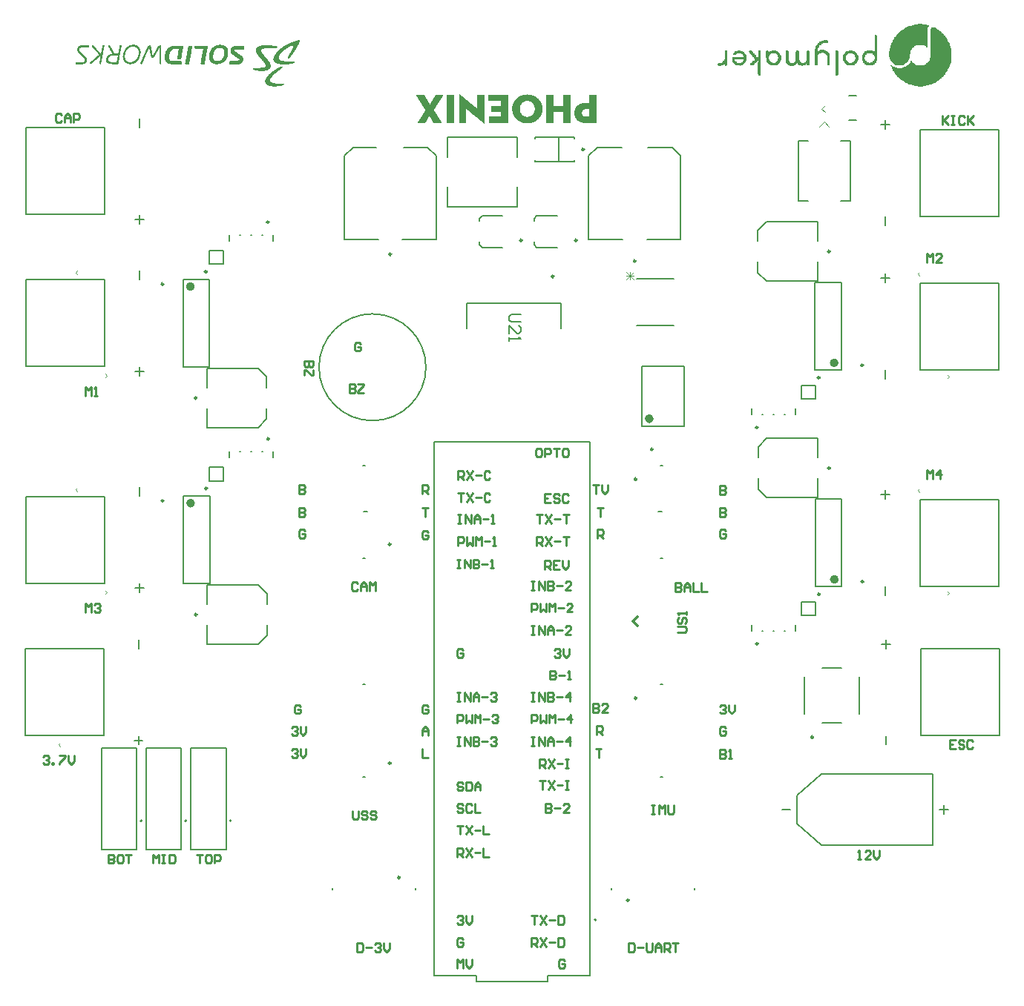
<source format=gbr>
G04*
G04 #@! TF.GenerationSoftware,Altium Limited,Altium Designer,25.4.2 (15)*
G04*
G04 Layer_Color=65535*
%FSLAX44Y44*%
%MOMM*%
G71*
G04*
G04 #@! TF.SameCoordinates,CE8B7503-BC5D-454C-BBEA-07EE3AA0370F*
G04*
G04*
G04 #@! TF.FilePolarity,Positive*
G04*
G01*
G75*
%ADD10C,0.2500*%
%ADD11C,0.2000*%
%ADD12C,0.1270*%
%ADD13C,0.5000*%
%ADD14C,0.3000*%
%ADD15C,0.1524*%
%ADD16C,0.1000*%
%ADD17C,0.2540*%
%ADD18C,0.0762*%
%ADD19C,0.1500*%
G36*
X604273Y1534396D02*
Y1534797D01*
X604072D01*
Y1534997D01*
X603872D01*
Y1535398D01*
X603672D01*
Y1535798D01*
X603472D01*
Y1536399D01*
X603271D01*
Y1539003D01*
X603472D01*
Y1539604D01*
X603672D01*
Y1540205D01*
X603872D01*
Y1540605D01*
X604072D01*
Y1540806D01*
X604273D01*
Y1541006D01*
X604473D01*
Y1541206D01*
X604673D01*
Y1541407D01*
X604874D01*
Y1541607D01*
X605074D01*
Y1541807D01*
X605475D01*
Y1542008D01*
X606076D01*
Y1542208D01*
X606877D01*
Y1542408D01*
X616291D01*
Y1540405D01*
X616091D01*
Y1540205D01*
X610682D01*
Y1540005D01*
X607077D01*
Y1539804D01*
X606676D01*
Y1539604D01*
X606276D01*
Y1539404D01*
X606076D01*
Y1539203D01*
X605875D01*
Y1538803D01*
X605675D01*
Y1538202D01*
X605475D01*
Y1537200D01*
X605675D01*
Y1536599D01*
X605875D01*
Y1536199D01*
X606076D01*
Y1535999D01*
X606276D01*
Y1535798D01*
X606476D01*
Y1535398D01*
X606676D01*
Y1535197D01*
X606877D01*
Y1534997D01*
X607077D01*
Y1534797D01*
X607478D01*
Y1534596D01*
X607678D01*
Y1534396D01*
X607878D01*
Y1534196D01*
X608079D01*
Y1533996D01*
X608279D01*
Y1533795D01*
X608479D01*
Y1533595D01*
X608680D01*
Y1533394D01*
X608880D01*
Y1533194D01*
X609080D01*
Y1532994D01*
X609280D01*
Y1532794D01*
X609481D01*
Y1532593D01*
X609681D01*
Y1532393D01*
X609881D01*
Y1532193D01*
X610082D01*
Y1531992D01*
X610282D01*
Y1531792D01*
X610482D01*
Y1531592D01*
X610682D01*
Y1531391D01*
X610883D01*
Y1531191D01*
X611083D01*
Y1530991D01*
X611283D01*
Y1530791D01*
X611484D01*
Y1530590D01*
X611684D01*
Y1530390D01*
X611884D01*
Y1530190D01*
X612085D01*
Y1529989D01*
X612285D01*
Y1529789D01*
X612485D01*
Y1529589D01*
X612686D01*
Y1529388D01*
X612886D01*
Y1529188D01*
X613086D01*
Y1528988D01*
X613287D01*
Y1528587D01*
X613487D01*
Y1528387D01*
X613687D01*
Y1527986D01*
X613887D01*
Y1527586D01*
X614088D01*
Y1526985D01*
X614288D01*
Y1525182D01*
X614088D01*
Y1524180D01*
X613887D01*
Y1523580D01*
X613687D01*
Y1523179D01*
X613487D01*
Y1522979D01*
X613287D01*
Y1522578D01*
X613086D01*
Y1522378D01*
X612886D01*
Y1522177D01*
X612485D01*
Y1521977D01*
X612285D01*
Y1521777D01*
X611884D01*
Y1521577D01*
X611283D01*
Y1521376D01*
X609881D01*
Y1521176D01*
X601268D01*
Y1521376D01*
X601068D01*
Y1523179D01*
X601268D01*
Y1523379D01*
X601469D01*
Y1523580D01*
X610282D01*
Y1523780D01*
X610883D01*
Y1523980D01*
X611083D01*
Y1524180D01*
X611283D01*
Y1524381D01*
X611484D01*
Y1524581D01*
X611684D01*
Y1524982D01*
X611884D01*
Y1526785D01*
X611684D01*
Y1527185D01*
X611484D01*
Y1527385D01*
X611283D01*
Y1527586D01*
X611083D01*
Y1527786D01*
X610883D01*
Y1527986D01*
X610682D01*
Y1528187D01*
X610482D01*
Y1528387D01*
X610282D01*
Y1528587D01*
X610082D01*
Y1528788D01*
X609881D01*
Y1528988D01*
X609681D01*
Y1529188D01*
X609481D01*
Y1529388D01*
X609280D01*
Y1529589D01*
X609080D01*
Y1529789D01*
X608880D01*
Y1529989D01*
X608680D01*
Y1530190D01*
X608479D01*
Y1530390D01*
X608279D01*
Y1530590D01*
X608079D01*
Y1530791D01*
X607878D01*
Y1530991D01*
X607678D01*
Y1531191D01*
X607478D01*
Y1531391D01*
X607277D01*
Y1531592D01*
X607077D01*
Y1531792D01*
X606877D01*
Y1531992D01*
X606676D01*
Y1532193D01*
X606476D01*
Y1532393D01*
X606276D01*
Y1532593D01*
X606076D01*
Y1532794D01*
X605875D01*
Y1532994D01*
X605675D01*
Y1533194D01*
X605475D01*
Y1533394D01*
X605274D01*
Y1533595D01*
X605074D01*
Y1533795D01*
X604874D01*
Y1533996D01*
X604673D01*
Y1534196D01*
X604473D01*
Y1534396D01*
X604273D01*
D02*
G37*
G36*
X628710Y1534596D02*
X628910D01*
Y1534196D01*
X629110D01*
Y1533996D01*
X629311D01*
Y1533795D01*
X629511D01*
Y1533595D01*
X629711D01*
Y1533394D01*
X629912D01*
Y1533194D01*
X630312D01*
Y1534196D01*
X630513D01*
Y1535398D01*
X630713D01*
Y1536399D01*
X630913D01*
Y1537601D01*
X631114D01*
Y1538602D01*
X631314D01*
Y1539804D01*
X631514D01*
Y1540806D01*
X631715D01*
Y1542008D01*
X631915D01*
Y1542408D01*
X634118D01*
Y1541407D01*
X633918D01*
Y1540205D01*
X633717D01*
Y1539203D01*
X633517D01*
Y1538002D01*
X633317D01*
Y1537000D01*
X633117D01*
Y1535999D01*
X632916D01*
Y1534797D01*
X632716D01*
Y1533795D01*
X632516D01*
Y1532593D01*
X632315D01*
Y1531592D01*
X632115D01*
Y1530590D01*
X631915D01*
Y1529388D01*
X631715D01*
Y1528387D01*
X631514D01*
Y1527185D01*
X631314D01*
Y1526184D01*
X631114D01*
Y1525182D01*
X630913D01*
Y1523980D01*
X630713D01*
Y1522979D01*
X630513D01*
Y1521977D01*
X630312D01*
Y1521176D01*
X629311D01*
Y1521376D01*
X628710D01*
Y1521577D01*
X628510D01*
Y1521777D01*
X628309D01*
Y1523179D01*
X628510D01*
Y1524180D01*
X628710D01*
Y1525382D01*
X628910D01*
Y1526584D01*
X629110D01*
Y1527786D01*
X629311D01*
Y1528788D01*
X629511D01*
Y1529989D01*
X629711D01*
Y1530390D01*
X629311D01*
Y1530190D01*
X629110D01*
Y1529989D01*
X628910D01*
Y1529789D01*
X628710D01*
Y1529589D01*
X628510D01*
Y1529388D01*
X628109D01*
Y1529188D01*
X627909D01*
Y1528988D01*
X627708D01*
Y1528788D01*
X627508D01*
Y1528587D01*
X627308D01*
Y1528387D01*
X627108D01*
Y1528187D01*
X626707D01*
Y1527986D01*
X626507D01*
Y1527786D01*
X626306D01*
Y1527586D01*
X626106D01*
Y1527385D01*
X625906D01*
Y1527185D01*
X625705D01*
Y1526985D01*
X625305D01*
Y1526785D01*
X625104D01*
Y1526584D01*
X624904D01*
Y1526384D01*
X624704D01*
Y1526184D01*
X624504D01*
Y1525983D01*
X624303D01*
Y1525783D01*
X623903D01*
Y1525583D01*
X623702D01*
Y1525382D01*
X623502D01*
Y1525182D01*
X623302D01*
Y1524982D01*
X623101D01*
Y1524781D01*
X622901D01*
Y1524581D01*
X622500D01*
Y1524381D01*
X622300D01*
Y1524180D01*
X622100D01*
Y1523980D01*
X621900D01*
Y1523780D01*
X621699D01*
Y1523580D01*
X621499D01*
Y1523379D01*
X621098D01*
Y1523179D01*
X620898D01*
Y1522979D01*
X620698D01*
Y1522778D01*
X620498D01*
Y1522578D01*
X620297D01*
Y1522378D01*
X620097D01*
Y1522177D01*
X619696D01*
Y1521977D01*
X619496D01*
Y1521777D01*
X619296D01*
Y1521577D01*
X619095D01*
Y1521376D01*
X617293D01*
Y1521577D01*
X617092D01*
Y1522578D01*
X617293D01*
Y1522778D01*
X617493D01*
Y1522979D01*
X617693D01*
Y1523179D01*
X617893D01*
Y1523379D01*
X618094D01*
Y1523580D01*
X618294D01*
Y1523780D01*
X618494D01*
Y1523980D01*
X618895D01*
Y1524180D01*
X619095D01*
Y1524381D01*
X619296D01*
Y1524581D01*
X619496D01*
Y1524781D01*
X619696D01*
Y1524982D01*
X620097D01*
Y1525182D01*
X620297D01*
Y1525382D01*
X620498D01*
Y1525583D01*
X620698D01*
Y1525783D01*
X620898D01*
Y1525983D01*
X621098D01*
Y1526184D01*
X621499D01*
Y1526384D01*
X621699D01*
Y1526584D01*
X621900D01*
Y1526785D01*
X622100D01*
Y1526985D01*
X622300D01*
Y1527185D01*
X622500D01*
Y1527385D01*
X622901D01*
Y1527586D01*
X623101D01*
Y1527786D01*
X623302D01*
Y1527986D01*
X623502D01*
Y1528187D01*
X623702D01*
Y1528387D01*
X624103D01*
Y1528587D01*
X624303D01*
Y1528788D01*
X624504D01*
Y1528988D01*
X624704D01*
Y1529188D01*
X624904D01*
Y1529388D01*
X625104D01*
Y1529589D01*
X625505D01*
Y1529789D01*
X625705D01*
Y1529989D01*
X625906D01*
Y1530190D01*
X626106D01*
Y1530390D01*
X626306D01*
Y1530590D01*
X626507D01*
Y1530791D01*
X626907D01*
Y1530991D01*
X627108D01*
Y1531191D01*
X627308D01*
Y1531391D01*
X627508D01*
Y1531592D01*
X627708D01*
Y1531792D01*
X628109D01*
Y1532193D01*
X627909D01*
Y1532393D01*
X627708D01*
Y1532593D01*
X627508D01*
Y1532794D01*
X627308D01*
Y1532994D01*
X627108D01*
Y1533194D01*
X626907D01*
Y1533394D01*
X626707D01*
Y1533795D01*
X626507D01*
Y1533996D01*
X626306D01*
Y1534196D01*
X626106D01*
Y1534396D01*
X625906D01*
Y1534596D01*
X625705D01*
Y1534797D01*
X625505D01*
Y1534997D01*
X625305D01*
Y1535197D01*
X625104D01*
Y1535398D01*
X624904D01*
Y1535598D01*
X624704D01*
Y1535798D01*
X624504D01*
Y1536199D01*
X624303D01*
Y1536399D01*
X624103D01*
Y1536599D01*
X623903D01*
Y1536800D01*
X623702D01*
Y1537000D01*
X623502D01*
Y1537200D01*
X623302D01*
Y1537401D01*
X623101D01*
Y1537601D01*
X622901D01*
Y1537801D01*
X622701D01*
Y1538002D01*
X622500D01*
Y1538202D01*
X622300D01*
Y1538602D01*
X622100D01*
Y1538803D01*
X621900D01*
Y1539003D01*
X621699D01*
Y1539203D01*
X621499D01*
Y1539404D01*
X621299D01*
Y1539604D01*
X621098D01*
Y1539804D01*
X620898D01*
Y1540005D01*
X620698D01*
Y1540205D01*
X620498D01*
Y1540405D01*
X620297D01*
Y1540605D01*
X620097D01*
Y1541006D01*
X619897D01*
Y1541407D01*
X619696D01*
Y1542008D01*
X619897D01*
Y1542208D01*
X620297D01*
Y1542408D01*
X621699D01*
Y1542208D01*
X621900D01*
Y1542008D01*
X622100D01*
Y1541807D01*
X622300D01*
Y1541407D01*
X622500D01*
Y1541206D01*
X622701D01*
Y1541006D01*
X622901D01*
Y1540806D01*
X623101D01*
Y1540605D01*
X623302D01*
Y1540405D01*
X623502D01*
Y1540205D01*
X623702D01*
Y1540005D01*
X623903D01*
Y1539804D01*
X624103D01*
Y1539604D01*
X624303D01*
Y1539404D01*
X624504D01*
Y1539003D01*
X624704D01*
Y1538803D01*
X624904D01*
Y1538602D01*
X625104D01*
Y1538402D01*
X625305D01*
Y1538202D01*
X625505D01*
Y1538002D01*
X625705D01*
Y1537801D01*
X625906D01*
Y1537601D01*
X626106D01*
Y1537401D01*
X626306D01*
Y1537200D01*
X626507D01*
Y1537000D01*
X626707D01*
Y1536599D01*
X626907D01*
Y1536399D01*
X627108D01*
Y1536199D01*
X627308D01*
Y1535999D01*
X627508D01*
Y1535798D01*
X627708D01*
Y1535598D01*
X627909D01*
Y1535398D01*
X628109D01*
Y1535197D01*
X628309D01*
Y1534997D01*
X628510D01*
Y1534797D01*
X628710D01*
Y1534596D01*
D02*
G37*
G36*
X643132Y1521376D02*
X640528D01*
Y1521577D01*
X639526D01*
Y1521777D01*
X638925D01*
Y1521977D01*
X638325D01*
Y1522177D01*
X637924D01*
Y1522378D01*
X637724D01*
Y1522578D01*
X637523D01*
Y1522778D01*
X637123D01*
Y1522979D01*
X636922D01*
Y1523379D01*
X636722D01*
Y1523580D01*
X636522D01*
Y1523980D01*
X636321D01*
Y1524581D01*
X636121D01*
Y1527586D01*
X636321D01*
Y1528387D01*
X636522D01*
Y1528788D01*
X636722D01*
Y1529188D01*
X636922D01*
Y1529589D01*
X637123D01*
Y1529989D01*
X637323D01*
Y1530190D01*
X637523D01*
Y1530390D01*
X637724D01*
Y1530791D01*
X637924D01*
Y1530991D01*
X638124D01*
Y1531191D01*
X638325D01*
Y1531391D01*
X638725D01*
Y1531592D01*
X638925D01*
Y1531792D01*
X639126D01*
Y1531992D01*
X639526D01*
Y1532193D01*
X639927D01*
Y1532393D01*
X640328D01*
Y1532593D01*
X640928D01*
Y1532794D01*
X641529D01*
Y1532994D01*
X642531D01*
Y1533194D01*
X643132D01*
Y1533394D01*
X642932D01*
Y1533795D01*
X642731D01*
Y1534196D01*
X642531D01*
Y1534596D01*
X642331D01*
Y1534797D01*
X642130D01*
Y1535197D01*
X641930D01*
Y1535598D01*
X641730D01*
Y1535798D01*
X641529D01*
Y1536199D01*
X641329D01*
Y1536599D01*
X641129D01*
Y1537000D01*
X640928D01*
Y1537200D01*
X640728D01*
Y1537601D01*
X640528D01*
Y1538002D01*
X640328D01*
Y1538402D01*
X640127D01*
Y1538602D01*
X639927D01*
Y1539003D01*
X639727D01*
Y1539404D01*
X639526D01*
Y1539604D01*
X639326D01*
Y1540005D01*
X639126D01*
Y1540405D01*
X638925D01*
Y1540806D01*
X638725D01*
Y1541006D01*
X638525D01*
Y1542208D01*
X638925D01*
Y1542408D01*
X640528D01*
Y1542008D01*
X640728D01*
Y1541807D01*
X640928D01*
Y1541407D01*
X641129D01*
Y1541006D01*
X641329D01*
Y1540605D01*
X641529D01*
Y1540405D01*
X641730D01*
Y1540005D01*
X641930D01*
Y1539604D01*
X642130D01*
Y1539203D01*
X642331D01*
Y1539003D01*
X642531D01*
Y1538602D01*
X642731D01*
Y1538202D01*
X642932D01*
Y1538002D01*
X643132D01*
Y1537601D01*
X643332D01*
Y1537200D01*
X643532D01*
Y1536800D01*
X643733D01*
Y1536599D01*
X643933D01*
Y1536199D01*
X644133D01*
Y1535798D01*
X644334D01*
Y1535398D01*
X644534D01*
Y1535197D01*
X644734D01*
Y1534797D01*
X644934D01*
Y1534396D01*
X645135D01*
Y1534196D01*
X645335D01*
Y1533795D01*
X645536D01*
Y1533394D01*
X649942D01*
Y1533996D01*
X650143D01*
Y1535197D01*
X650343D01*
Y1536199D01*
X650543D01*
Y1537401D01*
X650743D01*
Y1538402D01*
X650944D01*
Y1539604D01*
X651144D01*
Y1540605D01*
X651344D01*
Y1541807D01*
X651545D01*
Y1542408D01*
X653748D01*
Y1541206D01*
X653548D01*
Y1540005D01*
X653347D01*
Y1539003D01*
X653147D01*
Y1538002D01*
X652947D01*
Y1536800D01*
X652746D01*
Y1535798D01*
X652546D01*
Y1534797D01*
X652346D01*
Y1533595D01*
X652145D01*
Y1532593D01*
X651945D01*
Y1531391D01*
X651745D01*
Y1530390D01*
X651545D01*
Y1529388D01*
X651344D01*
Y1528187D01*
X651144D01*
Y1527185D01*
X650944D01*
Y1525983D01*
X650743D01*
Y1524982D01*
X650543D01*
Y1523980D01*
X650343D01*
Y1522778D01*
X650143D01*
Y1521777D01*
X649942D01*
Y1521176D01*
X643132D01*
Y1521376D01*
D02*
G37*
G36*
X699017Y1533795D02*
Y1533595D01*
Y1521176D01*
X697615D01*
Y1521376D01*
X697014D01*
Y1521577D01*
X696813D01*
Y1539404D01*
X696613D01*
Y1539203D01*
X696413D01*
Y1538803D01*
X696212D01*
Y1538402D01*
X696012D01*
Y1538202D01*
X695812D01*
Y1537801D01*
X695612D01*
Y1537401D01*
X695411D01*
Y1537000D01*
X695211D01*
Y1536800D01*
X695011D01*
Y1536399D01*
X694810D01*
Y1535999D01*
X694610D01*
Y1535598D01*
X694410D01*
Y1535398D01*
X694209D01*
Y1534997D01*
X694009D01*
Y1534596D01*
X693809D01*
Y1534196D01*
X693608D01*
Y1533996D01*
X693408D01*
Y1533595D01*
X693208D01*
Y1533194D01*
X693008D01*
Y1532794D01*
X692807D01*
Y1532593D01*
X692607D01*
Y1532193D01*
X692407D01*
Y1531792D01*
X692206D01*
Y1531391D01*
X692006D01*
Y1531191D01*
X691806D01*
Y1530791D01*
X691606D01*
Y1530390D01*
X691405D01*
Y1529989D01*
X691205D01*
Y1529789D01*
X691005D01*
Y1529388D01*
X690804D01*
Y1528988D01*
X690604D01*
Y1528587D01*
X690404D01*
Y1528387D01*
X688601D01*
Y1528587D01*
X688200D01*
Y1528788D01*
X687800D01*
Y1528988D01*
X687599D01*
Y1529388D01*
X687399D01*
Y1530190D01*
X687199D01*
Y1530991D01*
X686999D01*
Y1531992D01*
X686798D01*
Y1532994D01*
X686598D01*
Y1533795D01*
X686398D01*
Y1534797D01*
X686197D01*
Y1535798D01*
X685997D01*
Y1536599D01*
X685797D01*
Y1537601D01*
X685596D01*
Y1538602D01*
X685396D01*
Y1539404D01*
X685196D01*
Y1539604D01*
X684995D01*
Y1539003D01*
X684795D01*
Y1538602D01*
X684595D01*
Y1538202D01*
X684395D01*
Y1537801D01*
X684194D01*
Y1537200D01*
X683994D01*
Y1536800D01*
X683794D01*
Y1536399D01*
X683593D01*
Y1535798D01*
X683393D01*
Y1535398D01*
X683193D01*
Y1534997D01*
X682992D01*
Y1534596D01*
X682792D01*
Y1533996D01*
X682592D01*
Y1533595D01*
X682392D01*
Y1533194D01*
X682191D01*
Y1532794D01*
X681991D01*
Y1532193D01*
X681790D01*
Y1531792D01*
X681590D01*
Y1531391D01*
X681390D01*
Y1530791D01*
X681190D01*
Y1530390D01*
X680989D01*
Y1529989D01*
X680789D01*
Y1529589D01*
X680589D01*
Y1528988D01*
X680388D01*
Y1528587D01*
X680188D01*
Y1528187D01*
X679988D01*
Y1527786D01*
X679788D01*
Y1527185D01*
X679587D01*
Y1526785D01*
X679387D01*
Y1526384D01*
X679187D01*
Y1525783D01*
X678986D01*
Y1525382D01*
X678786D01*
Y1524982D01*
X678586D01*
Y1524581D01*
X678385D01*
Y1523980D01*
X678185D01*
Y1523580D01*
X677985D01*
Y1523179D01*
X677784D01*
Y1522778D01*
X677584D01*
Y1522177D01*
X677384D01*
Y1521777D01*
X677184D01*
Y1521376D01*
X676983D01*
Y1521176D01*
X675982D01*
Y1521376D01*
X675381D01*
Y1521577D01*
X675181D01*
Y1522778D01*
X675381D01*
Y1523179D01*
X675581D01*
Y1523580D01*
X675781D01*
Y1523980D01*
X675982D01*
Y1524581D01*
X676182D01*
Y1524982D01*
X676382D01*
Y1525382D01*
X676583D01*
Y1525783D01*
X676783D01*
Y1526384D01*
X676983D01*
Y1526785D01*
X677184D01*
Y1527185D01*
X677384D01*
Y1527586D01*
X677584D01*
Y1528187D01*
X677784D01*
Y1528587D01*
X677985D01*
Y1528988D01*
X678185D01*
Y1529388D01*
X678385D01*
Y1529989D01*
X678586D01*
Y1530390D01*
X678786D01*
Y1530791D01*
X678986D01*
Y1531191D01*
X679187D01*
Y1531792D01*
X679387D01*
Y1532193D01*
X679587D01*
Y1532593D01*
X679788D01*
Y1532994D01*
X679988D01*
Y1533595D01*
X680188D01*
Y1533996D01*
X680388D01*
Y1534396D01*
X680589D01*
Y1534797D01*
X680789D01*
Y1535398D01*
X680989D01*
Y1535798D01*
X681190D01*
Y1536199D01*
X681390D01*
Y1536599D01*
X681590D01*
Y1537200D01*
X681790D01*
Y1537601D01*
X681991D01*
Y1538002D01*
X682191D01*
Y1538402D01*
X682392D01*
Y1539003D01*
X682592D01*
Y1539404D01*
X682792D01*
Y1539804D01*
X682992D01*
Y1540205D01*
X683193D01*
Y1540806D01*
X683393D01*
Y1541206D01*
X683593D01*
Y1541407D01*
X683794D01*
Y1541607D01*
X683994D01*
Y1541807D01*
X684194D01*
Y1542008D01*
X684395D01*
Y1542208D01*
X684995D01*
Y1542408D01*
X686999D01*
Y1542008D01*
X687199D01*
Y1541006D01*
X687399D01*
Y1540005D01*
X687599D01*
Y1539003D01*
X687800D01*
Y1538002D01*
X688000D01*
Y1537000D01*
X688200D01*
Y1536199D01*
X688401D01*
Y1535197D01*
X688601D01*
Y1534196D01*
X688801D01*
Y1533194D01*
X689001D01*
Y1532193D01*
X689202D01*
Y1531191D01*
X689402D01*
Y1530991D01*
X689602D01*
Y1531391D01*
X689803D01*
Y1531792D01*
X690003D01*
Y1532193D01*
X690203D01*
Y1532593D01*
X690404D01*
Y1532794D01*
X690604D01*
Y1533194D01*
X690804D01*
Y1533595D01*
X691005D01*
Y1533996D01*
X691205D01*
Y1534196D01*
X691405D01*
Y1534596D01*
X691606D01*
Y1534997D01*
X691806D01*
Y1535398D01*
X692006D01*
Y1535798D01*
X692206D01*
Y1535999D01*
X692407D01*
Y1536399D01*
X692607D01*
Y1536800D01*
X692807D01*
Y1537200D01*
X693008D01*
Y1537601D01*
X693208D01*
Y1537801D01*
X693408D01*
Y1538202D01*
X693608D01*
Y1538602D01*
X693809D01*
Y1539003D01*
X694009D01*
Y1539404D01*
X694209D01*
Y1539604D01*
X694410D01*
Y1540005D01*
X694610D01*
Y1540405D01*
X694810D01*
Y1540806D01*
X695011D01*
Y1541006D01*
X695211D01*
Y1541407D01*
X695411D01*
Y1541607D01*
X695612D01*
Y1541807D01*
X695812D01*
Y1542008D01*
X696212D01*
Y1542208D01*
X696813D01*
Y1542408D01*
X699017D01*
Y1533795D01*
D02*
G37*
G36*
X668771Y1543009D02*
X669772D01*
Y1542809D01*
X670373D01*
Y1542608D01*
X670974D01*
Y1542408D01*
X671375D01*
Y1542208D01*
X671775D01*
Y1542008D01*
X671976D01*
Y1541807D01*
X672376D01*
Y1541607D01*
X672577D01*
Y1541407D01*
X672777D01*
Y1541206D01*
X672977D01*
Y1541006D01*
X673177D01*
Y1540806D01*
X673378D01*
Y1540605D01*
X673578D01*
Y1540405D01*
X673778D01*
Y1540205D01*
X673979D01*
Y1539804D01*
X674179D01*
Y1539604D01*
X674379D01*
Y1539203D01*
X674580D01*
Y1538803D01*
X674780D01*
Y1538402D01*
X674980D01*
Y1537801D01*
X675181D01*
Y1537000D01*
X675381D01*
Y1535598D01*
X675581D01*
Y1533595D01*
X675381D01*
Y1532193D01*
X675181D01*
Y1531391D01*
X674980D01*
Y1530590D01*
X674780D01*
Y1529989D01*
X674580D01*
Y1529388D01*
X674379D01*
Y1528988D01*
X674179D01*
Y1528387D01*
X673979D01*
Y1527986D01*
X673778D01*
Y1527586D01*
X673578D01*
Y1527185D01*
X673378D01*
Y1526985D01*
X673177D01*
Y1526584D01*
X672977D01*
Y1526184D01*
X672777D01*
Y1525983D01*
X672577D01*
Y1525783D01*
X672376D01*
Y1525382D01*
X672176D01*
Y1525182D01*
X671976D01*
Y1524982D01*
X671775D01*
Y1524781D01*
X671575D01*
Y1524581D01*
X671375D01*
Y1524381D01*
X671174D01*
Y1524180D01*
X670974D01*
Y1523980D01*
X670774D01*
Y1523780D01*
X670574D01*
Y1523580D01*
X670373D01*
Y1523379D01*
X670173D01*
Y1523179D01*
X669772D01*
Y1522979D01*
X669572D01*
Y1522778D01*
X669171D01*
Y1522578D01*
X668771D01*
Y1522378D01*
X668370D01*
Y1522177D01*
X667970D01*
Y1521977D01*
X667569D01*
Y1521777D01*
X666968D01*
Y1521577D01*
X666167D01*
Y1521376D01*
X665165D01*
Y1521176D01*
X662161D01*
Y1521376D01*
X661159D01*
Y1521577D01*
X660558D01*
Y1521777D01*
X659957D01*
Y1521977D01*
X659557D01*
Y1522177D01*
X659156D01*
Y1522378D01*
X658756D01*
Y1522578D01*
X658555D01*
Y1522778D01*
X658355D01*
Y1522979D01*
X657954D01*
Y1523179D01*
X657754D01*
Y1523379D01*
X657554D01*
Y1523580D01*
X657353D01*
Y1523780D01*
X657153D01*
Y1524180D01*
X656953D01*
Y1524381D01*
X656752D01*
Y1524581D01*
X656552D01*
Y1524982D01*
X656352D01*
Y1525382D01*
X656152D01*
Y1525783D01*
X655951D01*
Y1526184D01*
X655751D01*
Y1526785D01*
X655551D01*
Y1527786D01*
X655350D01*
Y1529589D01*
X655150D01*
Y1530390D01*
X655350D01*
Y1532193D01*
X655551D01*
Y1533194D01*
X655751D01*
Y1533996D01*
X655951D01*
Y1534596D01*
X656152D01*
Y1535197D01*
X656352D01*
Y1535598D01*
X656552D01*
Y1535999D01*
X656752D01*
Y1536399D01*
X656953D01*
Y1536800D01*
X657153D01*
Y1537200D01*
X657353D01*
Y1537601D01*
X657554D01*
Y1538002D01*
X657754D01*
Y1538202D01*
X657954D01*
Y1538602D01*
X658155D01*
Y1538803D01*
X658355D01*
Y1539003D01*
X658555D01*
Y1539203D01*
X658756D01*
Y1539604D01*
X658956D01*
Y1539804D01*
X659156D01*
Y1540005D01*
X659357D01*
Y1540205D01*
X659557D01*
Y1540405D01*
X659757D01*
Y1540605D01*
X660158D01*
Y1540806D01*
X660358D01*
Y1541006D01*
X660558D01*
Y1541206D01*
X660759D01*
Y1541407D01*
X661159D01*
Y1541607D01*
X661359D01*
Y1541807D01*
X661760D01*
Y1542008D01*
X662161D01*
Y1542208D01*
X662561D01*
Y1542408D01*
X663162D01*
Y1542608D01*
X663563D01*
Y1542809D01*
X664364D01*
Y1543009D01*
X665366D01*
Y1543209D01*
X668771D01*
Y1543009D01*
D02*
G37*
G36*
X715241Y1524581D02*
X721251D01*
Y1524381D01*
X721851D01*
Y1524180D01*
X722052D01*
Y1523980D01*
X722252D01*
Y1523580D01*
X722452D01*
Y1523179D01*
X722653D01*
Y1521777D01*
X722452D01*
Y1521176D01*
X709433D01*
Y1521376D01*
X708431D01*
Y1521577D01*
X707630D01*
Y1521777D01*
X707029D01*
Y1521977D01*
X706628D01*
Y1522177D01*
X706228D01*
Y1522378D01*
X705827D01*
Y1522578D01*
X705627D01*
Y1522778D01*
X705226D01*
Y1522979D01*
X705026D01*
Y1523179D01*
X704826D01*
Y1523379D01*
X704625D01*
Y1523580D01*
X704425D01*
Y1523780D01*
X704225D01*
Y1524180D01*
X704024D01*
Y1524381D01*
X703824D01*
Y1524781D01*
X703624D01*
Y1525182D01*
X703423D01*
Y1525583D01*
X703223D01*
Y1526184D01*
X703023D01*
Y1527185D01*
X702822D01*
Y1530590D01*
X703023D01*
Y1531792D01*
X703223D01*
Y1532593D01*
X703423D01*
Y1533394D01*
X703624D01*
Y1534196D01*
X703824D01*
Y1534596D01*
X704024D01*
Y1535197D01*
X704225D01*
Y1535598D01*
X704425D01*
Y1535999D01*
X704625D01*
Y1536399D01*
X704826D01*
Y1536800D01*
X705026D01*
Y1537200D01*
X705226D01*
Y1537401D01*
X705426D01*
Y1537801D01*
X705627D01*
Y1538002D01*
X705827D01*
Y1538202D01*
X706027D01*
Y1538402D01*
X706228D01*
Y1538803D01*
X706428D01*
Y1539003D01*
X706628D01*
Y1539203D01*
X706829D01*
Y1539404D01*
X707029D01*
Y1539604D01*
X707430D01*
Y1539804D01*
X707630D01*
Y1540005D01*
X707830D01*
Y1540205D01*
X708231D01*
Y1540405D01*
X708431D01*
Y1540605D01*
X708832D01*
Y1540806D01*
X709232D01*
Y1541006D01*
X709633D01*
Y1541206D01*
X710033D01*
Y1541407D01*
X710634D01*
Y1541607D01*
X711235D01*
Y1541807D01*
X712037D01*
Y1542008D01*
X713238D01*
Y1542208D01*
X724455D01*
Y1541807D01*
X724255D01*
Y1540605D01*
X724055D01*
Y1539604D01*
X723855D01*
Y1538402D01*
X723654D01*
Y1537401D01*
X723454D01*
Y1536199D01*
X723253D01*
Y1535197D01*
X723053D01*
Y1533996D01*
X722853D01*
Y1532994D01*
X722653D01*
Y1531792D01*
X722452D01*
Y1530791D01*
X722252D01*
Y1529589D01*
X722052D01*
Y1528587D01*
X721851D01*
Y1527586D01*
X721651D01*
Y1527185D01*
X721251D01*
Y1526985D01*
X717044D01*
Y1527786D01*
X717244D01*
Y1528988D01*
X717445D01*
Y1529989D01*
X717645D01*
Y1531191D01*
X717845D01*
Y1532193D01*
X718046D01*
Y1533394D01*
X718246D01*
Y1534396D01*
X718446D01*
Y1535598D01*
X718646D01*
Y1536599D01*
X718847D01*
Y1537801D01*
X719047D01*
Y1538803D01*
X713439D01*
Y1538602D01*
X712838D01*
Y1538402D01*
X712437D01*
Y1538202D01*
X712037D01*
Y1538002D01*
X711636D01*
Y1537801D01*
X711436D01*
Y1537601D01*
X711235D01*
Y1537401D01*
X711035D01*
Y1537200D01*
X710835D01*
Y1537000D01*
X710634D01*
Y1536800D01*
X710434D01*
Y1536599D01*
X710234D01*
Y1536399D01*
X710033D01*
Y1535999D01*
X709833D01*
Y1535798D01*
X709633D01*
Y1535398D01*
X709433D01*
Y1534997D01*
X709232D01*
Y1534596D01*
X709032D01*
Y1533996D01*
X708832D01*
Y1533595D01*
X708631D01*
Y1532794D01*
X708431D01*
Y1531992D01*
X708231D01*
Y1530991D01*
X708030D01*
Y1527586D01*
X708231D01*
Y1526985D01*
X708431D01*
Y1526384D01*
X708631D01*
Y1526184D01*
X708832D01*
Y1525783D01*
X709032D01*
Y1525583D01*
X709232D01*
Y1525382D01*
X709433D01*
Y1525182D01*
X709833D01*
Y1524982D01*
X710234D01*
Y1524781D01*
X711035D01*
Y1524581D01*
X715041D01*
X715241D01*
D02*
G37*
G36*
X730865Y1521376D02*
Y1521176D01*
X726458D01*
Y1521376D01*
X726258D01*
Y1522378D01*
X726458D01*
Y1523580D01*
X726659D01*
Y1524581D01*
X726859D01*
Y1525783D01*
X727059D01*
Y1526785D01*
X727260D01*
Y1527986D01*
X727460D01*
Y1528988D01*
X727660D01*
Y1530190D01*
X727860D01*
Y1531191D01*
X728061D01*
Y1532393D01*
X728261D01*
Y1533394D01*
X728462D01*
Y1534596D01*
X728662D01*
Y1535598D01*
X728862D01*
Y1536800D01*
X729062D01*
Y1537801D01*
X729263D01*
Y1539003D01*
X729463D01*
Y1540005D01*
X729663D01*
Y1541206D01*
X729864D01*
Y1542208D01*
X734671D01*
Y1541807D01*
X734471D01*
Y1540806D01*
X734270D01*
Y1539604D01*
X734070D01*
Y1538602D01*
X733870D01*
Y1537401D01*
X733669D01*
Y1536399D01*
X733469D01*
Y1535197D01*
X733269D01*
Y1534196D01*
X733068D01*
Y1532994D01*
X732868D01*
Y1531992D01*
X732668D01*
Y1530791D01*
X732467D01*
Y1529789D01*
X732267D01*
Y1528587D01*
X732067D01*
Y1527586D01*
X731867D01*
Y1526384D01*
X731666D01*
Y1525382D01*
X731466D01*
Y1524180D01*
X731266D01*
Y1523179D01*
X731065D01*
Y1521977D01*
X730865D01*
Y1521577D01*
Y1521376D01*
D02*
G37*
G36*
X857257Y1548217D02*
X857457D01*
Y1547416D01*
X857257D01*
Y1546815D01*
X857057D01*
Y1546214D01*
X856857D01*
Y1545813D01*
X856656D01*
Y1545413D01*
X856456D01*
Y1545012D01*
X856256D01*
Y1544612D01*
X856055D01*
Y1544211D01*
X855855D01*
Y1543810D01*
X855655D01*
Y1543410D01*
X855454D01*
Y1543009D01*
X855254D01*
Y1542809D01*
X855054D01*
Y1542408D01*
X854853D01*
Y1542008D01*
X854653D01*
Y1541607D01*
X854453D01*
Y1541206D01*
X854252D01*
Y1540806D01*
X854052D01*
Y1540605D01*
X853852D01*
Y1540205D01*
X853652D01*
Y1539804D01*
X853451D01*
Y1539604D01*
X853251D01*
Y1539203D01*
X853051D01*
Y1538803D01*
X852850D01*
Y1538602D01*
X852650D01*
Y1538202D01*
X852450D01*
Y1537801D01*
X852250D01*
Y1537601D01*
X852049D01*
Y1537200D01*
X851849D01*
Y1537000D01*
X851649D01*
Y1536599D01*
X851448D01*
Y1536399D01*
X851248D01*
Y1535999D01*
X851048D01*
Y1535798D01*
X850847D01*
Y1535398D01*
X850647D01*
Y1535197D01*
X850447D01*
Y1534797D01*
X850246D01*
Y1534596D01*
X850046D01*
Y1534196D01*
X849846D01*
Y1533996D01*
X849645D01*
Y1533595D01*
X849445D01*
Y1533394D01*
X849245D01*
Y1532994D01*
X849045D01*
Y1532794D01*
X848844D01*
Y1532593D01*
X848644D01*
Y1532193D01*
X848444D01*
Y1531992D01*
X848243D01*
Y1531592D01*
X848043D01*
Y1531391D01*
X847843D01*
Y1530991D01*
X847643D01*
Y1530791D01*
X847442D01*
Y1530590D01*
X847242D01*
Y1530190D01*
X847042D01*
Y1529989D01*
X846841D01*
Y1529589D01*
X846641D01*
Y1529388D01*
X846441D01*
Y1529188D01*
X846240D01*
Y1528988D01*
X846040D01*
Y1528587D01*
X845840D01*
Y1528387D01*
X845639D01*
Y1528187D01*
X845439D01*
Y1527986D01*
X845239D01*
Y1527786D01*
X844838D01*
Y1527586D01*
X844638D01*
Y1527385D01*
X844237D01*
Y1527185D01*
X843636D01*
Y1527385D01*
X843236D01*
Y1528587D01*
X843436D01*
Y1529188D01*
X843636D01*
Y1529589D01*
X843837D01*
Y1529989D01*
X844037D01*
Y1530390D01*
X844237D01*
Y1530590D01*
X844438D01*
Y1530991D01*
X844638D01*
Y1531391D01*
X844838D01*
Y1531792D01*
X845039D01*
Y1531992D01*
X845239D01*
Y1532393D01*
X845439D01*
Y1532794D01*
X845639D01*
Y1533194D01*
X845840D01*
Y1533394D01*
X846040D01*
Y1533795D01*
X846240D01*
Y1534196D01*
X846441D01*
Y1534596D01*
X846641D01*
Y1534797D01*
X846841D01*
Y1535197D01*
X847042D01*
Y1535598D01*
X847242D01*
Y1535999D01*
X847442D01*
Y1536399D01*
X847643D01*
Y1536800D01*
X847843D01*
Y1537200D01*
X848043D01*
Y1537401D01*
X848243D01*
Y1538002D01*
X848444D01*
Y1538402D01*
X848644D01*
Y1538803D01*
X848844D01*
Y1539203D01*
X849045D01*
Y1539604D01*
X849245D01*
Y1540205D01*
X849445D01*
Y1541006D01*
X849645D01*
Y1542008D01*
X849445D01*
Y1542208D01*
X848043D01*
Y1542008D01*
X847442D01*
Y1541807D01*
X846841D01*
Y1541607D01*
X846240D01*
Y1541407D01*
X845840D01*
Y1541206D01*
X845439D01*
Y1541006D01*
X845039D01*
Y1540806D01*
X844638D01*
Y1540605D01*
X844237D01*
Y1540405D01*
X843837D01*
Y1540205D01*
X843636D01*
Y1540005D01*
X843236D01*
Y1539804D01*
X842835D01*
Y1539604D01*
X842635D01*
Y1539404D01*
X842234D01*
Y1539203D01*
X842034D01*
Y1539003D01*
X841633D01*
Y1538803D01*
X841433D01*
Y1538602D01*
X841032D01*
Y1538402D01*
X840832D01*
Y1538202D01*
X840632D01*
Y1538002D01*
X840231D01*
Y1537801D01*
X840031D01*
Y1537601D01*
X839831D01*
Y1537401D01*
X839430D01*
Y1537200D01*
X839230D01*
Y1537000D01*
X839029D01*
Y1536800D01*
X838829D01*
Y1536599D01*
X838629D01*
Y1536399D01*
X838428D01*
Y1536199D01*
X838028D01*
Y1535999D01*
X837828D01*
Y1535798D01*
X837627D01*
Y1535598D01*
X837427D01*
Y1535398D01*
X837227D01*
Y1535197D01*
X837026D01*
Y1534997D01*
X836826D01*
Y1534797D01*
X836626D01*
Y1534596D01*
X836425D01*
Y1534396D01*
X836225D01*
Y1534196D01*
X836025D01*
Y1533996D01*
X835825D01*
Y1533595D01*
X835624D01*
Y1533394D01*
X835424D01*
Y1533194D01*
X835224D01*
Y1532994D01*
X835023D01*
Y1532593D01*
X834823D01*
Y1532393D01*
X834623D01*
Y1532193D01*
X834422D01*
Y1531792D01*
X834222D01*
Y1531391D01*
X834022D01*
Y1531191D01*
X833821D01*
Y1530791D01*
X833621D01*
Y1530190D01*
X833421D01*
Y1529589D01*
X833221D01*
Y1527185D01*
X833421D01*
Y1526785D01*
X833621D01*
Y1526584D01*
X833821D01*
Y1526384D01*
X834022D01*
Y1526184D01*
X834222D01*
Y1525983D01*
X834422D01*
Y1525783D01*
X834823D01*
Y1525583D01*
X835224D01*
Y1525382D01*
X835624D01*
Y1525182D01*
X836225D01*
Y1524982D01*
X837026D01*
Y1524781D01*
X838028D01*
Y1524581D01*
X839430D01*
Y1524381D01*
X842234D01*
Y1524180D01*
X847643D01*
Y1524381D01*
X847843D01*
Y1524180D01*
X850246D01*
Y1523980D01*
X850647D01*
Y1523780D01*
X851048D01*
Y1523379D01*
X851248D01*
Y1523179D01*
X851048D01*
Y1522778D01*
X850647D01*
Y1522578D01*
X850246D01*
Y1522378D01*
X849846D01*
Y1522177D01*
X849245D01*
Y1521977D01*
X848444D01*
Y1521777D01*
X847643D01*
Y1521577D01*
X846641D01*
Y1521376D01*
X845639D01*
Y1521176D01*
X844438D01*
Y1520976D01*
X842635D01*
Y1520775D01*
X836626D01*
Y1520976D01*
X835023D01*
Y1521176D01*
X834022D01*
Y1521376D01*
X833020D01*
Y1521577D01*
X832419D01*
Y1521777D01*
X831818D01*
Y1521977D01*
X831217D01*
Y1522177D01*
X830617D01*
Y1522378D01*
X830216D01*
Y1522578D01*
X829815D01*
Y1522778D01*
X829415D01*
Y1522979D01*
X829214D01*
Y1523179D01*
X828814D01*
Y1523379D01*
X828614D01*
Y1523580D01*
X828413D01*
Y1523780D01*
X828213D01*
Y1523980D01*
X828013D01*
Y1524180D01*
X827812D01*
Y1524581D01*
X827612D01*
Y1524982D01*
X827412D01*
Y1525382D01*
X827212D01*
Y1525983D01*
X827011D01*
Y1527586D01*
X827212D01*
Y1528387D01*
X827412D01*
Y1528988D01*
X827612D01*
Y1529589D01*
X827812D01*
Y1529989D01*
X828013D01*
Y1530390D01*
X828213D01*
Y1530791D01*
X828413D01*
Y1531191D01*
X828614D01*
Y1531592D01*
X828814D01*
Y1531992D01*
X829014D01*
Y1532193D01*
X829214D01*
Y1532593D01*
X829415D01*
Y1532794D01*
X829615D01*
Y1533194D01*
X829815D01*
Y1533394D01*
X830016D01*
Y1533795D01*
X830216D01*
Y1533996D01*
X830416D01*
Y1534196D01*
X830617D01*
Y1534396D01*
X830817D01*
Y1534797D01*
X831017D01*
Y1534997D01*
X831217D01*
Y1535197D01*
X831418D01*
Y1535398D01*
X831618D01*
Y1535598D01*
X831818D01*
Y1535798D01*
X832019D01*
Y1535999D01*
X832219D01*
Y1536199D01*
X832419D01*
Y1536399D01*
X832620D01*
Y1536599D01*
X832820D01*
Y1536800D01*
X833020D01*
Y1537000D01*
X833221D01*
Y1537200D01*
X833421D01*
Y1537401D01*
X833621D01*
Y1537601D01*
X833821D01*
Y1537801D01*
X834022D01*
Y1538002D01*
X834222D01*
Y1538202D01*
X834422D01*
Y1538402D01*
X834823D01*
Y1538602D01*
X835023D01*
Y1538803D01*
X835224D01*
Y1539003D01*
X835424D01*
Y1539203D01*
X835825D01*
Y1539404D01*
X836025D01*
Y1539604D01*
X836225D01*
Y1539804D01*
X836626D01*
Y1540005D01*
X836826D01*
Y1540205D01*
X837026D01*
Y1540405D01*
X837427D01*
Y1540605D01*
X837627D01*
Y1540806D01*
X838028D01*
Y1541006D01*
X838228D01*
Y1541206D01*
X838629D01*
Y1541407D01*
X838829D01*
Y1541607D01*
X839230D01*
Y1541807D01*
X839630D01*
Y1542008D01*
X839831D01*
Y1542208D01*
X840231D01*
Y1542408D01*
X840632D01*
Y1542608D01*
X840832D01*
Y1542809D01*
X841233D01*
Y1543009D01*
X841633D01*
Y1543209D01*
X842034D01*
Y1543410D01*
X842435D01*
Y1543610D01*
X842835D01*
Y1543810D01*
X843236D01*
Y1544011D01*
X843636D01*
Y1544211D01*
X844037D01*
Y1544411D01*
X844438D01*
Y1544612D01*
X844838D01*
Y1544812D01*
X845239D01*
Y1545012D01*
X845639D01*
Y1545213D01*
X846040D01*
Y1545413D01*
X846441D01*
Y1545613D01*
X847042D01*
Y1545813D01*
X847442D01*
Y1546014D01*
X848043D01*
Y1546214D01*
X848444D01*
Y1546414D01*
X849045D01*
Y1546615D01*
X849445D01*
Y1546815D01*
X850046D01*
Y1547015D01*
X850647D01*
Y1547216D01*
X851048D01*
Y1547416D01*
X851849D01*
Y1547616D01*
X852450D01*
Y1547816D01*
X853051D01*
Y1548017D01*
X853852D01*
Y1548217D01*
X854853D01*
Y1548417D01*
X857257D01*
Y1548217D01*
D02*
G37*
G36*
X793961Y1539003D02*
X793761D01*
Y1538602D01*
X793560D01*
Y1538402D01*
X793360D01*
Y1538202D01*
X793160D01*
Y1538002D01*
X783745D01*
Y1537801D01*
X783145D01*
Y1537601D01*
X782944D01*
Y1537401D01*
X782744D01*
Y1536199D01*
X782944D01*
Y1535999D01*
X783145D01*
Y1535798D01*
X783345D01*
Y1535598D01*
X783745D01*
Y1535398D01*
X783946D01*
Y1535197D01*
X784346D01*
Y1534997D01*
X784547D01*
Y1534797D01*
X784747D01*
Y1534596D01*
X785148D01*
Y1534396D01*
X785348D01*
Y1534196D01*
X785749D01*
Y1533996D01*
X785949D01*
Y1533795D01*
X786349D01*
Y1533595D01*
X786550D01*
Y1533394D01*
X786750D01*
Y1533194D01*
X787151D01*
Y1532994D01*
X787351D01*
Y1532794D01*
X787751D01*
Y1532593D01*
X787952D01*
Y1532393D01*
X788352D01*
Y1532193D01*
X788553D01*
Y1531992D01*
X788753D01*
Y1531792D01*
X789154D01*
Y1531592D01*
X789354D01*
Y1531391D01*
X789754D01*
Y1531191D01*
X789955D01*
Y1530991D01*
X790355D01*
Y1530791D01*
X790556D01*
Y1530590D01*
X790756D01*
Y1530390D01*
X790956D01*
Y1530190D01*
X791157D01*
Y1529989D01*
X791357D01*
Y1529789D01*
X791557D01*
Y1529589D01*
X791758D01*
Y1529188D01*
X791958D01*
Y1528988D01*
X792158D01*
Y1528587D01*
X792358D01*
Y1527786D01*
X792559D01*
Y1525182D01*
X792358D01*
Y1524581D01*
X792158D01*
Y1524180D01*
X791958D01*
Y1523780D01*
X791758D01*
Y1523580D01*
X791557D01*
Y1523179D01*
X791357D01*
Y1522979D01*
X791157D01*
Y1522778D01*
X790956D01*
Y1522578D01*
X790756D01*
Y1522378D01*
X790556D01*
Y1522177D01*
X790355D01*
Y1521977D01*
X789955D01*
Y1521777D01*
X789754D01*
Y1521577D01*
X789154D01*
Y1521376D01*
X788553D01*
Y1521176D01*
X776935D01*
Y1523980D01*
X777135D01*
Y1524581D01*
X777336D01*
Y1524781D01*
X777536D01*
Y1524982D01*
X777736D01*
Y1525182D01*
X777937D01*
Y1525382D01*
X787151D01*
Y1525583D01*
X787751D01*
Y1525783D01*
X787952D01*
Y1525983D01*
X788152D01*
Y1526584D01*
X787952D01*
Y1526785D01*
X787751D01*
Y1526985D01*
X787551D01*
Y1527185D01*
X787151D01*
Y1527385D01*
X786950D01*
Y1527586D01*
X786750D01*
Y1527786D01*
X786349D01*
Y1527986D01*
X786149D01*
Y1528187D01*
X785749D01*
Y1528387D01*
X785548D01*
Y1528587D01*
X785348D01*
Y1528788D01*
X784947D01*
Y1528988D01*
X784747D01*
Y1529188D01*
X784346D01*
Y1529388D01*
X784146D01*
Y1529589D01*
X783745D01*
Y1529789D01*
X783545D01*
Y1529989D01*
X783345D01*
Y1530190D01*
X782944D01*
Y1530390D01*
X782744D01*
Y1530590D01*
X782343D01*
Y1530791D01*
X782143D01*
Y1530991D01*
X781943D01*
Y1531191D01*
X781542D01*
Y1531391D01*
X781342D01*
Y1531592D01*
X780941D01*
Y1531792D01*
X780741D01*
Y1531992D01*
X780541D01*
Y1532193D01*
X780140D01*
Y1532393D01*
X779940D01*
Y1532593D01*
X779739D01*
Y1532794D01*
X779539D01*
Y1532994D01*
X779339D01*
Y1533194D01*
X779138D01*
Y1533595D01*
X778938D01*
Y1533795D01*
X778738D01*
Y1534196D01*
X778538D01*
Y1534797D01*
X778337D01*
Y1537801D01*
X778538D01*
Y1538402D01*
X778738D01*
Y1539003D01*
X778938D01*
Y1539404D01*
X779138D01*
Y1539604D01*
X779339D01*
Y1540005D01*
X779539D01*
Y1540205D01*
X779739D01*
Y1540405D01*
X779940D01*
Y1540605D01*
X780140D01*
Y1540806D01*
X780340D01*
Y1541006D01*
X780741D01*
Y1541206D01*
X780941D01*
Y1541407D01*
X781342D01*
Y1541607D01*
X781742D01*
Y1541807D01*
X782343D01*
Y1542008D01*
X783145D01*
Y1542208D01*
X793961D01*
Y1539003D01*
D02*
G37*
G36*
X767721Y1543009D02*
X768923D01*
Y1542809D01*
X769924D01*
Y1542608D01*
X770525D01*
Y1542408D01*
X770926D01*
Y1542208D01*
X771327D01*
Y1542008D01*
X771727D01*
Y1541807D01*
X772128D01*
Y1541607D01*
X772328D01*
Y1541407D01*
X772729D01*
Y1541206D01*
X772929D01*
Y1541006D01*
X773129D01*
Y1540806D01*
X773330D01*
Y1540605D01*
X773530D01*
Y1540405D01*
X773730D01*
Y1540005D01*
X773931D01*
Y1539804D01*
X774131D01*
Y1539404D01*
X774331D01*
Y1539203D01*
X774531D01*
Y1538602D01*
X774732D01*
Y1538202D01*
X774932D01*
Y1537601D01*
X775132D01*
Y1536800D01*
X775333D01*
Y1534596D01*
X775533D01*
Y1534396D01*
X775333D01*
Y1532193D01*
X775132D01*
Y1531191D01*
X774932D01*
Y1530390D01*
X774732D01*
Y1529789D01*
X774531D01*
Y1529188D01*
X774331D01*
Y1528587D01*
X774131D01*
Y1528187D01*
X773931D01*
Y1527786D01*
X773730D01*
Y1527385D01*
X773530D01*
Y1526985D01*
X773330D01*
Y1526785D01*
X773129D01*
Y1526384D01*
X772929D01*
Y1526184D01*
X772729D01*
Y1525783D01*
X772528D01*
Y1525583D01*
X772328D01*
Y1525382D01*
X772128D01*
Y1525182D01*
X771927D01*
Y1524781D01*
X771727D01*
Y1524581D01*
X771527D01*
Y1524381D01*
X771327D01*
Y1524180D01*
X770926D01*
Y1523980D01*
X770726D01*
Y1523780D01*
X770525D01*
Y1523580D01*
X770325D01*
Y1523379D01*
X769924D01*
Y1523179D01*
X769724D01*
Y1522979D01*
X769324D01*
Y1522778D01*
X768923D01*
Y1522578D01*
X768723D01*
Y1522378D01*
X768122D01*
Y1522177D01*
X767721D01*
Y1521977D01*
X767120D01*
Y1521777D01*
X766519D01*
Y1521577D01*
X765718D01*
Y1521376D01*
X764316D01*
Y1521176D01*
X760911D01*
Y1521376D01*
X759709D01*
Y1521577D01*
X758908D01*
Y1521777D01*
X758307D01*
Y1521977D01*
X757906D01*
Y1522177D01*
X757505D01*
Y1522378D01*
X757105D01*
Y1522578D01*
X756905D01*
Y1522778D01*
X756504D01*
Y1522979D01*
X756304D01*
Y1523179D01*
X756103D01*
Y1523379D01*
X755903D01*
Y1523580D01*
X755703D01*
Y1523780D01*
X755502D01*
Y1523980D01*
X755302D01*
Y1524180D01*
X755102D01*
Y1524381D01*
X754902D01*
Y1524781D01*
X754701D01*
Y1525182D01*
X754501D01*
Y1525583D01*
X754301D01*
Y1525983D01*
X754100D01*
Y1526584D01*
X753900D01*
Y1527185D01*
X753700D01*
Y1528587D01*
X753500D01*
Y1530991D01*
X753700D01*
Y1532393D01*
X753900D01*
Y1533394D01*
X754100D01*
Y1534196D01*
X754301D01*
Y1534797D01*
X754501D01*
Y1535398D01*
X754701D01*
Y1535798D01*
X754902D01*
Y1536199D01*
X755102D01*
Y1536599D01*
X755302D01*
Y1537000D01*
X755502D01*
Y1537401D01*
X755703D01*
Y1537801D01*
X755903D01*
Y1538002D01*
X756103D01*
Y1538402D01*
X756304D01*
Y1538602D01*
X756504D01*
Y1538803D01*
X756704D01*
Y1539003D01*
X756905D01*
Y1539404D01*
X757105D01*
Y1539604D01*
X757305D01*
Y1539804D01*
X757505D01*
Y1540005D01*
X757706D01*
Y1540205D01*
X758107D01*
Y1540405D01*
X758307D01*
Y1540605D01*
X758507D01*
Y1540806D01*
X758707D01*
Y1541006D01*
X759108D01*
Y1541206D01*
X759308D01*
Y1541407D01*
X759709D01*
Y1541607D01*
X760109D01*
Y1541807D01*
X760510D01*
Y1542008D01*
X760911D01*
Y1542208D01*
X761311D01*
Y1542408D01*
X761912D01*
Y1542608D01*
X762513D01*
Y1542809D01*
X763515D01*
Y1543009D01*
X764917D01*
Y1543209D01*
X767721D01*
Y1543009D01*
D02*
G37*
G36*
X752298Y1541807D02*
X752097D01*
Y1540806D01*
X751897D01*
Y1539604D01*
X751697D01*
Y1538602D01*
X751496D01*
Y1537401D01*
X751296D01*
Y1536399D01*
X751096D01*
Y1535197D01*
X750895D01*
Y1534196D01*
X750695D01*
Y1532994D01*
X750495D01*
Y1531992D01*
X750295D01*
Y1530991D01*
X750094D01*
Y1529789D01*
X749894D01*
Y1528788D01*
X749694D01*
Y1527586D01*
X749493D01*
Y1526584D01*
X749293D01*
Y1525382D01*
X749093D01*
Y1524381D01*
X748893D01*
Y1523179D01*
X748692D01*
Y1522177D01*
X748492D01*
Y1521176D01*
X744085D01*
Y1521376D01*
X743885D01*
Y1522578D01*
X744085D01*
Y1522979D01*
Y1523179D01*
Y1523580D01*
X744286D01*
Y1524781D01*
X744486D01*
Y1525783D01*
X744686D01*
Y1526985D01*
X744886D01*
Y1527986D01*
X745087D01*
Y1529188D01*
X745287D01*
Y1530190D01*
X745487D01*
Y1531391D01*
X745688D01*
Y1532393D01*
X745888D01*
Y1533394D01*
X746088D01*
Y1534596D01*
X746289D01*
Y1535598D01*
X746489D01*
Y1536800D01*
X746689D01*
Y1537801D01*
X746889D01*
Y1538803D01*
X737475D01*
Y1539003D01*
X737275D01*
Y1539203D01*
X737075D01*
Y1540806D01*
X737275D01*
Y1541807D01*
X737475D01*
Y1542208D01*
X752298D01*
Y1541807D01*
D02*
G37*
G36*
X821403Y1542608D02*
X824007D01*
Y1542408D01*
X825809D01*
Y1542208D01*
X827412D01*
Y1542008D01*
X828814D01*
Y1541807D01*
X829815D01*
Y1541607D01*
X830617D01*
Y1541407D01*
X831017D01*
Y1541206D01*
X831418D01*
Y1540806D01*
X831618D01*
Y1540405D01*
X831418D01*
Y1540005D01*
X831017D01*
Y1539804D01*
X830216D01*
Y1539604D01*
X827212D01*
Y1539404D01*
X822204D01*
Y1539203D01*
X818598D01*
Y1539003D01*
X816796D01*
Y1538803D01*
X815594D01*
Y1538602D01*
X814793D01*
Y1538402D01*
X814192D01*
Y1538202D01*
X813791D01*
Y1538002D01*
X813591D01*
Y1537801D01*
X813390D01*
Y1537601D01*
X813190D01*
Y1537000D01*
X812990D01*
Y1536199D01*
X813190D01*
Y1535398D01*
X813390D01*
Y1534997D01*
X813591D01*
Y1534596D01*
X813791D01*
Y1534396D01*
X813991D01*
Y1533996D01*
X814192D01*
Y1533795D01*
X814392D01*
Y1533394D01*
X814592D01*
Y1533194D01*
X814793D01*
Y1532794D01*
X814993D01*
Y1532593D01*
X815193D01*
Y1532393D01*
X815394D01*
Y1532193D01*
X815594D01*
Y1531792D01*
X815794D01*
Y1531592D01*
X815994D01*
Y1531391D01*
X816195D01*
Y1531191D01*
X816395D01*
Y1530991D01*
X816595D01*
Y1530590D01*
X816796D01*
Y1530390D01*
X816996D01*
Y1530190D01*
X817196D01*
Y1529989D01*
X817396D01*
Y1529789D01*
X817597D01*
Y1529589D01*
X817797D01*
Y1529188D01*
X817997D01*
Y1528988D01*
X818198D01*
Y1528788D01*
X818398D01*
Y1528587D01*
X818598D01*
Y1528387D01*
X818799D01*
Y1527986D01*
X818999D01*
Y1527786D01*
X819199D01*
Y1527586D01*
X819400D01*
Y1527385D01*
X819600D01*
Y1527185D01*
X819800D01*
Y1526785D01*
X820001D01*
Y1526584D01*
X820201D01*
Y1526384D01*
X820401D01*
Y1526184D01*
X820601D01*
Y1525983D01*
X820802D01*
Y1525583D01*
X821002D01*
Y1525382D01*
X821202D01*
Y1525182D01*
X821403D01*
Y1524781D01*
X821603D01*
Y1524581D01*
X821803D01*
Y1524381D01*
X822003D01*
Y1523980D01*
X822204D01*
Y1523780D01*
X822404D01*
Y1523379D01*
X822605D01*
Y1523179D01*
X822805D01*
Y1522778D01*
X823005D01*
Y1522378D01*
X823205D01*
Y1522177D01*
X823406D01*
Y1521777D01*
X823606D01*
Y1521176D01*
X823806D01*
Y1520775D01*
X824007D01*
Y1519974D01*
X824207D01*
Y1518171D01*
X824007D01*
Y1517570D01*
X823806D01*
Y1517170D01*
X823606D01*
Y1516769D01*
X823406D01*
Y1516569D01*
X823205D01*
Y1516369D01*
X823005D01*
Y1516168D01*
X822805D01*
Y1515968D01*
X822605D01*
Y1515768D01*
X822404D01*
Y1515567D01*
X822204D01*
Y1515367D01*
X821803D01*
Y1515167D01*
X821603D01*
Y1514966D01*
X821202D01*
Y1514766D01*
X820802D01*
Y1514566D01*
X820401D01*
Y1514366D01*
X819800D01*
Y1514165D01*
X819199D01*
Y1513965D01*
X818398D01*
Y1513765D01*
X817396D01*
Y1513564D01*
X815594D01*
Y1513364D01*
X811588D01*
Y1513564D01*
X809585D01*
Y1513765D01*
X808183D01*
Y1513965D01*
X806981D01*
Y1514165D01*
X805979D01*
Y1514366D01*
X805178D01*
Y1514566D01*
X804577D01*
Y1514766D01*
X804176D01*
Y1514966D01*
X803776D01*
Y1515167D01*
X803576D01*
Y1515367D01*
X803375D01*
Y1516168D01*
X803576D01*
Y1516369D01*
X804176D01*
Y1516569D01*
X805378D01*
Y1516769D01*
X811788D01*
Y1516970D01*
X814192D01*
Y1517170D01*
X815394D01*
Y1517370D01*
X816195D01*
Y1517570D01*
X816796D01*
Y1517771D01*
X817196D01*
Y1517971D01*
X817396D01*
Y1518171D01*
X817597D01*
Y1518372D01*
X817797D01*
Y1518973D01*
X817997D01*
Y1519774D01*
X817797D01*
Y1520575D01*
X817597D01*
Y1521176D01*
X817396D01*
Y1521577D01*
X817196D01*
Y1521777D01*
X816996D01*
Y1522177D01*
X816796D01*
Y1522378D01*
X816595D01*
Y1522778D01*
X816395D01*
Y1522979D01*
X816195D01*
Y1523179D01*
X815994D01*
Y1523580D01*
X815794D01*
Y1523780D01*
X815594D01*
Y1523980D01*
X815394D01*
Y1524180D01*
X815193D01*
Y1524581D01*
X814993D01*
Y1524781D01*
X814793D01*
Y1524982D01*
X814592D01*
Y1525182D01*
X814392D01*
Y1525382D01*
X814192D01*
Y1525583D01*
X813991D01*
Y1525783D01*
X813791D01*
Y1526184D01*
X813591D01*
Y1526384D01*
X813390D01*
Y1526584D01*
X813190D01*
Y1526785D01*
X812990D01*
Y1526985D01*
X812790D01*
Y1527185D01*
X812589D01*
Y1527385D01*
X812389D01*
Y1527786D01*
X812189D01*
Y1527986D01*
X811988D01*
Y1528187D01*
X811788D01*
Y1528387D01*
X811588D01*
Y1528587D01*
X811387D01*
Y1528988D01*
X811187D01*
Y1529188D01*
X810987D01*
Y1529388D01*
X810787D01*
Y1529589D01*
X810586D01*
Y1529789D01*
X810386D01*
Y1530190D01*
X810186D01*
Y1530390D01*
X809985D01*
Y1530590D01*
X809785D01*
Y1530791D01*
X809585D01*
Y1531191D01*
X809384D01*
Y1531391D01*
X809184D01*
Y1531592D01*
X808984D01*
Y1531992D01*
X808783D01*
Y1532193D01*
X808583D01*
Y1532393D01*
X808383D01*
Y1532794D01*
X808183D01*
Y1532994D01*
X807982D01*
Y1533394D01*
X807782D01*
Y1533795D01*
X807582D01*
Y1534196D01*
X807381D01*
Y1534596D01*
X807181D01*
Y1534997D01*
X806981D01*
Y1535598D01*
X806780D01*
Y1538202D01*
X806981D01*
Y1538602D01*
X807181D01*
Y1539003D01*
X807381D01*
Y1539404D01*
X807582D01*
Y1539604D01*
X807782D01*
Y1539804D01*
X807982D01*
Y1540005D01*
X808183D01*
Y1540205D01*
X808383D01*
Y1540405D01*
X808583D01*
Y1540605D01*
X808783D01*
Y1540806D01*
X808984D01*
Y1541006D01*
X809384D01*
Y1541206D01*
X809785D01*
Y1541407D01*
X810186D01*
Y1541607D01*
X810586D01*
Y1541807D01*
X811187D01*
Y1542008D01*
X811988D01*
Y1542208D01*
X812790D01*
Y1542408D01*
X813991D01*
Y1542608D01*
X815794D01*
Y1542809D01*
X821403D01*
Y1542608D01*
D02*
G37*
G36*
X837227Y1518171D02*
X837427D01*
Y1517570D01*
X837227D01*
Y1517370D01*
X837026D01*
Y1517170D01*
X836826D01*
Y1516970D01*
X836626D01*
Y1516769D01*
X836425D01*
Y1516569D01*
X836225D01*
Y1516369D01*
X836025D01*
Y1516168D01*
X835825D01*
Y1515968D01*
X835624D01*
Y1515768D01*
X835424D01*
Y1515567D01*
X835224D01*
Y1515367D01*
X834823D01*
Y1515167D01*
X834623D01*
Y1514966D01*
X834422D01*
Y1514766D01*
X834022D01*
Y1514566D01*
X833821D01*
Y1514366D01*
X833621D01*
Y1514165D01*
X833221D01*
Y1513965D01*
X833020D01*
Y1513765D01*
X832820D01*
Y1513564D01*
X832419D01*
Y1513364D01*
X832219D01*
Y1513164D01*
X832019D01*
Y1512964D01*
X831618D01*
Y1512763D01*
X831418D01*
Y1512563D01*
X831217D01*
Y1512363D01*
X831017D01*
Y1512162D01*
X830617D01*
Y1511962D01*
X830416D01*
Y1511762D01*
X830216D01*
Y1511561D01*
X830016D01*
Y1511361D01*
X829815D01*
Y1511161D01*
X829615D01*
Y1510961D01*
X829214D01*
Y1510760D01*
X829014D01*
Y1510560D01*
X828814D01*
Y1510359D01*
X828614D01*
Y1510159D01*
X828413D01*
Y1509959D01*
X828213D01*
Y1509759D01*
X828013D01*
Y1509558D01*
X827812D01*
Y1509358D01*
X827612D01*
Y1509158D01*
X827412D01*
Y1508957D01*
X827212D01*
Y1508757D01*
X827011D01*
Y1508557D01*
X826811D01*
Y1508356D01*
X826610D01*
Y1508156D01*
X826410D01*
Y1507956D01*
X826210D01*
Y1507756D01*
X826010D01*
Y1507555D01*
X825809D01*
Y1507355D01*
X825609D01*
Y1506954D01*
X825409D01*
Y1506754D01*
X825208D01*
Y1506554D01*
X825008D01*
Y1506353D01*
X824808D01*
Y1506153D01*
Y1505953D01*
X824607D01*
Y1505753D01*
X824407D01*
Y1505352D01*
X824207D01*
Y1504951D01*
X824007D01*
Y1504751D01*
X823806D01*
Y1504350D01*
X823606D01*
Y1503750D01*
X823406D01*
Y1503149D01*
X823205D01*
Y1501747D01*
X823406D01*
Y1501346D01*
X823606D01*
Y1501146D01*
X823806D01*
Y1500945D01*
X824007D01*
Y1500745D01*
X824207D01*
Y1500545D01*
X824607D01*
Y1500344D01*
X825008D01*
Y1500144D01*
X825609D01*
Y1499944D01*
X826210D01*
Y1499743D01*
X827212D01*
Y1499543D01*
X828213D01*
Y1499343D01*
X829415D01*
Y1499142D01*
X831618D01*
Y1498942D01*
X838028D01*
Y1498742D01*
X838629D01*
Y1498542D01*
X839029D01*
Y1498341D01*
X839230D01*
Y1497740D01*
X839029D01*
Y1497540D01*
X838629D01*
Y1497340D01*
X838228D01*
Y1497139D01*
X837828D01*
Y1496939D01*
X837227D01*
Y1496739D01*
X836425D01*
Y1496539D01*
X835624D01*
Y1496338D01*
X834422D01*
Y1496138D01*
X833020D01*
Y1495938D01*
X831217D01*
Y1495737D01*
X826010D01*
Y1495938D01*
X824407D01*
Y1496138D01*
X823406D01*
Y1496338D01*
X822605D01*
Y1496539D01*
X821803D01*
Y1496739D01*
X821202D01*
Y1496939D01*
X820802D01*
Y1497139D01*
X820401D01*
Y1497340D01*
X820001D01*
Y1497540D01*
X819600D01*
Y1497740D01*
X819400D01*
Y1497941D01*
X819199D01*
Y1498141D01*
X818799D01*
Y1498341D01*
X818598D01*
Y1498542D01*
X818398D01*
Y1498942D01*
X818198D01*
Y1499142D01*
X817997D01*
Y1499543D01*
X817797D01*
Y1500144D01*
X817597D01*
Y1502748D01*
X817797D01*
Y1503549D01*
X817997D01*
Y1503950D01*
X818198D01*
Y1504350D01*
X818398D01*
Y1504751D01*
X818598D01*
Y1505152D01*
X818799D01*
Y1505552D01*
X818999D01*
Y1505953D01*
X819199D01*
Y1506153D01*
X819400D01*
Y1506554D01*
X819600D01*
Y1506754D01*
X819800D01*
Y1506954D01*
X820001D01*
Y1507155D01*
X820201D01*
Y1507555D01*
X820401D01*
Y1507756D01*
X820601D01*
Y1507956D01*
X820802D01*
Y1508156D01*
X821002D01*
Y1508356D01*
X821202D01*
Y1508557D01*
X821403D01*
Y1508957D01*
X821603D01*
Y1509158D01*
X821803D01*
Y1509358D01*
X822003D01*
Y1509558D01*
X822204D01*
Y1509759D01*
X822404D01*
Y1509959D01*
X822605D01*
Y1510159D01*
X823005D01*
Y1510359D01*
X823205D01*
Y1510560D01*
X823406D01*
Y1510760D01*
X823606D01*
Y1510961D01*
X823806D01*
Y1511161D01*
X824007D01*
Y1511361D01*
X824207D01*
Y1511561D01*
X824407D01*
Y1511762D01*
X824808D01*
Y1511962D01*
X825008D01*
Y1512162D01*
X825208D01*
Y1512363D01*
X825609D01*
Y1512563D01*
X825809D01*
Y1512763D01*
X826010D01*
Y1512964D01*
X826210D01*
Y1513164D01*
X826610D01*
Y1513364D01*
X826811D01*
Y1513564D01*
X827212D01*
Y1513765D01*
X827412D01*
Y1513965D01*
X827812D01*
Y1514165D01*
X828013D01*
Y1514366D01*
X828413D01*
Y1514566D01*
X828614D01*
Y1514766D01*
X829014D01*
Y1514966D01*
X829214D01*
Y1515167D01*
X829615D01*
Y1515367D01*
X829815D01*
Y1515567D01*
X830216D01*
Y1515768D01*
X830617D01*
Y1515968D01*
X831017D01*
Y1516168D01*
X831217D01*
Y1516369D01*
X831618D01*
Y1516569D01*
X832019D01*
Y1516769D01*
X832419D01*
Y1516970D01*
X832820D01*
Y1517170D01*
X833221D01*
Y1517370D01*
X833621D01*
Y1517570D01*
X834022D01*
Y1517771D01*
X834623D01*
Y1517971D01*
X835023D01*
Y1518171D01*
X835624D01*
Y1518372D01*
X837227D01*
Y1518171D01*
D02*
G37*
G36*
X1021120Y1485987D02*
X1021002D01*
Y1485750D01*
X1020883D01*
Y1485513D01*
X1020765D01*
Y1485394D01*
X1020647D01*
Y1485158D01*
X1020528D01*
Y1485039D01*
X1020410D01*
Y1484802D01*
X1020291D01*
Y1484684D01*
X1020173D01*
Y1484447D01*
X1020054D01*
Y1484329D01*
X1019936D01*
Y1484092D01*
X1019818D01*
Y1483855D01*
X1019699D01*
Y1483737D01*
X1019581D01*
Y1483500D01*
X1019462D01*
Y1483381D01*
X1019344D01*
Y1483145D01*
X1019226D01*
Y1483026D01*
X1019107D01*
Y1482789D01*
X1018989D01*
Y1482671D01*
X1018870D01*
Y1482434D01*
X1018752D01*
Y1482316D01*
X1018633D01*
Y1482079D01*
X1018515D01*
Y1481842D01*
X1018397D01*
Y1481723D01*
X1018278D01*
Y1481487D01*
X1018160D01*
Y1481368D01*
X1018041D01*
Y1481131D01*
X1017923D01*
Y1481013D01*
X1017804D01*
Y1480776D01*
X1017686D01*
Y1480658D01*
X1017568D01*
Y1480421D01*
X1017449D01*
Y1480184D01*
X1017331D01*
Y1480066D01*
X1017212D01*
Y1479829D01*
X1017094D01*
Y1479710D01*
X1016976D01*
Y1479474D01*
X1016857D01*
Y1479355D01*
X1016739D01*
Y1479118D01*
X1016620D01*
Y1479000D01*
X1016502D01*
Y1478763D01*
X1016384D01*
Y1478526D01*
X1016265D01*
Y1478408D01*
X1016147D01*
Y1478171D01*
X1016028D01*
Y1478053D01*
X1015910D01*
Y1477816D01*
X1015791D01*
Y1477697D01*
X1015673D01*
Y1477460D01*
X1015555D01*
Y1477342D01*
X1015436D01*
Y1477105D01*
X1015318D01*
Y1476868D01*
X1015199D01*
Y1476750D01*
X1015081D01*
Y1476513D01*
X1014962D01*
Y1476395D01*
X1014844D01*
Y1476158D01*
X1014726D01*
Y1476039D01*
X1014607D01*
Y1475802D01*
X1014489D01*
Y1475684D01*
X1014370D01*
Y1475447D01*
X1014252D01*
Y1475210D01*
X1014134D01*
Y1475092D01*
X1014015D01*
Y1474855D01*
X1013897D01*
Y1474737D01*
X1013778D01*
Y1474500D01*
X1013660D01*
Y1474382D01*
X1013541D01*
Y1474145D01*
X1013423D01*
Y1474026D01*
X1013305D01*
Y1473789D01*
X1013186D01*
Y1473671D01*
X1013068D01*
Y1473434D01*
X1012949D01*
Y1473197D01*
X1012831D01*
Y1473079D01*
X1012712D01*
Y1472842D01*
X1012594D01*
Y1472724D01*
X1012476D01*
Y1472487D01*
X1012357D01*
Y1472368D01*
X1012239D01*
Y1472132D01*
X1012121D01*
Y1472013D01*
X1012002D01*
Y1471776D01*
X1011884D01*
Y1471539D01*
X1011765D01*
Y1471421D01*
X1011647D01*
Y1471184D01*
X1011528D01*
Y1471066D01*
X1011410D01*
Y1470829D01*
X1011292D01*
Y1470710D01*
X1011173D01*
Y1470474D01*
X1011055D01*
Y1470355D01*
X1010936D01*
Y1470118D01*
X1010818D01*
Y1469882D01*
X1010699D01*
Y1469763D01*
X1010581D01*
Y1469526D01*
X1010462D01*
Y1469408D01*
X1010344D01*
Y1469171D01*
X1010226D01*
Y1469053D01*
X1010107D01*
Y1468579D01*
X1010226D01*
Y1468461D01*
X1010344D01*
Y1468224D01*
X1010462D01*
Y1467987D01*
X1010581D01*
Y1467868D01*
X1010699D01*
Y1467632D01*
X1010818D01*
Y1467513D01*
X1010936D01*
Y1467276D01*
X1011055D01*
Y1467039D01*
X1011173D01*
Y1466921D01*
X1011292D01*
Y1466684D01*
X1011410D01*
Y1466566D01*
X1011528D01*
Y1466329D01*
X1011647D01*
Y1466092D01*
X1011765D01*
Y1465974D01*
X1011884D01*
Y1465737D01*
X1012002D01*
Y1465618D01*
X1012121D01*
Y1465382D01*
X1012239D01*
Y1465145D01*
X1012357D01*
Y1465026D01*
X1012476D01*
Y1464790D01*
X1012594D01*
Y1464671D01*
X1012712D01*
Y1464434D01*
X1012831D01*
Y1464316D01*
X1012949D01*
Y1464079D01*
X1013068D01*
Y1463842D01*
X1013186D01*
Y1463724D01*
X1013305D01*
Y1463487D01*
X1013423D01*
Y1463369D01*
X1013541D01*
Y1463132D01*
X1013660D01*
Y1462895D01*
X1013778D01*
Y1462776D01*
X1013897D01*
Y1462540D01*
X1014015D01*
Y1462421D01*
X1014134D01*
Y1462184D01*
X1014252D01*
Y1461947D01*
X1014370D01*
Y1461829D01*
X1014489D01*
Y1461592D01*
X1014607D01*
Y1461474D01*
X1014726D01*
Y1461237D01*
X1014844D01*
Y1461000D01*
X1014962D01*
Y1460882D01*
X1015081D01*
Y1460645D01*
X1015199D01*
Y1460526D01*
X1015318D01*
Y1460290D01*
X1015436D01*
Y1460171D01*
X1015555D01*
Y1459934D01*
X1015673D01*
Y1459698D01*
X1015791D01*
Y1459579D01*
X1015910D01*
Y1459342D01*
X1016028D01*
Y1459224D01*
X1016147D01*
Y1458987D01*
X1016265D01*
Y1458750D01*
X1016384D01*
Y1458632D01*
X1016502D01*
Y1458395D01*
X1016620D01*
Y1458277D01*
X1016739D01*
Y1458040D01*
X1016857D01*
Y1457803D01*
X1016976D01*
Y1457684D01*
X1017094D01*
Y1457448D01*
X1017212D01*
Y1457329D01*
X1017331D01*
Y1457092D01*
X1017449D01*
Y1456855D01*
X1017568D01*
Y1456737D01*
X1017686D01*
Y1456500D01*
X1017804D01*
Y1456382D01*
X1017923D01*
Y1456145D01*
X1018041D01*
Y1456026D01*
X1018160D01*
Y1455790D01*
X1018278D01*
Y1455553D01*
X1018397D01*
Y1455434D01*
X1018515D01*
Y1455198D01*
X1018633D01*
Y1455079D01*
X1018752D01*
Y1454842D01*
X1018870D01*
Y1454606D01*
X1018989D01*
Y1454487D01*
X1019107D01*
Y1454250D01*
X1019226D01*
Y1454132D01*
X1019344D01*
Y1453895D01*
X1009752D01*
Y1454132D01*
X1009634D01*
Y1454250D01*
X1009515D01*
Y1454487D01*
X1009397D01*
Y1454724D01*
X1009278D01*
Y1454842D01*
X1009160D01*
Y1455079D01*
X1009042D01*
Y1455316D01*
X1008923D01*
Y1455434D01*
X1008805D01*
Y1455671D01*
X1008686D01*
Y1455908D01*
X1008568D01*
Y1456145D01*
X1008449D01*
Y1456263D01*
X1008331D01*
Y1456500D01*
X1008213D01*
Y1456737D01*
X1008094D01*
Y1456855D01*
X1007976D01*
Y1457092D01*
X1007857D01*
Y1457329D01*
X1007739D01*
Y1457448D01*
X1007620D01*
Y1457684D01*
X1007502D01*
Y1457921D01*
X1007384D01*
Y1458158D01*
X1007265D01*
Y1458277D01*
X1007147D01*
Y1458513D01*
X1007028D01*
Y1458750D01*
X1006910D01*
Y1458869D01*
X1006792D01*
Y1459105D01*
X1006673D01*
Y1459342D01*
X1006555D01*
Y1459579D01*
X1006436D01*
Y1459698D01*
X1006318D01*
Y1459934D01*
X1006199D01*
Y1460171D01*
X1006081D01*
Y1460290D01*
X1005963D01*
Y1460526D01*
X1005844D01*
Y1460763D01*
X1005726D01*
Y1460882D01*
X1005607D01*
Y1461118D01*
X1005489D01*
Y1461355D01*
X1005371D01*
Y1461592D01*
X1005252D01*
Y1461711D01*
X1005134D01*
Y1461947D01*
X1004897D01*
Y1461711D01*
X1004779D01*
Y1461592D01*
X1004660D01*
Y1461355D01*
X1004542D01*
Y1461118D01*
X1004423D01*
Y1461000D01*
X1004305D01*
Y1460763D01*
X1004186D01*
Y1460526D01*
X1004068D01*
Y1460290D01*
X1003950D01*
Y1460171D01*
X1003831D01*
Y1459934D01*
X1003713D01*
Y1459698D01*
X1003594D01*
Y1459579D01*
X1003476D01*
Y1459342D01*
X1003357D01*
Y1459105D01*
X1003239D01*
Y1458987D01*
X1003121D01*
Y1458750D01*
X1003002D01*
Y1458513D01*
X1002884D01*
Y1458395D01*
X1002765D01*
Y1458158D01*
X1002647D01*
Y1457921D01*
X1002529D01*
Y1457803D01*
X1002410D01*
Y1457566D01*
X1002292D01*
Y1457329D01*
X1002173D01*
Y1457092D01*
X1002055D01*
Y1456974D01*
X1001936D01*
Y1456737D01*
X1001818D01*
Y1456500D01*
X1001700D01*
Y1456382D01*
X1001581D01*
Y1456145D01*
X1001463D01*
Y1455908D01*
X1001344D01*
Y1455790D01*
X1001226D01*
Y1455553D01*
X1001107D01*
Y1455316D01*
X1000989D01*
Y1455198D01*
X1000871D01*
Y1454961D01*
X1000752D01*
Y1454724D01*
X1000634D01*
Y1454606D01*
X1000515D01*
Y1454369D01*
X1000397D01*
Y1454132D01*
X1000278D01*
Y1454013D01*
X1000160D01*
Y1453895D01*
X991279D01*
Y1454013D01*
X991397D01*
Y1454250D01*
X991516D01*
Y1454487D01*
X991634D01*
Y1454606D01*
X991752D01*
Y1454842D01*
X991871D01*
Y1454961D01*
X991989D01*
Y1455198D01*
X992108D01*
Y1455316D01*
X992226D01*
Y1455553D01*
X992344D01*
Y1455671D01*
X992463D01*
Y1455908D01*
X992581D01*
Y1456145D01*
X992700D01*
Y1456263D01*
X992818D01*
Y1456500D01*
X992936D01*
Y1456619D01*
X993055D01*
Y1456855D01*
X993173D01*
Y1456974D01*
X993292D01*
Y1457211D01*
X993410D01*
Y1457329D01*
X993529D01*
Y1457566D01*
X993647D01*
Y1457803D01*
X993765D01*
Y1457921D01*
X993884D01*
Y1458158D01*
X994002D01*
Y1458277D01*
X994121D01*
Y1458513D01*
X994239D01*
Y1458632D01*
X994358D01*
Y1458869D01*
X994476D01*
Y1458987D01*
X994594D01*
Y1459224D01*
X994713D01*
Y1459461D01*
X994831D01*
Y1459579D01*
X994950D01*
Y1459816D01*
X995068D01*
Y1459934D01*
X995186D01*
Y1460171D01*
X995305D01*
Y1460290D01*
X995423D01*
Y1460526D01*
X995542D01*
Y1460645D01*
X995660D01*
Y1460882D01*
X995779D01*
Y1461118D01*
X995897D01*
Y1461237D01*
X996015D01*
Y1461474D01*
X996134D01*
Y1461592D01*
X996252D01*
Y1461829D01*
X996371D01*
Y1461947D01*
X996489D01*
Y1462184D01*
X996608D01*
Y1462421D01*
X996726D01*
Y1462540D01*
X996844D01*
Y1462776D01*
X996963D01*
Y1462895D01*
X997081D01*
Y1463132D01*
X997200D01*
Y1463250D01*
X997318D01*
Y1463487D01*
X997437D01*
Y1463605D01*
X997555D01*
Y1463842D01*
X997673D01*
Y1464079D01*
X997792D01*
Y1464198D01*
X997910D01*
Y1464434D01*
X998029D01*
Y1464553D01*
X998147D01*
Y1464790D01*
X998265D01*
Y1464908D01*
X998384D01*
Y1465145D01*
X998502D01*
Y1465263D01*
X998621D01*
Y1465500D01*
X998739D01*
Y1465737D01*
X998857D01*
Y1465855D01*
X998976D01*
Y1466092D01*
X999094D01*
Y1466211D01*
X999213D01*
Y1466447D01*
X999331D01*
Y1466566D01*
X999450D01*
Y1466803D01*
X999568D01*
Y1466921D01*
X999686D01*
Y1467158D01*
X999805D01*
Y1467395D01*
X999923D01*
Y1467513D01*
X1000042D01*
Y1467750D01*
X1000160D01*
Y1467868D01*
X1000278D01*
Y1468105D01*
X1000397D01*
Y1468224D01*
X1000515D01*
Y1468579D01*
X1000397D01*
Y1468816D01*
X1000278D01*
Y1468934D01*
X1000160D01*
Y1469171D01*
X1000042D01*
Y1469408D01*
X999923D01*
Y1469526D01*
X999805D01*
Y1469763D01*
X999686D01*
Y1469882D01*
X999568D01*
Y1470118D01*
X999450D01*
Y1470355D01*
X999331D01*
Y1470474D01*
X999213D01*
Y1470710D01*
X999094D01*
Y1470829D01*
X998976D01*
Y1471066D01*
X998857D01*
Y1471303D01*
X998739D01*
Y1471421D01*
X998621D01*
Y1471658D01*
X998502D01*
Y1471776D01*
X998384D01*
Y1472013D01*
X998265D01*
Y1472250D01*
X998147D01*
Y1472368D01*
X998029D01*
Y1472605D01*
X997910D01*
Y1472724D01*
X997792D01*
Y1472961D01*
X997673D01*
Y1473079D01*
X997555D01*
Y1473316D01*
X997437D01*
Y1473553D01*
X997318D01*
Y1473671D01*
X997200D01*
Y1473908D01*
X997081D01*
Y1474026D01*
X996963D01*
Y1474263D01*
X996844D01*
Y1474500D01*
X996726D01*
Y1474618D01*
X996608D01*
Y1474855D01*
X996489D01*
Y1474974D01*
X996371D01*
Y1475210D01*
X996252D01*
Y1475447D01*
X996134D01*
Y1475566D01*
X996015D01*
Y1475802D01*
X995897D01*
Y1475921D01*
X995779D01*
Y1476158D01*
X995660D01*
Y1476395D01*
X995542D01*
Y1476513D01*
X995423D01*
Y1476750D01*
X995305D01*
Y1476868D01*
X995186D01*
Y1477105D01*
X995068D01*
Y1477342D01*
X994950D01*
Y1477460D01*
X994831D01*
Y1477697D01*
X994713D01*
Y1477816D01*
X994594D01*
Y1478053D01*
X994476D01*
Y1478289D01*
X994358D01*
Y1478408D01*
X994239D01*
Y1478645D01*
X994121D01*
Y1478763D01*
X994002D01*
Y1479000D01*
X993884D01*
Y1479118D01*
X993765D01*
Y1479355D01*
X993647D01*
Y1479592D01*
X993529D01*
Y1479710D01*
X993410D01*
Y1479947D01*
X993292D01*
Y1480066D01*
X993173D01*
Y1480302D01*
X993055D01*
Y1480539D01*
X992936D01*
Y1480658D01*
X992818D01*
Y1480894D01*
X992700D01*
Y1481013D01*
X992581D01*
Y1481250D01*
X992463D01*
Y1481487D01*
X992344D01*
Y1481605D01*
X992226D01*
Y1481842D01*
X992108D01*
Y1481960D01*
X991989D01*
Y1482197D01*
X991871D01*
Y1482434D01*
X991752D01*
Y1482552D01*
X991634D01*
Y1482789D01*
X991516D01*
Y1482908D01*
X991397D01*
Y1483145D01*
X991279D01*
Y1483381D01*
X991160D01*
Y1483500D01*
X991042D01*
Y1483737D01*
X990923D01*
Y1483855D01*
X990805D01*
Y1484092D01*
X990687D01*
Y1484329D01*
X990568D01*
Y1484447D01*
X990450D01*
Y1484684D01*
X990331D01*
Y1484802D01*
X990213D01*
Y1485039D01*
X990095D01*
Y1485158D01*
X989976D01*
Y1485394D01*
X989858D01*
Y1485631D01*
X989739D01*
Y1485750D01*
X989621D01*
Y1485987D01*
X989502D01*
Y1486105D01*
X999094D01*
Y1485987D01*
X999213D01*
Y1485750D01*
X999331D01*
Y1485631D01*
X999450D01*
Y1485394D01*
X999568D01*
Y1485158D01*
X999686D01*
Y1485039D01*
X999805D01*
Y1484802D01*
X999923D01*
Y1484565D01*
X1000042D01*
Y1484447D01*
X1000160D01*
Y1484329D01*
Y1484210D01*
X1000278D01*
Y1483974D01*
X1000397D01*
Y1483855D01*
X1000515D01*
Y1483618D01*
X1000634D01*
Y1483381D01*
X1000752D01*
Y1483145D01*
X1000871D01*
Y1483026D01*
X1000989D01*
Y1482789D01*
X1001107D01*
Y1482552D01*
X1001226D01*
Y1482434D01*
X1001344D01*
Y1482197D01*
X1001463D01*
Y1481960D01*
X1001581D01*
Y1481842D01*
X1001700D01*
Y1481605D01*
X1001818D01*
Y1481368D01*
X1001936D01*
Y1481250D01*
X1002055D01*
Y1481013D01*
X1002173D01*
Y1480776D01*
X1002292D01*
Y1480658D01*
X1002410D01*
Y1480421D01*
X1002529D01*
Y1480184D01*
X1002647D01*
Y1480066D01*
X1002765D01*
Y1479829D01*
X1002884D01*
Y1479592D01*
X1003002D01*
Y1479474D01*
X1003121D01*
Y1479237D01*
X1003239D01*
Y1479000D01*
X1003357D01*
Y1478881D01*
X1003476D01*
Y1478645D01*
X1003594D01*
Y1478408D01*
X1003713D01*
Y1478289D01*
X1003831D01*
Y1478053D01*
X1003950D01*
Y1477816D01*
X1004068D01*
Y1477579D01*
X1004186D01*
Y1477460D01*
X1004305D01*
Y1477224D01*
X1004423D01*
Y1476987D01*
X1004542D01*
Y1476868D01*
X1004660D01*
Y1476631D01*
X1004779D01*
Y1476395D01*
X1004897D01*
Y1476276D01*
X1005015D01*
Y1476039D01*
X1005134D01*
Y1475802D01*
X1005252D01*
Y1475684D01*
X1005371D01*
Y1475447D01*
X1005489D01*
Y1475329D01*
X1005726D01*
Y1475566D01*
X1005844D01*
Y1475684D01*
X1005963D01*
Y1475921D01*
X1006081D01*
Y1476158D01*
X1006199D01*
Y1476276D01*
X1006318D01*
Y1476513D01*
X1006436D01*
Y1476750D01*
X1006555D01*
Y1476868D01*
X1006673D01*
Y1477105D01*
X1006792D01*
Y1477342D01*
X1006910D01*
Y1477460D01*
X1007028D01*
Y1477697D01*
X1007147D01*
Y1477816D01*
X1007265D01*
Y1478053D01*
X1007384D01*
Y1478289D01*
X1007502D01*
Y1478408D01*
X1007620D01*
Y1478645D01*
X1007739D01*
Y1478881D01*
X1007857D01*
Y1479000D01*
X1007976D01*
Y1479237D01*
X1008094D01*
Y1479474D01*
X1008213D01*
Y1479592D01*
X1008331D01*
Y1479829D01*
X1008449D01*
Y1480066D01*
X1008568D01*
Y1480184D01*
X1008686D01*
Y1480421D01*
X1008805D01*
Y1480539D01*
X1008923D01*
Y1480776D01*
X1009042D01*
Y1481013D01*
X1009160D01*
Y1481131D01*
X1009278D01*
Y1481368D01*
X1009397D01*
Y1481605D01*
X1009515D01*
Y1481723D01*
X1009634D01*
Y1481960D01*
X1009752D01*
Y1482197D01*
X1009871D01*
Y1482316D01*
X1009989D01*
Y1482552D01*
X1010107D01*
Y1482789D01*
X1010226D01*
Y1482908D01*
X1010344D01*
Y1483145D01*
X1010462D01*
Y1483263D01*
X1010581D01*
Y1483500D01*
X1010699D01*
Y1483737D01*
X1010818D01*
Y1483855D01*
X1010936D01*
Y1484092D01*
X1011055D01*
Y1484329D01*
X1011173D01*
Y1484447D01*
X1011292D01*
Y1484684D01*
X1011410D01*
Y1484921D01*
X1011528D01*
Y1485039D01*
X1011647D01*
Y1485276D01*
X1011765D01*
Y1485513D01*
X1011884D01*
Y1485631D01*
X1012002D01*
Y1485868D01*
X1012121D01*
Y1485987D01*
X1012239D01*
Y1486105D01*
X1021120D01*
Y1485987D01*
D02*
G37*
G36*
X1033199Y1453895D02*
X1024554D01*
Y1466092D01*
Y1466211D01*
Y1486105D01*
X1033199D01*
Y1453895D01*
D02*
G37*
G36*
X1054751Y1463724D02*
X1054633D01*
Y1463842D01*
X1054514D01*
Y1463961D01*
X1054396D01*
Y1464079D01*
X1054278D01*
Y1464198D01*
X1054041D01*
Y1464316D01*
X1053922D01*
Y1464434D01*
X1053804D01*
Y1464553D01*
X1053686D01*
Y1464671D01*
X1053567D01*
Y1464790D01*
X1053330D01*
Y1464908D01*
X1053212D01*
Y1465026D01*
X1053093D01*
Y1465145D01*
X1052975D01*
Y1465263D01*
X1052738D01*
Y1465382D01*
X1052620D01*
Y1465500D01*
X1052501D01*
Y1465618D01*
X1052383D01*
Y1465737D01*
X1052264D01*
Y1465855D01*
X1052028D01*
Y1465974D01*
X1051909D01*
Y1466092D01*
X1051791D01*
Y1466211D01*
X1051672D01*
Y1466329D01*
X1051554D01*
Y1466447D01*
X1051317D01*
Y1466566D01*
X1051199D01*
Y1466684D01*
X1051080D01*
Y1466803D01*
X1050962D01*
Y1466921D01*
X1050725D01*
Y1467039D01*
X1050607D01*
Y1467158D01*
X1050488D01*
Y1467276D01*
X1050370D01*
Y1467395D01*
X1050251D01*
Y1467513D01*
X1050015D01*
Y1467632D01*
X1049896D01*
Y1467750D01*
X1049778D01*
Y1467868D01*
X1049659D01*
Y1467987D01*
X1049541D01*
Y1468105D01*
X1049304D01*
Y1468224D01*
X1049186D01*
Y1468342D01*
X1049067D01*
Y1468461D01*
X1048949D01*
Y1468579D01*
X1048830D01*
Y1468697D01*
X1048594D01*
Y1468816D01*
X1048475D01*
Y1468934D01*
X1048357D01*
Y1469053D01*
X1048238D01*
Y1469171D01*
X1048001D01*
Y1469290D01*
X1047883D01*
Y1469408D01*
X1047765D01*
Y1469526D01*
X1047646D01*
Y1469645D01*
X1047528D01*
Y1469763D01*
X1047291D01*
Y1469882D01*
X1047172D01*
Y1470000D01*
X1047054D01*
Y1453895D01*
X1039002D01*
Y1486934D01*
X1039357D01*
Y1486815D01*
X1039475D01*
Y1486697D01*
X1039712D01*
Y1486579D01*
X1039830D01*
Y1486460D01*
X1039949D01*
Y1486342D01*
X1040067D01*
Y1486223D01*
X1040304D01*
Y1486105D01*
X1040423D01*
Y1485987D01*
X1040541D01*
Y1485868D01*
X1040659D01*
Y1485750D01*
X1040778D01*
Y1485631D01*
X1041015D01*
Y1485513D01*
X1041133D01*
Y1485394D01*
X1041252D01*
Y1485276D01*
X1041370D01*
Y1485158D01*
X1041488D01*
Y1485039D01*
X1041725D01*
Y1484921D01*
X1041844D01*
Y1484802D01*
X1041962D01*
Y1484684D01*
X1042081D01*
Y1484565D01*
X1042317D01*
Y1484447D01*
X1042436D01*
Y1484329D01*
X1042554D01*
Y1484210D01*
X1042673D01*
Y1484092D01*
X1042791D01*
Y1483974D01*
X1043028D01*
Y1483855D01*
X1043146D01*
Y1483737D01*
X1043265D01*
Y1483618D01*
X1043383D01*
Y1483500D01*
X1043502D01*
Y1483381D01*
X1043738D01*
Y1483263D01*
X1043857D01*
Y1483145D01*
X1043975D01*
Y1483026D01*
X1044094D01*
Y1482908D01*
X1044330D01*
Y1482789D01*
X1044449D01*
Y1482671D01*
X1044567D01*
Y1482552D01*
X1044686D01*
Y1482434D01*
X1044804D01*
Y1482316D01*
X1045041D01*
Y1482197D01*
X1045159D01*
Y1482079D01*
X1045278D01*
Y1481960D01*
X1045396D01*
Y1481842D01*
X1045633D01*
Y1481723D01*
X1045751D01*
Y1481605D01*
X1045870D01*
Y1481487D01*
X1045988D01*
Y1481368D01*
X1046107D01*
Y1481250D01*
X1046344D01*
Y1481131D01*
X1046462D01*
Y1481013D01*
X1046580D01*
Y1480894D01*
X1046699D01*
Y1480776D01*
X1046817D01*
Y1480658D01*
X1047054D01*
Y1480539D01*
X1047172D01*
Y1480421D01*
X1047291D01*
Y1480302D01*
X1047409D01*
Y1480184D01*
X1047646D01*
Y1480066D01*
X1047765D01*
Y1479947D01*
X1047883D01*
Y1479829D01*
X1048001D01*
Y1479710D01*
X1048120D01*
Y1479592D01*
X1048357D01*
Y1479474D01*
X1048475D01*
Y1479355D01*
X1048594D01*
Y1479237D01*
X1048712D01*
Y1479118D01*
X1048830D01*
Y1479000D01*
X1049067D01*
Y1478881D01*
X1049186D01*
Y1478763D01*
X1049304D01*
Y1478645D01*
X1049423D01*
Y1478526D01*
X1049659D01*
Y1478408D01*
X1049778D01*
Y1478289D01*
X1049896D01*
Y1478171D01*
X1050015D01*
Y1478053D01*
X1050133D01*
Y1477934D01*
X1050370D01*
Y1477816D01*
X1050488D01*
Y1477697D01*
X1050607D01*
Y1477579D01*
X1050725D01*
Y1477460D01*
X1050962D01*
Y1477342D01*
X1051080D01*
Y1477224D01*
X1051199D01*
Y1477105D01*
X1051317D01*
Y1476987D01*
X1051436D01*
Y1476868D01*
X1051672D01*
Y1476750D01*
X1051791D01*
Y1476631D01*
X1051909D01*
Y1476513D01*
X1052028D01*
Y1476395D01*
X1052146D01*
Y1476276D01*
X1052383D01*
Y1476158D01*
X1052501D01*
Y1476039D01*
X1052620D01*
Y1475921D01*
X1052738D01*
Y1475802D01*
X1052975D01*
Y1475684D01*
X1053093D01*
Y1475566D01*
X1053212D01*
Y1475447D01*
X1053330D01*
Y1475329D01*
X1053449D01*
Y1475210D01*
X1053686D01*
Y1475092D01*
X1053804D01*
Y1474974D01*
X1053922D01*
Y1474855D01*
X1054041D01*
Y1474737D01*
X1054278D01*
Y1474618D01*
X1054396D01*
Y1474500D01*
X1054514D01*
Y1474382D01*
X1054633D01*
Y1474263D01*
X1054751D01*
Y1474145D01*
X1054988D01*
Y1474026D01*
X1055107D01*
Y1473908D01*
X1055225D01*
Y1473789D01*
X1055343D01*
Y1473671D01*
X1055462D01*
Y1473553D01*
X1055699D01*
Y1473434D01*
X1055817D01*
Y1473316D01*
X1055936D01*
Y1473197D01*
X1056054D01*
Y1473079D01*
X1056291D01*
Y1472961D01*
X1056409D01*
Y1472842D01*
X1056528D01*
Y1472724D01*
X1056646D01*
Y1472605D01*
X1056765D01*
Y1472487D01*
X1057001D01*
Y1472368D01*
X1057120D01*
Y1472250D01*
X1057238D01*
Y1472132D01*
X1057357D01*
Y1472013D01*
X1057475D01*
Y1471895D01*
X1057712D01*
Y1471776D01*
X1057830D01*
Y1471658D01*
X1057949D01*
Y1471539D01*
X1058067D01*
Y1471421D01*
X1058304D01*
Y1471303D01*
X1058422D01*
Y1471184D01*
X1058541D01*
Y1471066D01*
X1058659D01*
Y1470947D01*
X1058778D01*
Y1470829D01*
X1059014D01*
Y1470710D01*
X1059133D01*
Y1470592D01*
X1059251D01*
Y1470474D01*
X1059370D01*
Y1470355D01*
X1059606D01*
Y1470237D01*
X1059725D01*
Y1470118D01*
X1059843D01*
Y1486105D01*
X1068014D01*
Y1453421D01*
X1067896D01*
Y1453185D01*
X1067422D01*
Y1453303D01*
X1067304D01*
Y1453421D01*
X1067185D01*
Y1453540D01*
X1067067D01*
Y1453658D01*
X1066830D01*
Y1453777D01*
X1066712D01*
Y1453895D01*
X1066593D01*
Y1454013D01*
X1066475D01*
Y1454132D01*
X1066356D01*
Y1454250D01*
X1066120D01*
Y1454369D01*
X1066001D01*
Y1454487D01*
X1065883D01*
Y1454606D01*
X1065764D01*
Y1454724D01*
X1065527D01*
Y1454842D01*
X1065409D01*
Y1454961D01*
X1065291D01*
Y1455079D01*
X1065172D01*
Y1455198D01*
X1065054D01*
Y1455316D01*
X1064817D01*
Y1455434D01*
X1064699D01*
Y1455553D01*
X1064580D01*
Y1455671D01*
X1064462D01*
Y1455790D01*
X1064343D01*
Y1455908D01*
X1064107D01*
Y1456026D01*
X1063988D01*
Y1456145D01*
X1063870D01*
Y1456263D01*
X1063751D01*
Y1456382D01*
X1063514D01*
Y1456500D01*
X1063396D01*
Y1456619D01*
X1063278D01*
Y1456737D01*
X1063159D01*
Y1456855D01*
X1063041D01*
Y1456974D01*
X1062804D01*
Y1457092D01*
X1062685D01*
Y1457211D01*
X1062567D01*
Y1457329D01*
X1062449D01*
Y1457448D01*
X1062330D01*
Y1457566D01*
X1062093D01*
Y1457684D01*
X1061975D01*
Y1457803D01*
X1061857D01*
Y1457921D01*
X1061738D01*
Y1458040D01*
X1061501D01*
Y1458158D01*
X1061383D01*
Y1458277D01*
X1061264D01*
Y1458395D01*
X1061146D01*
Y1458513D01*
X1061028D01*
Y1458632D01*
X1060791D01*
Y1458750D01*
X1060672D01*
Y1458869D01*
X1060554D01*
Y1458987D01*
X1060435D01*
Y1459105D01*
X1060317D01*
Y1459224D01*
X1060080D01*
Y1459342D01*
X1059962D01*
Y1459461D01*
X1059843D01*
Y1459579D01*
X1059725D01*
Y1459698D01*
X1059488D01*
Y1459816D01*
X1059370D01*
Y1459934D01*
X1059251D01*
Y1460053D01*
X1059133D01*
Y1460171D01*
X1059014D01*
Y1460290D01*
X1058778D01*
Y1460408D01*
X1058659D01*
Y1460526D01*
X1058541D01*
Y1460645D01*
X1058422D01*
Y1460763D01*
X1058304D01*
Y1460882D01*
X1058067D01*
Y1461000D01*
X1057949D01*
Y1461118D01*
X1057830D01*
Y1461237D01*
X1057712D01*
Y1461355D01*
X1057593D01*
Y1461474D01*
X1057357D01*
Y1461592D01*
X1057238D01*
Y1461711D01*
X1057120D01*
Y1461829D01*
X1057001D01*
Y1461947D01*
X1056765D01*
Y1462066D01*
X1056646D01*
Y1462184D01*
X1056528D01*
Y1462303D01*
X1056409D01*
Y1462421D01*
X1056291D01*
Y1462540D01*
X1056054D01*
Y1462658D01*
X1055936D01*
Y1462776D01*
X1055817D01*
Y1462895D01*
X1055699D01*
Y1463013D01*
X1055580D01*
Y1463132D01*
X1055343D01*
Y1463250D01*
X1055225D01*
Y1463369D01*
X1055107D01*
Y1463487D01*
X1054988D01*
Y1463605D01*
X1054751D01*
Y1463724D01*
D02*
G37*
G36*
X1087909Y1453895D02*
X1072751D01*
Y1461118D01*
X1086724D01*
Y1466447D01*
X1075119D01*
Y1473316D01*
X1086724D01*
Y1478881D01*
X1072159D01*
Y1486105D01*
X1095369D01*
Y1453895D01*
X1088027D01*
X1087909D01*
D02*
G37*
G36*
X1115027Y1453658D02*
X1113961D01*
Y1453777D01*
X1113250D01*
Y1453895D01*
X1112658D01*
Y1454013D01*
X1112185D01*
Y1454132D01*
X1111711D01*
Y1454250D01*
X1111356D01*
Y1454369D01*
X1111000D01*
Y1454487D01*
X1110645D01*
Y1454606D01*
X1110290D01*
Y1454724D01*
X1109935D01*
Y1454842D01*
X1109698D01*
Y1454961D01*
X1109343D01*
Y1455079D01*
X1109106D01*
Y1455198D01*
X1108869D01*
Y1455316D01*
X1108632D01*
Y1455434D01*
X1108395D01*
Y1455553D01*
X1108158D01*
Y1455671D01*
X1107922D01*
Y1455790D01*
X1107685D01*
Y1455908D01*
X1107448D01*
Y1456026D01*
X1107329D01*
Y1456145D01*
X1107093D01*
Y1456263D01*
X1106974D01*
Y1456382D01*
X1106737D01*
Y1456500D01*
X1106500D01*
Y1456619D01*
X1106382D01*
Y1456737D01*
X1106264D01*
Y1456855D01*
X1106027D01*
Y1456974D01*
X1105908D01*
Y1457092D01*
X1105790D01*
Y1457211D01*
X1105553D01*
Y1457329D01*
X1105435D01*
Y1457448D01*
X1105316D01*
Y1457566D01*
X1105198D01*
Y1457684D01*
X1104961D01*
Y1457803D01*
X1104843D01*
Y1457921D01*
X1104724D01*
Y1458040D01*
X1104606D01*
Y1458158D01*
X1104487D01*
Y1458277D01*
X1104369D01*
Y1458395D01*
X1104250D01*
Y1458513D01*
X1104132D01*
Y1458632D01*
X1104014D01*
Y1458750D01*
X1103895D01*
Y1458869D01*
X1103777D01*
Y1458987D01*
X1103658D01*
Y1459105D01*
X1103540D01*
Y1459224D01*
X1103422D01*
Y1459342D01*
X1103303D01*
Y1459461D01*
X1103185D01*
Y1459698D01*
X1103066D01*
Y1459816D01*
X1102948D01*
Y1459934D01*
X1102830D01*
Y1460053D01*
X1102711D01*
Y1460290D01*
X1102593D01*
Y1460408D01*
X1102474D01*
Y1460526D01*
X1102356D01*
Y1460763D01*
X1102237D01*
Y1460882D01*
X1102119D01*
Y1461118D01*
X1102001D01*
Y1461237D01*
X1101882D01*
Y1461474D01*
X1101764D01*
Y1461711D01*
X1101645D01*
Y1461829D01*
X1101527D01*
Y1462066D01*
X1101408D01*
Y1462303D01*
X1101290D01*
Y1462540D01*
X1101172D01*
Y1462776D01*
X1101053D01*
Y1463013D01*
X1100935D01*
Y1463250D01*
X1100816D01*
Y1463487D01*
X1100698D01*
Y1463842D01*
X1100580D01*
Y1464079D01*
X1100461D01*
Y1464434D01*
X1100343D01*
Y1464790D01*
X1100224D01*
Y1465145D01*
X1100106D01*
Y1465500D01*
X1099987D01*
Y1465974D01*
X1099869D01*
Y1466447D01*
X1099751D01*
Y1467039D01*
X1099632D01*
Y1467868D01*
X1099514D01*
Y1469290D01*
X1099395D01*
Y1470710D01*
X1099514D01*
Y1472132D01*
X1099632D01*
Y1472961D01*
X1099751D01*
Y1473553D01*
X1099869D01*
Y1474026D01*
X1099987D01*
Y1474500D01*
X1100106D01*
Y1474974D01*
X1100224D01*
Y1475329D01*
X1100343D01*
Y1475566D01*
X1100461D01*
Y1475921D01*
X1100580D01*
Y1476276D01*
X1100698D01*
Y1476513D01*
X1100816D01*
Y1476750D01*
X1100935D01*
Y1476987D01*
X1101053D01*
Y1477224D01*
X1101172D01*
Y1477460D01*
X1101290D01*
Y1477697D01*
X1101408D01*
Y1477934D01*
X1101527D01*
Y1478171D01*
X1101645D01*
Y1478408D01*
X1101764D01*
Y1478526D01*
X1101882D01*
Y1478763D01*
X1102001D01*
Y1478881D01*
X1102119D01*
Y1479118D01*
X1102237D01*
Y1479237D01*
X1102356D01*
Y1479474D01*
X1102474D01*
Y1479592D01*
X1102593D01*
Y1479710D01*
X1102711D01*
Y1479947D01*
X1102830D01*
Y1480066D01*
X1102948D01*
Y1480184D01*
X1103066D01*
Y1480302D01*
X1103185D01*
Y1480539D01*
X1103303D01*
Y1480658D01*
X1103422D01*
Y1480776D01*
X1103540D01*
Y1480894D01*
X1103658D01*
Y1481013D01*
X1103777D01*
Y1481131D01*
X1103895D01*
Y1481250D01*
X1104014D01*
Y1481368D01*
X1104132D01*
Y1481487D01*
X1104250D01*
Y1481605D01*
X1104369D01*
Y1481723D01*
X1104487D01*
Y1481842D01*
X1104606D01*
Y1481960D01*
X1104724D01*
Y1482079D01*
X1104843D01*
Y1482197D01*
X1104961D01*
Y1482316D01*
X1105079D01*
Y1482434D01*
X1105316D01*
Y1482552D01*
X1105435D01*
Y1482671D01*
X1105553D01*
Y1482789D01*
X1105672D01*
Y1482908D01*
X1105908D01*
Y1483026D01*
X1106027D01*
Y1483145D01*
X1106145D01*
Y1483263D01*
X1106382D01*
Y1483381D01*
X1106500D01*
Y1483500D01*
X1106737D01*
Y1483618D01*
X1106856D01*
Y1483737D01*
X1107093D01*
Y1483855D01*
X1107211D01*
Y1483974D01*
X1107448D01*
Y1484092D01*
X1107685D01*
Y1484210D01*
X1107922D01*
Y1484329D01*
X1108158D01*
Y1484447D01*
X1108277D01*
Y1484565D01*
X1108514D01*
Y1484684D01*
X1108751D01*
Y1484802D01*
X1109106D01*
Y1484921D01*
X1109343D01*
Y1485039D01*
X1109579D01*
Y1485158D01*
X1109935D01*
Y1485276D01*
X1110172D01*
Y1485394D01*
X1110527D01*
Y1485513D01*
X1110882D01*
Y1485631D01*
X1111237D01*
Y1485750D01*
X1111592D01*
Y1485868D01*
X1112066D01*
Y1485987D01*
X1112540D01*
Y1486105D01*
X1113014D01*
Y1486223D01*
X1113724D01*
Y1486342D01*
X1114553D01*
Y1486460D01*
X1116329D01*
Y1486579D01*
X1117158D01*
Y1486460D01*
X1118934D01*
Y1486342D01*
X1119763D01*
Y1486223D01*
X1120356D01*
Y1486105D01*
X1120948D01*
Y1485987D01*
X1121421D01*
Y1485868D01*
X1121895D01*
Y1485750D01*
X1122250D01*
Y1485631D01*
X1122606D01*
Y1485513D01*
X1122961D01*
Y1485394D01*
X1123316D01*
Y1485276D01*
X1123553D01*
Y1485158D01*
X1123908D01*
Y1485039D01*
X1124145D01*
Y1484921D01*
X1124382D01*
Y1484802D01*
X1124619D01*
Y1484684D01*
X1124855D01*
Y1484565D01*
X1125092D01*
Y1484447D01*
X1125329D01*
Y1484329D01*
X1125566D01*
Y1484210D01*
X1125803D01*
Y1484092D01*
X1125921D01*
Y1483974D01*
X1126158D01*
Y1483855D01*
X1126395D01*
Y1483737D01*
X1126513D01*
Y1483618D01*
X1126750D01*
Y1483500D01*
X1126869D01*
Y1483381D01*
X1127105D01*
Y1483263D01*
X1127224D01*
Y1483145D01*
X1127461D01*
Y1483026D01*
X1127579D01*
Y1482908D01*
X1127698D01*
Y1482789D01*
X1127816D01*
Y1482671D01*
X1128053D01*
Y1482552D01*
X1128171D01*
Y1482434D01*
X1128290D01*
Y1482316D01*
X1128408D01*
Y1482197D01*
X1128527D01*
Y1482079D01*
X1128763D01*
Y1481960D01*
X1128882D01*
Y1481842D01*
X1129000D01*
Y1481723D01*
X1129119D01*
Y1481605D01*
X1129237D01*
Y1481487D01*
X1129355D01*
Y1481368D01*
X1129474D01*
Y1481250D01*
X1129592D01*
Y1481131D01*
X1129711D01*
Y1481013D01*
X1129829D01*
Y1480894D01*
X1129948D01*
Y1480658D01*
X1130066D01*
Y1480539D01*
X1130184D01*
Y1480421D01*
X1130303D01*
Y1480302D01*
X1130421D01*
Y1480184D01*
X1130540D01*
Y1480066D01*
X1130658D01*
Y1479829D01*
X1130777D01*
Y1479710D01*
X1130895D01*
Y1479592D01*
X1131013D01*
Y1479355D01*
X1131132D01*
Y1479237D01*
X1131250D01*
Y1479000D01*
X1131368D01*
Y1478881D01*
X1131487D01*
Y1478645D01*
X1131605D01*
Y1478526D01*
X1131724D01*
Y1478289D01*
X1131842D01*
Y1478053D01*
X1131961D01*
Y1477816D01*
X1132079D01*
Y1477697D01*
X1132197D01*
Y1477460D01*
X1132316D01*
Y1477224D01*
X1132434D01*
Y1476868D01*
X1132553D01*
Y1476631D01*
X1132671D01*
Y1476395D01*
X1132790D01*
Y1476158D01*
X1132908D01*
Y1475802D01*
X1133026D01*
Y1475447D01*
X1133145D01*
Y1475092D01*
X1133263D01*
Y1474737D01*
X1133382D01*
Y1474382D01*
X1133500D01*
Y1473908D01*
X1133618D01*
Y1473316D01*
X1133737D01*
Y1472724D01*
X1133855D01*
Y1471776D01*
X1133974D01*
Y1468224D01*
X1133855D01*
Y1467276D01*
X1133737D01*
Y1466684D01*
X1133618D01*
Y1466092D01*
X1133500D01*
Y1465618D01*
X1133382D01*
Y1465263D01*
X1133263D01*
Y1464908D01*
X1133145D01*
Y1464553D01*
X1133026D01*
Y1464198D01*
X1132908D01*
Y1463842D01*
X1132790D01*
Y1463605D01*
X1132671D01*
Y1463369D01*
X1132553D01*
Y1463013D01*
X1132434D01*
Y1462776D01*
X1132316D01*
Y1462540D01*
X1132197D01*
Y1462303D01*
X1132079D01*
Y1462184D01*
X1131961D01*
Y1461947D01*
X1131842D01*
Y1461711D01*
X1131724D01*
Y1461474D01*
X1131605D01*
Y1461355D01*
X1131487D01*
Y1461118D01*
X1131368D01*
Y1461000D01*
X1131250D01*
Y1460763D01*
X1131132D01*
Y1460645D01*
X1131013D01*
Y1460408D01*
X1130895D01*
Y1460290D01*
X1130777D01*
Y1460171D01*
X1130658D01*
Y1459934D01*
X1130540D01*
Y1459816D01*
X1130421D01*
Y1459698D01*
X1130303D01*
Y1459579D01*
X1130184D01*
Y1459461D01*
X1130066D01*
Y1459224D01*
X1129948D01*
Y1459105D01*
X1129829D01*
Y1458987D01*
X1129711D01*
Y1458869D01*
X1129592D01*
Y1458750D01*
X1129474D01*
Y1458632D01*
X1129355D01*
Y1458513D01*
X1129237D01*
Y1458395D01*
X1129119D01*
Y1458277D01*
X1129000D01*
Y1458158D01*
X1128882D01*
Y1458040D01*
X1128763D01*
Y1457921D01*
X1128527D01*
Y1457803D01*
X1128408D01*
Y1457684D01*
X1128290D01*
Y1457566D01*
X1128171D01*
Y1457448D01*
X1128053D01*
Y1457329D01*
X1127816D01*
Y1457211D01*
X1127698D01*
Y1457092D01*
X1127579D01*
Y1456974D01*
X1127342D01*
Y1456855D01*
X1127224D01*
Y1456737D01*
X1127105D01*
Y1456619D01*
X1126869D01*
Y1456500D01*
X1126750D01*
Y1456382D01*
X1126513D01*
Y1456263D01*
X1126276D01*
Y1456145D01*
X1126158D01*
Y1456026D01*
X1125921D01*
Y1455908D01*
X1125684D01*
Y1455790D01*
X1125566D01*
Y1455671D01*
X1125329D01*
Y1455553D01*
X1125092D01*
Y1455434D01*
X1124855D01*
Y1455316D01*
X1124619D01*
Y1455198D01*
X1124382D01*
Y1455079D01*
X1124027D01*
Y1454961D01*
X1123790D01*
Y1454842D01*
X1123553D01*
Y1454724D01*
X1123198D01*
Y1454606D01*
X1122842D01*
Y1454487D01*
X1122487D01*
Y1454369D01*
X1122132D01*
Y1454250D01*
X1121777D01*
Y1454132D01*
X1121303D01*
Y1454013D01*
X1120711D01*
Y1453895D01*
X1120237D01*
Y1453777D01*
X1119408D01*
Y1453658D01*
X1118461D01*
Y1453540D01*
X1115027D01*
Y1453658D01*
D02*
G37*
G36*
X1146645Y1464908D02*
Y1453895D01*
X1138000D01*
Y1486105D01*
X1146645D01*
Y1473553D01*
X1157776D01*
Y1486105D01*
X1166421D01*
Y1453895D01*
X1157776D01*
Y1466211D01*
X1146645D01*
Y1465026D01*
Y1464908D01*
D02*
G37*
G36*
X1181697Y1454013D02*
X1180631D01*
Y1454132D01*
X1179920D01*
Y1454250D01*
X1179328D01*
Y1454369D01*
X1178855D01*
Y1454487D01*
X1178381D01*
Y1454606D01*
X1178026D01*
Y1454724D01*
X1177670D01*
Y1454842D01*
X1177434D01*
Y1454961D01*
X1177078D01*
Y1455079D01*
X1176842D01*
Y1455198D01*
X1176605D01*
Y1455316D01*
X1176368D01*
Y1455434D01*
X1176131D01*
Y1455553D01*
X1175894D01*
Y1455671D01*
X1175657D01*
Y1455790D01*
X1175421D01*
Y1455908D01*
X1175302D01*
Y1456026D01*
X1175065D01*
Y1456145D01*
X1174947D01*
Y1456263D01*
X1174710D01*
Y1456382D01*
X1174592D01*
Y1456500D01*
X1174473D01*
Y1456619D01*
X1174355D01*
Y1456737D01*
X1174118D01*
Y1456855D01*
X1173999D01*
Y1456974D01*
X1173881D01*
Y1457092D01*
X1173763D01*
Y1457211D01*
X1173644D01*
Y1457329D01*
X1173526D01*
Y1457448D01*
X1173407D01*
Y1457566D01*
X1173289D01*
Y1457684D01*
X1173170D01*
Y1457803D01*
X1173052D01*
Y1457921D01*
X1172934D01*
Y1458158D01*
X1172815D01*
Y1458277D01*
X1172697D01*
Y1458395D01*
X1172578D01*
Y1458632D01*
X1172460D01*
Y1458750D01*
X1172342D01*
Y1458869D01*
X1172223D01*
Y1459105D01*
X1172105D01*
Y1459342D01*
X1171986D01*
Y1459461D01*
X1171868D01*
Y1459698D01*
X1171749D01*
Y1459934D01*
X1171631D01*
Y1460171D01*
X1171513D01*
Y1460408D01*
X1171394D01*
Y1460763D01*
X1171276D01*
Y1461000D01*
X1171157D01*
Y1461355D01*
X1171039D01*
Y1461711D01*
X1170920D01*
Y1462066D01*
X1170802D01*
Y1462540D01*
X1170684D01*
Y1463132D01*
X1170565D01*
Y1463961D01*
X1170447D01*
Y1466921D01*
X1170565D01*
Y1467750D01*
X1170684D01*
Y1468342D01*
X1170802D01*
Y1468816D01*
X1170920D01*
Y1469171D01*
X1171039D01*
Y1469526D01*
X1171157D01*
Y1469882D01*
X1171276D01*
Y1470237D01*
X1171394D01*
Y1470474D01*
X1171513D01*
Y1470710D01*
X1171631D01*
Y1470947D01*
X1171749D01*
Y1471184D01*
X1171868D01*
Y1471421D01*
X1171986D01*
Y1471539D01*
X1172105D01*
Y1471776D01*
X1172223D01*
Y1471895D01*
X1172342D01*
Y1472132D01*
X1172460D01*
Y1472250D01*
X1172578D01*
Y1472368D01*
X1172697D01*
Y1472605D01*
X1172815D01*
Y1472724D01*
X1172934D01*
Y1472842D01*
X1173052D01*
Y1472961D01*
X1173170D01*
Y1473079D01*
X1173289D01*
Y1473197D01*
X1173407D01*
Y1473316D01*
X1173526D01*
Y1473434D01*
X1173644D01*
Y1473553D01*
X1173763D01*
Y1473671D01*
X1173881D01*
Y1473789D01*
X1173999D01*
Y1473908D01*
X1174118D01*
Y1474026D01*
X1174236D01*
Y1474145D01*
X1174355D01*
Y1474263D01*
X1174592D01*
Y1474382D01*
X1174710D01*
Y1474500D01*
X1174828D01*
Y1474618D01*
X1175065D01*
Y1474737D01*
X1175184D01*
Y1474855D01*
X1175421D01*
Y1474974D01*
X1175657D01*
Y1475092D01*
X1175776D01*
Y1475210D01*
X1176013D01*
Y1475329D01*
X1176249D01*
Y1475447D01*
X1176486D01*
Y1475566D01*
X1176723D01*
Y1475684D01*
X1177078D01*
Y1475802D01*
X1177315D01*
Y1475921D01*
X1177670D01*
Y1476039D01*
X1178026D01*
Y1476158D01*
X1178381D01*
Y1476276D01*
X1178736D01*
Y1476395D01*
X1179210D01*
Y1476513D01*
X1179802D01*
Y1476631D01*
X1180512D01*
Y1476750D01*
X1181697D01*
Y1476868D01*
X1187618D01*
Y1486105D01*
X1196144D01*
Y1453895D01*
X1181697D01*
Y1454013D01*
D02*
G37*
G36*
X1340621Y1520309D02*
X1340006D01*
Y1519694D01*
X1338161D01*
Y1519079D01*
X1334470D01*
Y1520309D01*
X1333855D01*
Y1521539D01*
X1334470D01*
Y1522155D01*
X1335085D01*
Y1522770D01*
X1338776D01*
Y1523385D01*
X1339391D01*
Y1524000D01*
X1340006D01*
Y1524615D01*
X1340621D01*
Y1525230D01*
X1341237D01*
Y1526461D01*
X1341852D01*
Y1536303D01*
X1342467D01*
Y1536918D01*
X1344928D01*
Y1519694D01*
X1344312D01*
Y1519079D01*
X1342467D01*
Y1519694D01*
X1341852D01*
Y1520924D01*
X1340621D01*
Y1520309D01*
D02*
G37*
G36*
X1359077Y1519694D02*
X1355385D01*
Y1520309D01*
X1354155D01*
Y1520924D01*
X1353540D01*
Y1521539D01*
X1352310D01*
Y1522770D01*
X1351694D01*
Y1523385D01*
X1351079D01*
Y1524615D01*
X1350464D01*
Y1528921D01*
X1351694D01*
Y1529536D01*
X1363383D01*
Y1530767D01*
X1362767D01*
Y1531382D01*
X1362152D01*
Y1532612D01*
X1360922D01*
Y1533228D01*
X1359692D01*
Y1533843D01*
X1356616D01*
Y1533228D01*
X1355385D01*
Y1532612D01*
X1354770D01*
Y1531997D01*
X1354155D01*
Y1531382D01*
X1352310D01*
Y1531997D01*
X1351694D01*
Y1533843D01*
X1352310D01*
Y1534458D01*
X1352925D01*
Y1535073D01*
X1353540D01*
Y1535688D01*
X1354770D01*
Y1536303D01*
X1356616D01*
Y1536918D01*
X1360307D01*
Y1536303D01*
X1362152D01*
Y1535688D01*
X1362767D01*
Y1535073D01*
X1363998D01*
Y1534458D01*
X1364613D01*
Y1533843D01*
X1365228D01*
Y1532612D01*
X1365843D01*
Y1531382D01*
X1366458D01*
Y1528921D01*
X1367074D01*
Y1527076D01*
X1366458D01*
Y1524615D01*
X1365843D01*
Y1523385D01*
X1365228D01*
Y1522770D01*
X1364613D01*
Y1521539D01*
X1363383D01*
Y1520924D01*
X1362767D01*
Y1520309D01*
X1361537D01*
Y1519694D01*
X1359692D01*
Y1519079D01*
X1359077D01*
Y1519694D01*
D02*
G37*
G36*
X1382453Y1536918D02*
Y1536303D01*
X1383068D01*
Y1508621D01*
X1382453D01*
Y1508006D01*
X1380607D01*
Y1508621D01*
X1379992D01*
Y1509851D01*
X1379377D01*
Y1523385D01*
X1379992D01*
Y1524615D01*
X1379377D01*
Y1524000D01*
X1378762D01*
Y1523385D01*
X1377531D01*
Y1522770D01*
X1376916D01*
Y1522155D01*
X1376301D01*
Y1521539D01*
X1375686D01*
Y1520924D01*
X1375071D01*
Y1520309D01*
X1373840D01*
Y1519694D01*
X1371380D01*
Y1522155D01*
X1371995D01*
Y1522770D01*
X1372610D01*
Y1523385D01*
X1373225D01*
Y1524000D01*
X1373840D01*
Y1524615D01*
X1374456D01*
Y1525230D01*
X1375686D01*
Y1525845D01*
X1376301D01*
Y1527076D01*
X1375686D01*
Y1527691D01*
X1375071D01*
Y1528921D01*
X1374456D01*
Y1529536D01*
X1373840D01*
Y1530152D01*
X1373225D01*
Y1530767D01*
X1372610D01*
Y1531382D01*
X1371995D01*
Y1532612D01*
X1371380D01*
Y1533228D01*
X1370765D01*
Y1533843D01*
X1370150D01*
Y1535073D01*
X1369534D01*
Y1535688D01*
X1370150D01*
Y1536918D01*
X1372610D01*
Y1536303D01*
X1373225D01*
Y1535688D01*
X1373840D01*
Y1535073D01*
X1374456D01*
Y1533843D01*
X1375071D01*
Y1533228D01*
X1375686D01*
Y1532612D01*
X1376301D01*
Y1531997D01*
X1376916D01*
Y1531382D01*
X1377531D01*
Y1530152D01*
X1378147D01*
Y1529536D01*
X1378762D01*
Y1528921D01*
X1379992D01*
Y1536303D01*
X1380607D01*
Y1536918D01*
X1381838D01*
X1382453D01*
D02*
G37*
G36*
X1394756Y1520309D02*
X1393526D01*
Y1520924D01*
X1392296D01*
Y1521539D01*
X1391680D01*
Y1522155D01*
X1391065D01*
Y1522770D01*
X1390450D01*
Y1523385D01*
X1389835D01*
Y1524615D01*
X1389220D01*
Y1528306D01*
X1388604D01*
Y1535688D01*
X1389220D01*
Y1536918D01*
X1391680D01*
Y1536303D01*
X1392296D01*
Y1535073D01*
X1392911D01*
Y1535688D01*
X1393526D01*
Y1536303D01*
X1395371D01*
Y1536918D01*
X1400293D01*
Y1536303D01*
X1402138D01*
Y1535688D01*
X1402753D01*
Y1535073D01*
X1403369D01*
Y1534458D01*
X1403984D01*
Y1533843D01*
X1404599D01*
Y1533228D01*
X1405214D01*
Y1531997D01*
X1405829D01*
Y1530767D01*
X1406444D01*
Y1525845D01*
X1405829D01*
Y1524000D01*
X1405214D01*
Y1523385D01*
X1404599D01*
Y1522155D01*
X1403984D01*
Y1521539D01*
X1403369D01*
Y1520924D01*
X1402138D01*
Y1520309D01*
X1400908D01*
Y1519694D01*
X1394756D01*
Y1520309D01*
D02*
G37*
G36*
X1438433Y1524000D02*
Y1519694D01*
X1435972D01*
Y1520309D01*
X1435357D01*
Y1521539D01*
X1434742D01*
Y1520924D01*
X1434127D01*
Y1520309D01*
X1432897D01*
Y1519694D01*
X1431051D01*
Y1519079D01*
X1429205D01*
Y1519694D01*
X1427360D01*
Y1520309D01*
X1426130D01*
Y1520924D01*
X1425515D01*
Y1521539D01*
X1424899D01*
Y1522155D01*
X1424284D01*
Y1521539D01*
X1423669D01*
Y1520924D01*
X1423054D01*
Y1520309D01*
X1421823D01*
Y1519694D01*
X1420593D01*
Y1519079D01*
X1416287D01*
Y1519694D01*
X1415057D01*
Y1520309D01*
X1414442D01*
Y1520924D01*
X1413211D01*
Y1521539D01*
X1412596D01*
Y1522770D01*
X1411981D01*
Y1524000D01*
X1411366D01*
Y1535688D01*
X1411981D01*
Y1536918D01*
X1414442D01*
Y1536303D01*
X1415057D01*
Y1524615D01*
X1415672D01*
Y1524000D01*
X1416287D01*
Y1523385D01*
X1416902D01*
Y1522770D01*
X1421208D01*
Y1523385D01*
X1421823D01*
Y1524000D01*
X1422439D01*
Y1524615D01*
X1423054D01*
Y1535073D01*
X1423669D01*
Y1536918D01*
X1426130D01*
Y1536303D01*
X1426745D01*
Y1525845D01*
X1427360D01*
Y1524615D01*
X1427975D01*
Y1524000D01*
X1428590D01*
Y1523385D01*
X1429205D01*
Y1522770D01*
X1432897D01*
Y1523385D01*
X1434127D01*
Y1524000D01*
X1434742D01*
Y1525230D01*
X1435357D01*
Y1536303D01*
X1435972D01*
Y1536918D01*
X1437818D01*
Y1536303D01*
X1438433D01*
Y1524615D01*
Y1524000D01*
D02*
G37*
G36*
X1471652Y1520924D02*
Y1509236D01*
X1471037D01*
Y1508006D01*
X1468576D01*
Y1508621D01*
X1467961D01*
Y1536303D01*
X1468576D01*
Y1536918D01*
X1471037D01*
Y1535688D01*
X1471652D01*
Y1521539D01*
Y1520924D01*
D02*
G37*
G36*
X1456273Y1545531D02*
Y1544916D01*
X1453812D01*
Y1544301D01*
X1452582D01*
Y1543685D01*
X1451967D01*
Y1543070D01*
X1450736D01*
Y1542455D01*
X1450121D01*
Y1541840D01*
X1449506D01*
Y1540609D01*
X1448891D01*
Y1539379D01*
X1448276D01*
Y1537534D01*
X1447661D01*
Y1535688D01*
X1448276D01*
Y1536303D01*
X1449506D01*
Y1536918D01*
X1450736D01*
Y1537534D01*
X1455658D01*
Y1536918D01*
X1457503D01*
Y1536303D01*
X1458118D01*
Y1535688D01*
X1459349D01*
Y1535073D01*
X1459964D01*
Y1534458D01*
X1460579D01*
Y1533228D01*
X1461194D01*
Y1531997D01*
X1461809D01*
Y1519694D01*
X1459349D01*
Y1520309D01*
X1458734D01*
Y1530767D01*
X1458118D01*
Y1531997D01*
X1457503D01*
Y1532612D01*
X1456888D01*
Y1533228D01*
X1456273D01*
Y1533843D01*
X1454427D01*
Y1534458D01*
X1451967D01*
Y1533843D01*
X1450736D01*
Y1533228D01*
X1449506D01*
Y1532612D01*
X1448891D01*
Y1531382D01*
X1448276D01*
Y1530152D01*
X1447661D01*
Y1519694D01*
X1445200D01*
Y1520309D01*
X1444585D01*
Y1538764D01*
X1445200D01*
Y1540609D01*
X1445815D01*
Y1541840D01*
X1446430D01*
Y1543070D01*
X1447045D01*
Y1543685D01*
X1447661D01*
Y1544301D01*
X1448276D01*
Y1544916D01*
X1448891D01*
Y1545531D01*
X1449506D01*
Y1546146D01*
X1450121D01*
Y1546761D01*
X1451351D01*
Y1547376D01*
X1452582D01*
Y1547991D01*
X1454427D01*
Y1548607D01*
X1459349D01*
Y1547991D01*
X1459964D01*
Y1545531D01*
X1456888D01*
X1456273D01*
D02*
G37*
G36*
X1482725Y1520309D02*
X1481495D01*
Y1520924D01*
X1480264D01*
Y1521539D01*
X1479649D01*
Y1522155D01*
X1479034D01*
Y1522770D01*
X1478419D01*
Y1524000D01*
X1477804D01*
Y1525230D01*
X1477189D01*
Y1527691D01*
X1476573D01*
Y1528306D01*
X1477189D01*
Y1531382D01*
X1477804D01*
Y1532612D01*
X1478419D01*
Y1533843D01*
X1479034D01*
Y1534458D01*
X1479649D01*
Y1535073D01*
X1480264D01*
Y1535688D01*
X1481495D01*
Y1536303D01*
X1483340D01*
Y1536918D01*
X1488262D01*
Y1536303D01*
X1489492D01*
Y1535688D01*
X1490722D01*
Y1535073D01*
X1491337D01*
Y1534458D01*
X1491953D01*
Y1533843D01*
X1492568D01*
Y1533228D01*
X1493183D01*
Y1531997D01*
X1493798D01*
Y1530767D01*
X1494413D01*
Y1525845D01*
X1493798D01*
Y1524000D01*
X1493183D01*
Y1523385D01*
X1492568D01*
Y1522155D01*
X1491953D01*
Y1521539D01*
X1490722D01*
Y1520924D01*
X1490107D01*
Y1520309D01*
X1488877D01*
Y1519694D01*
X1482725D01*
Y1520309D01*
D02*
G37*
G36*
X1504256D02*
X1503026D01*
Y1520924D01*
X1501795D01*
Y1521539D01*
X1501180D01*
Y1522155D01*
X1500565D01*
Y1522770D01*
X1499950D01*
Y1524000D01*
X1499335D01*
Y1525230D01*
X1498719D01*
Y1531382D01*
X1499335D01*
Y1532612D01*
X1499950D01*
Y1533843D01*
X1500565D01*
Y1534458D01*
X1501180D01*
Y1535073D01*
X1501795D01*
Y1535688D01*
X1503026D01*
Y1536303D01*
X1504256D01*
Y1536918D01*
X1510408D01*
Y1536303D01*
X1511638D01*
Y1535688D01*
X1512868D01*
Y1554143D01*
X1513483D01*
Y1554758D01*
X1515329D01*
Y1554143D01*
X1515944D01*
Y1536918D01*
Y1536303D01*
Y1525230D01*
X1515329D01*
Y1524000D01*
X1514714D01*
Y1522770D01*
X1514099D01*
Y1522155D01*
X1513483D01*
Y1521539D01*
X1512868D01*
Y1520924D01*
X1511638D01*
Y1520309D01*
X1510408D01*
Y1519694D01*
X1504256D01*
Y1520309D01*
D02*
G37*
G36*
X1567618Y1566447D02*
X1572539D01*
Y1565831D01*
X1575000D01*
Y1565216D01*
X1575615D01*
Y1564601D01*
X1575000D01*
Y1563986D01*
X1574385D01*
Y1562755D01*
X1573770D01*
Y1539994D01*
X1573154D01*
Y1540609D01*
X1571924D01*
Y1541225D01*
X1571309D01*
Y1541840D01*
X1570079D01*
Y1542455D01*
X1568848D01*
Y1543070D01*
X1561466D01*
Y1542455D01*
X1559621D01*
Y1541840D01*
X1558391D01*
Y1541225D01*
X1557775D01*
Y1540609D01*
X1557160D01*
Y1539994D01*
X1556545D01*
Y1539379D01*
X1555930D01*
Y1538764D01*
X1555315D01*
Y1537534D01*
X1554700D01*
Y1536918D01*
X1554084D01*
Y1535073D01*
X1553469D01*
Y1532612D01*
X1552854D01*
Y1527691D01*
X1552239D01*
Y1525845D01*
X1551624D01*
Y1525230D01*
X1551008D01*
Y1524000D01*
X1550393D01*
Y1523385D01*
X1549778D01*
Y1522770D01*
X1549163D01*
Y1522155D01*
X1547933D01*
Y1521539D01*
X1547318D01*
Y1520924D01*
X1546087D01*
Y1520309D01*
X1544242D01*
Y1519694D01*
X1538090D01*
Y1520309D01*
X1536245D01*
Y1520924D01*
X1535014D01*
Y1521539D01*
X1534399D01*
Y1522155D01*
X1533784D01*
Y1522770D01*
X1533169D01*
Y1523385D01*
X1532554D01*
Y1524000D01*
X1531938D01*
Y1524615D01*
X1531323D01*
Y1525845D01*
X1530708D01*
Y1527076D01*
X1530093D01*
Y1528921D01*
X1529478D01*
Y1535688D01*
X1530093D01*
Y1539379D01*
X1530708D01*
Y1541225D01*
X1531323D01*
Y1543070D01*
X1531938D01*
Y1544916D01*
X1532554D01*
Y1546146D01*
X1533169D01*
Y1547376D01*
X1533784D01*
Y1548607D01*
X1534399D01*
Y1549837D01*
X1535014D01*
Y1550452D01*
X1535629D01*
Y1551682D01*
X1536245D01*
Y1552298D01*
X1536860D01*
Y1552913D01*
X1537475D01*
Y1554143D01*
X1538090D01*
Y1554758D01*
X1538705D01*
Y1555374D01*
X1539320D01*
Y1555989D01*
X1539935D01*
Y1556604D01*
X1540551D01*
Y1557219D01*
X1541166D01*
Y1557834D01*
X1541781D01*
Y1558449D01*
X1542396D01*
Y1559064D01*
X1543011D01*
Y1559680D01*
X1544242D01*
Y1560295D01*
X1544857D01*
Y1560910D01*
X1546087D01*
Y1561525D01*
X1546702D01*
Y1562140D01*
X1547933D01*
Y1562755D01*
X1549163D01*
Y1563371D01*
X1549778D01*
Y1563986D01*
X1551624D01*
Y1564601D01*
X1553469D01*
Y1565216D01*
X1555315D01*
Y1565831D01*
X1557775D01*
Y1566447D01*
X1562081D01*
Y1567062D01*
X1567618D01*
Y1566447D01*
D02*
G37*
G36*
X1581152Y1562755D02*
X1582382D01*
Y1562140D01*
X1583612D01*
Y1561525D01*
X1584227D01*
Y1560910D01*
X1585458D01*
Y1560295D01*
X1586073D01*
Y1559680D01*
X1587303D01*
Y1559064D01*
X1587919D01*
Y1558449D01*
X1588534D01*
Y1557834D01*
X1589149D01*
Y1557219D01*
X1589764D01*
Y1556604D01*
X1590379D01*
Y1555989D01*
X1590994D01*
Y1555374D01*
X1591609D01*
Y1554758D01*
X1592225D01*
Y1554143D01*
X1592840D01*
Y1553528D01*
X1593455D01*
Y1552298D01*
X1594070D01*
Y1551682D01*
X1594685D01*
Y1551067D01*
X1595300D01*
Y1549837D01*
X1595916D01*
Y1549222D01*
X1596531D01*
Y1547376D01*
X1597146D01*
Y1546146D01*
X1597761D01*
Y1544916D01*
X1598376D01*
Y1543070D01*
X1598992D01*
Y1541840D01*
X1599607D01*
Y1539379D01*
X1600222D01*
Y1535688D01*
X1600837D01*
Y1526461D01*
X1600222D01*
Y1522770D01*
X1599607D01*
Y1520924D01*
X1598992D01*
Y1519079D01*
X1598376D01*
Y1517848D01*
X1597761D01*
Y1516618D01*
X1597146D01*
Y1515388D01*
X1596531D01*
Y1514157D01*
X1595916D01*
Y1512927D01*
X1595300D01*
Y1512312D01*
X1594685D01*
Y1511082D01*
X1594070D01*
Y1510466D01*
X1593455D01*
Y1509236D01*
X1592840D01*
Y1508621D01*
X1592225D01*
Y1508006D01*
X1591609D01*
Y1507391D01*
X1590994D01*
Y1506775D01*
X1590379D01*
Y1506160D01*
X1589764D01*
Y1505545D01*
X1589149D01*
Y1504930D01*
X1588534D01*
Y1504315D01*
X1587919D01*
Y1503699D01*
X1586688D01*
Y1503084D01*
X1586073D01*
Y1502469D01*
X1585458D01*
Y1501854D01*
X1584227D01*
Y1501239D01*
X1583612D01*
Y1500624D01*
X1582382D01*
Y1500009D01*
X1581152D01*
Y1499393D01*
X1579921D01*
Y1498778D01*
X1578691D01*
Y1498163D01*
X1576846D01*
Y1497548D01*
X1575000D01*
Y1496933D01*
X1571924D01*
Y1496317D01*
X1568233D01*
Y1495702D01*
X1562081D01*
Y1496317D01*
X1557775D01*
Y1496933D01*
X1555315D01*
Y1497548D01*
X1553469D01*
Y1498163D01*
X1551624D01*
Y1498778D01*
X1550393D01*
Y1499393D01*
X1549163D01*
Y1500009D01*
X1547933D01*
Y1500624D01*
X1546702D01*
Y1501239D01*
X1546087D01*
Y1501854D01*
X1544857D01*
Y1502469D01*
X1544242D01*
Y1503084D01*
X1543011D01*
Y1503699D01*
X1542396D01*
Y1504315D01*
X1541781D01*
Y1504930D01*
X1541166D01*
Y1505545D01*
X1540551D01*
Y1506160D01*
X1539320D01*
Y1506775D01*
X1538705D01*
Y1508006D01*
X1538090D01*
Y1508621D01*
X1537475D01*
Y1509236D01*
X1536860D01*
Y1509851D01*
X1536245D01*
Y1511082D01*
X1535629D01*
Y1511697D01*
X1535014D01*
Y1512927D01*
X1534399D01*
Y1513542D01*
X1533784D01*
Y1514772D01*
X1533169D01*
Y1516003D01*
X1532554D01*
Y1517848D01*
X1531938D01*
Y1519079D01*
X1531323D01*
Y1520309D01*
X1531938D01*
Y1519694D01*
X1532554D01*
Y1519079D01*
X1533784D01*
Y1518463D01*
X1535014D01*
Y1517848D01*
X1536245D01*
Y1517233D01*
X1538705D01*
Y1516618D01*
X1544242D01*
Y1517233D01*
X1546087D01*
Y1517848D01*
X1547933D01*
Y1518463D01*
X1549163D01*
Y1519079D01*
X1549778D01*
Y1519694D01*
X1551008D01*
Y1520309D01*
X1551624D01*
Y1520924D01*
X1552239D01*
Y1521539D01*
X1552854D01*
Y1522770D01*
X1553469D01*
Y1523385D01*
X1554084D01*
Y1524615D01*
X1554700D01*
Y1525230D01*
X1555315D01*
Y1524615D01*
X1555930D01*
Y1523385D01*
X1556545D01*
Y1522770D01*
X1557160D01*
Y1522155D01*
X1558391D01*
Y1521539D01*
X1559006D01*
Y1520924D01*
X1560236D01*
Y1520309D01*
X1562081D01*
Y1519694D01*
X1568233D01*
Y1520309D01*
X1570079D01*
Y1520924D01*
X1571309D01*
Y1521539D01*
X1571924D01*
Y1522155D01*
X1573154D01*
Y1522770D01*
X1573770D01*
Y1523385D01*
X1574385D01*
Y1524000D01*
X1575000D01*
Y1525230D01*
X1575615D01*
Y1526461D01*
X1576230D01*
Y1528306D01*
X1576846D01*
Y1561525D01*
X1577461D01*
Y1562755D01*
X1578076D01*
Y1563371D01*
X1581152D01*
Y1562755D01*
D02*
G37*
%LPC*%
G36*
X641129Y1523580D02*
X648139D01*
Y1523980D01*
X648340D01*
Y1525182D01*
X648540D01*
Y1526184D01*
X648740D01*
Y1527385D01*
X648941D01*
Y1528387D01*
X649141D01*
Y1529589D01*
X649341D01*
Y1530590D01*
X649542D01*
Y1531191D01*
X643532D01*
Y1530991D01*
X642331D01*
Y1530791D01*
X641730D01*
Y1530590D01*
X641129D01*
Y1530390D01*
X640928D01*
Y1530190D01*
X640528D01*
Y1529989D01*
X640328D01*
Y1529789D01*
X639927D01*
Y1529589D01*
X639727D01*
Y1529388D01*
X639526D01*
Y1529188D01*
X639326D01*
Y1528788D01*
X639126D01*
Y1528587D01*
X638925D01*
Y1528187D01*
X638725D01*
Y1527786D01*
X638525D01*
Y1527185D01*
X638325D01*
Y1525382D01*
X638525D01*
Y1524982D01*
X638725D01*
Y1524781D01*
X638925D01*
Y1524581D01*
X639126D01*
Y1524381D01*
X639326D01*
Y1524180D01*
X639727D01*
Y1523980D01*
X640127D01*
Y1523780D01*
X641129D01*
Y1523580D01*
D02*
G37*
G36*
X668570Y1541006D02*
X665165D01*
Y1540806D01*
X664364D01*
Y1540605D01*
X663763D01*
Y1540405D01*
X663363D01*
Y1540205D01*
X662962D01*
Y1540005D01*
X662561D01*
Y1539804D01*
X662361D01*
Y1539604D01*
X661960D01*
Y1539404D01*
X661760D01*
Y1539203D01*
X661359D01*
Y1539003D01*
X661159D01*
Y1538803D01*
X660959D01*
Y1538602D01*
X660759D01*
Y1538402D01*
X660558D01*
Y1538202D01*
X660358D01*
Y1537801D01*
X660158D01*
Y1537601D01*
X659957D01*
Y1537401D01*
X659757D01*
Y1537000D01*
X659557D01*
Y1536800D01*
X659357D01*
Y1536399D01*
X659156D01*
Y1535999D01*
X658956D01*
Y1535598D01*
X658756D01*
Y1535197D01*
X658555D01*
Y1534797D01*
X658355D01*
Y1534196D01*
X658155D01*
Y1533595D01*
X657954D01*
Y1532794D01*
X657754D01*
Y1531792D01*
X657554D01*
Y1529188D01*
Y1528988D01*
Y1528187D01*
X657754D01*
Y1527385D01*
X657954D01*
Y1526785D01*
X658155D01*
Y1526384D01*
X658355D01*
Y1525983D01*
X658555D01*
Y1525783D01*
X658756D01*
Y1525583D01*
X658956D01*
Y1525182D01*
X659156D01*
Y1524982D01*
X659357D01*
Y1524781D01*
X659757D01*
Y1524581D01*
X659957D01*
Y1524381D01*
X660358D01*
Y1524180D01*
X660558D01*
Y1523980D01*
X661159D01*
Y1523780D01*
X661560D01*
Y1523580D01*
X662361D01*
Y1523379D01*
X664965D01*
Y1523580D01*
X665966D01*
Y1523780D01*
X666567D01*
Y1523980D01*
X666968D01*
Y1524180D01*
X667569D01*
Y1524381D01*
X667769D01*
Y1524581D01*
X668170D01*
Y1524781D01*
X668570D01*
Y1524982D01*
X668771D01*
Y1525182D01*
X669171D01*
Y1525382D01*
X669372D01*
Y1525583D01*
X669572D01*
Y1525783D01*
X669772D01*
Y1525983D01*
X669973D01*
Y1526184D01*
X670173D01*
Y1526384D01*
X670373D01*
Y1526584D01*
X670574D01*
Y1526985D01*
X670774D01*
Y1527185D01*
X670974D01*
Y1527385D01*
X671174D01*
Y1527786D01*
X671375D01*
Y1528187D01*
X671575D01*
Y1528387D01*
X671775D01*
Y1528788D01*
X671976D01*
Y1529188D01*
X672176D01*
Y1529789D01*
X672376D01*
Y1530390D01*
X672577D01*
Y1530991D01*
X672777D01*
Y1531592D01*
X672977D01*
Y1532593D01*
X673177D01*
Y1536399D01*
X672977D01*
Y1537200D01*
X672777D01*
Y1537601D01*
X672577D01*
Y1538002D01*
X672376D01*
Y1538402D01*
X672176D01*
Y1538803D01*
X671976D01*
Y1539003D01*
X671775D01*
Y1539203D01*
X671575D01*
Y1539404D01*
X671375D01*
Y1539604D01*
X671174D01*
Y1539804D01*
X670774D01*
Y1540005D01*
X670574D01*
Y1540205D01*
X670173D01*
Y1540405D01*
X669772D01*
Y1540605D01*
X669171D01*
Y1540806D01*
X668570D01*
Y1541006D01*
D02*
G37*
G36*
X766519Y1539604D02*
X764716D01*
Y1539404D01*
X763515D01*
Y1539203D01*
X762914D01*
Y1539003D01*
X762513D01*
Y1538803D01*
X762113D01*
Y1538602D01*
X761712D01*
Y1538402D01*
X761512D01*
Y1538202D01*
X761111D01*
Y1538002D01*
X760911D01*
Y1537801D01*
X760710D01*
Y1537601D01*
X760510D01*
Y1537401D01*
X760310D01*
Y1537000D01*
X760109D01*
Y1536800D01*
X759909D01*
Y1536399D01*
X759709D01*
Y1536199D01*
X759509D01*
Y1535598D01*
X759308D01*
Y1535197D01*
X759108D01*
Y1534797D01*
X758908D01*
Y1533996D01*
X758707D01*
Y1533194D01*
X758507D01*
Y1532193D01*
X758307D01*
Y1530590D01*
X758107D01*
Y1528988D01*
X758307D01*
Y1527786D01*
X758507D01*
Y1527185D01*
X758707D01*
Y1526785D01*
X758908D01*
Y1526584D01*
X759108D01*
Y1526184D01*
X759308D01*
Y1525983D01*
X759509D01*
Y1525783D01*
X759909D01*
Y1525583D01*
X760109D01*
Y1525382D01*
X760510D01*
Y1525182D01*
X761111D01*
Y1524982D01*
X761912D01*
Y1524781D01*
X764516D01*
Y1524982D01*
X765518D01*
Y1525182D01*
X766119D01*
Y1525382D01*
X766720D01*
Y1525583D01*
X766920D01*
Y1525783D01*
X767320D01*
Y1525983D01*
X767521D01*
Y1526184D01*
X767921D01*
Y1526384D01*
X768122D01*
Y1526584D01*
X768322D01*
Y1526785D01*
X768522D01*
Y1527185D01*
X768723D01*
Y1527385D01*
X768923D01*
Y1527586D01*
X769123D01*
Y1527986D01*
X769324D01*
Y1528387D01*
X769524D01*
Y1528788D01*
X769724D01*
Y1529188D01*
X769924D01*
Y1529789D01*
X770125D01*
Y1530390D01*
X770325D01*
Y1531391D01*
X770525D01*
Y1532393D01*
X770726D01*
Y1536199D01*
X770525D01*
Y1536800D01*
X770325D01*
Y1537401D01*
X770125D01*
Y1537801D01*
X769924D01*
Y1538002D01*
X769724D01*
Y1538202D01*
X769524D01*
Y1538402D01*
X769324D01*
Y1538602D01*
X769123D01*
Y1538803D01*
X768723D01*
Y1539003D01*
X768322D01*
Y1539203D01*
X767721D01*
Y1539404D01*
X766519D01*
Y1539604D01*
D02*
G37*
G36*
X1115500Y1461000D02*
X1117869D01*
Y1461118D01*
X1118579D01*
Y1461237D01*
X1119171D01*
Y1461355D01*
X1119527D01*
Y1461474D01*
X1119882D01*
Y1461592D01*
X1120237D01*
Y1461711D01*
X1120474D01*
Y1461829D01*
X1120711D01*
Y1461947D01*
X1120948D01*
Y1462066D01*
X1121184D01*
Y1462184D01*
X1121421D01*
Y1462303D01*
X1121540D01*
Y1462421D01*
X1121777D01*
Y1462540D01*
X1121895D01*
Y1462658D01*
X1122013D01*
Y1462776D01*
X1122250D01*
Y1462895D01*
X1122369D01*
Y1463013D01*
X1122487D01*
Y1463132D01*
X1122606D01*
Y1463250D01*
X1122724D01*
Y1463369D01*
X1122842D01*
Y1463487D01*
X1122961D01*
Y1463605D01*
X1123079D01*
Y1463724D01*
X1123198D01*
Y1463961D01*
X1123316D01*
Y1464079D01*
X1123435D01*
Y1464198D01*
X1123553D01*
Y1464434D01*
X1123671D01*
Y1464553D01*
X1123790D01*
Y1464790D01*
X1123908D01*
Y1464908D01*
X1124027D01*
Y1465145D01*
X1124145D01*
Y1465382D01*
X1124263D01*
Y1465618D01*
X1124382D01*
Y1465974D01*
X1124500D01*
Y1466211D01*
X1124619D01*
Y1466566D01*
X1124737D01*
Y1466921D01*
X1124855D01*
Y1467395D01*
X1124974D01*
Y1467987D01*
X1125092D01*
Y1468816D01*
X1125211D01*
Y1471184D01*
X1125092D01*
Y1472013D01*
X1124974D01*
Y1472605D01*
X1124855D01*
Y1473079D01*
X1124737D01*
Y1473434D01*
X1124619D01*
Y1473789D01*
X1124500D01*
Y1474145D01*
X1124382D01*
Y1474382D01*
X1124263D01*
Y1474618D01*
X1124145D01*
Y1474855D01*
X1124027D01*
Y1475092D01*
X1123908D01*
Y1475210D01*
X1123790D01*
Y1475447D01*
X1123671D01*
Y1475566D01*
X1123553D01*
Y1475802D01*
X1123435D01*
Y1475921D01*
X1123316D01*
Y1476039D01*
X1123198D01*
Y1476276D01*
X1123079D01*
Y1476395D01*
X1122961D01*
Y1476513D01*
X1122842D01*
Y1476631D01*
X1122724D01*
Y1476750D01*
X1122606D01*
Y1476868D01*
X1122487D01*
Y1476987D01*
X1122369D01*
Y1477105D01*
X1122250D01*
Y1477224D01*
X1122132D01*
Y1477342D01*
X1121895D01*
Y1477460D01*
X1121777D01*
Y1477579D01*
X1121658D01*
Y1477697D01*
X1121421D01*
Y1477816D01*
X1121184D01*
Y1477934D01*
X1121066D01*
Y1478053D01*
X1120829D01*
Y1478171D01*
X1120592D01*
Y1478289D01*
X1120356D01*
Y1478408D01*
X1120000D01*
Y1478526D01*
X1119645D01*
Y1478645D01*
X1119290D01*
Y1478763D01*
X1118816D01*
Y1478881D01*
X1118224D01*
Y1479000D01*
X1115264D01*
Y1478881D01*
X1114553D01*
Y1478763D01*
X1114198D01*
Y1478645D01*
X1113724D01*
Y1478526D01*
X1113487D01*
Y1478408D01*
X1113132D01*
Y1478289D01*
X1112895D01*
Y1478171D01*
X1112658D01*
Y1478053D01*
X1112421D01*
Y1477934D01*
X1112185D01*
Y1477816D01*
X1112066D01*
Y1477697D01*
X1111829D01*
Y1477579D01*
X1111711D01*
Y1477460D01*
X1111474D01*
Y1477342D01*
X1111356D01*
Y1477224D01*
X1111237D01*
Y1477105D01*
X1111119D01*
Y1476987D01*
X1111000D01*
Y1476868D01*
X1110882D01*
Y1476750D01*
X1110764D01*
Y1476631D01*
X1110645D01*
Y1476513D01*
X1110527D01*
Y1476395D01*
X1110408D01*
Y1476276D01*
X1110290D01*
Y1476158D01*
X1110172D01*
Y1476039D01*
X1110053D01*
Y1475802D01*
X1109935D01*
Y1475684D01*
X1109816D01*
Y1475447D01*
X1109698D01*
Y1475329D01*
X1109579D01*
Y1475092D01*
X1109461D01*
Y1474855D01*
X1109343D01*
Y1474618D01*
X1109224D01*
Y1474382D01*
X1109106D01*
Y1474145D01*
X1108987D01*
Y1473908D01*
X1108869D01*
Y1473553D01*
X1108751D01*
Y1473197D01*
X1108632D01*
Y1472724D01*
X1108514D01*
Y1472250D01*
X1108395D01*
Y1471539D01*
X1108277D01*
Y1468461D01*
X1108395D01*
Y1467750D01*
X1108514D01*
Y1467276D01*
X1108632D01*
Y1466803D01*
X1108751D01*
Y1466447D01*
X1108869D01*
Y1466092D01*
X1108987D01*
Y1465855D01*
X1109106D01*
Y1465500D01*
X1109224D01*
Y1465263D01*
X1109343D01*
Y1465145D01*
X1109461D01*
Y1464908D01*
X1109579D01*
Y1464671D01*
X1109698D01*
Y1464553D01*
X1109816D01*
Y1464316D01*
X1109935D01*
Y1464198D01*
X1110053D01*
Y1463961D01*
X1110172D01*
Y1463842D01*
X1110290D01*
Y1463724D01*
X1110408D01*
Y1463605D01*
X1110527D01*
Y1463487D01*
X1110645D01*
Y1463369D01*
X1110764D01*
Y1463250D01*
X1110882D01*
Y1463132D01*
X1111000D01*
Y1463013D01*
X1111119D01*
Y1462895D01*
X1111237D01*
Y1462776D01*
X1111356D01*
Y1462658D01*
X1111592D01*
Y1462540D01*
X1111711D01*
Y1462421D01*
X1111829D01*
Y1462303D01*
X1112066D01*
Y1462184D01*
X1112303D01*
Y1462066D01*
X1112421D01*
Y1461947D01*
X1112658D01*
Y1461829D01*
X1112895D01*
Y1461711D01*
X1113250D01*
Y1461592D01*
X1113487D01*
Y1461474D01*
X1113842D01*
Y1461355D01*
X1114316D01*
Y1461237D01*
X1114790D01*
Y1461118D01*
X1115500D01*
Y1461000D01*
D02*
G37*
G36*
X1182289Y1461237D02*
X1187618D01*
Y1469645D01*
X1182526D01*
Y1469526D01*
X1181934D01*
Y1469408D01*
X1181578D01*
Y1469290D01*
X1181223D01*
Y1469171D01*
X1180986D01*
Y1469053D01*
X1180868D01*
Y1468934D01*
X1180631D01*
Y1468816D01*
X1180512D01*
Y1468697D01*
X1180394D01*
Y1468579D01*
X1180276D01*
Y1468461D01*
X1180157D01*
Y1468342D01*
X1180039D01*
Y1468224D01*
X1179920D01*
Y1468105D01*
X1179802D01*
Y1467987D01*
X1179684D01*
Y1467750D01*
X1179565D01*
Y1467513D01*
X1179447D01*
Y1467276D01*
X1179328D01*
Y1466921D01*
X1179210D01*
Y1466329D01*
X1179091D01*
Y1464553D01*
X1179210D01*
Y1463961D01*
X1179328D01*
Y1463605D01*
X1179447D01*
Y1463369D01*
X1179565D01*
Y1463132D01*
X1179684D01*
Y1462895D01*
X1179802D01*
Y1462776D01*
X1179920D01*
Y1462658D01*
X1180039D01*
Y1462421D01*
X1180157D01*
Y1462303D01*
X1180276D01*
Y1462184D01*
X1180512D01*
Y1462066D01*
X1180631D01*
Y1461947D01*
X1180749D01*
Y1461829D01*
X1180986D01*
Y1461711D01*
X1181223D01*
Y1461592D01*
X1181460D01*
Y1461474D01*
X1181815D01*
Y1461355D01*
X1182289D01*
Y1461237D01*
D02*
G37*
G36*
X1356001Y1522770D02*
X1360922D01*
Y1523385D01*
X1362152D01*
Y1524000D01*
X1362767D01*
Y1525230D01*
X1363383D01*
Y1526461D01*
X1353540D01*
Y1525230D01*
X1354155D01*
Y1524000D01*
X1355385D01*
Y1523385D01*
X1356001D01*
Y1522770D01*
D02*
G37*
G36*
X1395986D02*
X1399677D01*
Y1523385D01*
X1400908D01*
Y1524000D01*
X1401523D01*
Y1524615D01*
X1402138D01*
Y1525845D01*
X1402753D01*
Y1527691D01*
X1403369D01*
Y1528921D01*
X1402753D01*
Y1530767D01*
X1402138D01*
Y1531997D01*
X1401523D01*
Y1532612D01*
X1400293D01*
Y1533228D01*
X1399062D01*
Y1533843D01*
X1395986D01*
Y1533228D01*
X1394756D01*
Y1532612D01*
X1394141D01*
Y1531997D01*
X1393526D01*
Y1531382D01*
X1392911D01*
Y1530152D01*
X1392296D01*
Y1526461D01*
X1392911D01*
Y1525230D01*
X1393526D01*
Y1524615D01*
X1394141D01*
Y1524000D01*
X1394756D01*
Y1523385D01*
X1395986D01*
Y1522770D01*
D02*
G37*
G36*
X1483955D02*
X1487031D01*
Y1523385D01*
X1488877D01*
Y1524000D01*
X1489492D01*
Y1524615D01*
X1490107D01*
Y1525845D01*
X1490722D01*
Y1527076D01*
X1491337D01*
Y1528921D01*
X1490722D01*
Y1530767D01*
X1490107D01*
Y1531997D01*
X1489492D01*
Y1532612D01*
X1488262D01*
Y1533228D01*
X1487031D01*
Y1533843D01*
X1483955D01*
Y1533228D01*
X1482725D01*
Y1532612D01*
X1482110D01*
Y1531997D01*
X1481495D01*
Y1531382D01*
X1480880D01*
Y1530767D01*
X1480264D01*
Y1525845D01*
X1480880D01*
Y1525230D01*
X1481495D01*
Y1524615D01*
X1482110D01*
Y1524000D01*
X1482725D01*
Y1523385D01*
X1483955D01*
Y1522770D01*
D02*
G37*
G36*
X1506101D02*
X1508562D01*
Y1523385D01*
X1510408D01*
Y1524000D01*
X1511023D01*
Y1524615D01*
X1511638D01*
Y1525230D01*
X1512253D01*
Y1526461D01*
X1512868D01*
Y1530152D01*
X1512253D01*
Y1531382D01*
X1511638D01*
Y1531997D01*
X1511023D01*
Y1532612D01*
X1510408D01*
Y1533228D01*
X1509177D01*
Y1533843D01*
X1505486D01*
Y1533228D01*
X1504256D01*
Y1532612D01*
X1503641D01*
Y1531997D01*
X1503026D01*
Y1531382D01*
X1502410D01*
Y1529536D01*
X1501795D01*
Y1527076D01*
X1502410D01*
Y1525230D01*
X1503026D01*
Y1524615D01*
X1503641D01*
Y1524000D01*
X1504256D01*
Y1523385D01*
X1506101D01*
Y1522770D01*
D02*
G37*
%LPD*%
D10*
X1443000Y752550D02*
G03*
X1443000Y752550I-1250J0D01*
G01*
X971300Y592200D02*
G03*
X971300Y592200I-1250J0D01*
G01*
X1232700Y566300D02*
G03*
X1232700Y566300I-1250J0D01*
G01*
X1241500Y1047150D02*
G03*
X1241500Y1047150I-1250J0D01*
G01*
Y797150D02*
G03*
X1241500Y797150I-1250J0D01*
G01*
X961000Y722850D02*
G03*
X961000Y722850I-1250J0D01*
G01*
Y972850D02*
G03*
X961000Y972850I-1250J0D01*
G01*
X739750Y892500D02*
G03*
X739750Y892500I-1250J0D01*
G01*
X701746Y1022449D02*
G03*
X701746Y1022449I-1250J0D01*
G01*
X822050Y1093348D02*
G03*
X822050Y1093348I-1250J0D01*
G01*
X751400Y1036650D02*
G03*
X751400Y1036650I-1250J0D01*
G01*
X1462250Y1060000D02*
G03*
X1462250Y1060000I-1250J0D01*
G01*
X1500254Y930051D02*
G03*
X1500254Y930051I-1250J0D01*
G01*
X1379950Y859152D02*
G03*
X1379950Y859152I-1250J0D01*
G01*
X1450600Y915850D02*
G03*
X1450600Y915850I-1250J0D01*
G01*
X739500Y1140000D02*
G03*
X739500Y1140000I-1250J0D01*
G01*
X751150Y1284150D02*
G03*
X751150Y1284150I-1250J0D01*
G01*
X821800Y1340848D02*
G03*
X821800Y1340848I-1250J0D01*
G01*
X701496Y1269949D02*
G03*
X701496Y1269949I-1250J0D01*
G01*
X1462000Y1307250D02*
G03*
X1462000Y1307250I-1250J0D01*
G01*
X1500004Y1177301D02*
G03*
X1500004Y1177301I-1250J0D01*
G01*
X1379700Y1106402D02*
G03*
X1379700Y1106402I-1250J0D01*
G01*
X1450350Y1163100D02*
G03*
X1450350Y1163100I-1250J0D01*
G01*
X961450Y1304100D02*
G03*
X961450Y1304100I-1250J0D01*
G01*
X1240450Y1296350D02*
G03*
X1240450Y1296350I-1250J0D01*
G01*
X1146950Y1278850D02*
G03*
X1146950Y1278850I-1250J0D01*
G01*
X1110750Y1320000D02*
G03*
X1110750Y1320000I-1250J0D01*
G01*
X1181450Y1423850D02*
G03*
X1181450Y1423850I-1250J0D01*
G01*
X1173250Y1320000D02*
G03*
X1173250Y1320000I-1250J0D01*
G01*
X1260050Y1081200D02*
G03*
X1260050Y1081200I-1250J0D01*
G01*
D11*
X1195300Y544000D02*
G03*
X1195300Y544000I-1000J0D01*
G01*
X677000Y657000D02*
G03*
X677000Y657000I-1000J0D01*
G01*
X728000D02*
G03*
X728000Y657000I-1000J0D01*
G01*
X779000D02*
G03*
X779000Y657000I-1000J0D01*
G01*
X1452950Y768550D02*
X1475050D01*
X1495450Y778950D02*
Y821050D01*
X1452950Y831450D02*
X1475050D01*
X1432550Y778950D02*
Y821050D01*
X1105200Y1357850D02*
Y1380850D01*
X1025200Y1357850D02*
Y1380850D01*
X1105200Y1414850D02*
Y1437850D01*
X1025200Y1414850D02*
Y1437850D01*
Y1357850D02*
X1105200D01*
X1025200Y1437850D02*
X1105200D01*
X894000Y578750D02*
Y580250D01*
X989000Y578750D02*
Y580250D01*
X1307500Y578250D02*
Y579750D01*
X1212500Y578250D02*
Y579750D01*
X1268750Y957000D02*
X1271250D01*
X1268750Y1063000D02*
X1271250D01*
X1268750Y707000D02*
X1271250D01*
X1268750Y813000D02*
X1271250D01*
X928750D02*
X931250D01*
X928750Y707000D02*
X931250D01*
X928750Y1063000D02*
X931250D01*
X928750Y957000D02*
X931250D01*
X1483750Y1485000D02*
X1492250D01*
X1483750Y1457000D02*
X1492250D01*
X930000Y1010000D02*
X934000D01*
X1266000D02*
X1270000D01*
X751500Y926500D02*
X809500D01*
X819500Y904500D02*
Y916500D01*
Y868500D02*
Y880500D01*
X751500Y858500D02*
X809500D01*
X819500Y868500D01*
X809500Y926500D02*
X819500Y916500D01*
X751500Y904250D02*
Y926500D01*
Y858500D02*
Y880750D01*
X724246Y927999D02*
Y1027999D01*
Y927999D02*
X754246D01*
Y1027999D01*
X724246D02*
X754246D01*
X826750Y1071898D02*
Y1078548D01*
X776750D02*
X776900D01*
X788500D02*
X789600D01*
X801200D02*
X802300D01*
X813900D02*
X815000D01*
X826600D02*
X826750D01*
X776750Y1071898D02*
Y1078548D01*
X753750Y1060800D02*
X769750D01*
Y1045200D02*
Y1060800D01*
X753750Y1045200D02*
Y1060800D01*
Y1045200D02*
X769750D01*
X1390000Y1026000D02*
X1448000D01*
X1380000Y1036000D02*
Y1048000D01*
Y1072000D02*
Y1084000D01*
X1390000Y1094000D02*
X1448000D01*
X1380000Y1084000D02*
X1390000Y1094000D01*
X1380000Y1036000D02*
X1390000Y1026000D01*
X1448000D02*
Y1048250D01*
Y1071750D02*
Y1094000D01*
X1475254Y924501D02*
Y1024501D01*
X1445254D02*
X1475254D01*
X1445254Y924501D02*
Y1024501D01*
Y924501D02*
X1475254D01*
X1372750Y873952D02*
Y880602D01*
X1422600Y873952D02*
X1422750D01*
X1409900D02*
X1411000D01*
X1397200D02*
X1398300D01*
X1384500D02*
X1385600D01*
X1372750D02*
X1372900D01*
X1422750D02*
Y880602D01*
X1429750Y891700D02*
X1445750D01*
X1429750D02*
Y907300D01*
X1445750Y891700D02*
Y907300D01*
X1429750D02*
X1445750D01*
X751250Y1174000D02*
X809250D01*
X819250Y1152000D02*
Y1164000D01*
Y1116000D02*
Y1128000D01*
X751250Y1106000D02*
X809250D01*
X819250Y1116000D01*
X809250Y1174000D02*
X819250Y1164000D01*
X751250Y1151750D02*
Y1174000D01*
Y1106000D02*
Y1128250D01*
X753500Y1292700D02*
X769500D01*
X753500D02*
Y1308300D01*
X769500Y1292700D02*
Y1308300D01*
X753500D02*
X769500D01*
X776500Y1319398D02*
Y1326048D01*
X826350D02*
X826500D01*
X813650D02*
X814750D01*
X800950D02*
X802050D01*
X788250D02*
X789350D01*
X776500D02*
X776650D01*
X826500Y1319398D02*
Y1326048D01*
X723996Y1275499D02*
X753996D01*
Y1175499D02*
Y1275499D01*
X723996Y1175499D02*
X753996D01*
X723996D02*
Y1275499D01*
X1389750Y1273250D02*
X1447750D01*
X1379750Y1283250D02*
Y1295250D01*
Y1319250D02*
Y1331250D01*
X1389750Y1341250D02*
X1447750D01*
X1379750Y1331250D02*
X1389750Y1341250D01*
X1379750Y1283250D02*
X1389750Y1273250D01*
X1447750D02*
Y1295500D01*
Y1319000D02*
Y1341250D01*
X1475004Y1171751D02*
Y1271751D01*
X1445004D02*
X1475004D01*
X1445004Y1171751D02*
Y1271751D01*
Y1171751D02*
X1475004D01*
X1372500Y1121202D02*
Y1127852D01*
X1422350Y1121202D02*
X1422500D01*
X1409650D02*
X1410750D01*
X1396950D02*
X1398050D01*
X1384250D02*
X1385350D01*
X1372500D02*
X1372650D01*
X1422500D02*
Y1127852D01*
X1429500Y1138950D02*
X1445500D01*
X1429500D02*
Y1154550D01*
X1445500Y1138950D02*
Y1154550D01*
X1429500D02*
X1445500D01*
X973950Y1321350D02*
X1012700D01*
X907700D02*
X946450D01*
X907700D02*
Y1416350D01*
X1012700Y1321350D02*
Y1416350D01*
X907700D02*
X917700Y1426350D01*
X1002700D02*
X1012700Y1416350D01*
X917700Y1426350D02*
X944700D01*
X975700D02*
X1002700D01*
X1281700D02*
X1291700Y1416350D01*
X1186700D02*
X1196700Y1426350D01*
X1254200D02*
X1281700D01*
X1196700D02*
X1224200D01*
X1291700Y1321350D02*
Y1416350D01*
X1186700Y1321350D02*
Y1416350D01*
Y1321350D02*
X1225450D01*
X1252950D02*
X1291700D01*
X1154700Y1219350D02*
Y1247850D01*
X1047700D02*
X1154700D01*
X1047700Y1219350D02*
Y1247850D01*
X1065000Y1312000D02*
X1088000D01*
X1062000Y1315000D02*
X1065000Y1312000D01*
X1062000Y1315000D02*
Y1318000D01*
X1062000Y1342000D02*
Y1345000D01*
X1065000Y1348000D01*
X1088000D01*
X1152200Y1410550D02*
Y1437150D01*
X1170700Y1409900D02*
Y1411700D01*
Y1436000D02*
Y1437800D01*
X1125700D02*
X1170700D01*
X1125700Y1409900D02*
Y1411700D01*
Y1436000D02*
Y1437800D01*
Y1409900D02*
X1170700D01*
X1127500Y1312000D02*
X1150500D01*
X1124500Y1315000D02*
X1127500Y1312000D01*
X1124500Y1315000D02*
Y1318000D01*
X1124500Y1342000D02*
Y1345000D01*
X1127500Y1348000D01*
X1150500D01*
X1247350Y1107950D02*
X1295650D01*
Y1176050D01*
X1247350D02*
X1295650D01*
X1247350Y1107950D02*
Y1176050D01*
D12*
X1001000Y1175000D02*
G03*
X1001000Y1175000I-61000J0D01*
G01*
X1010400Y480500D02*
Y1090100D01*
X1188200D01*
Y480500D02*
Y1090100D01*
X1139600Y473500D02*
Y480500D01*
X1059000Y473500D02*
Y480500D01*
Y473500D02*
X1139600D01*
Y480500D02*
X1188200D01*
X1010400D02*
X1059000D01*
X674000Y1449000D02*
Y1459000D01*
X634500Y1349500D02*
Y1448500D01*
X586500Y1349500D02*
X634500D01*
X561500D02*
X586500D01*
X544500D02*
X561500D01*
X544500D02*
Y1448500D01*
X561500D01*
X586500D01*
X634500D01*
X674000Y1339000D02*
Y1349000D01*
X669000Y1344000D02*
X679000D01*
X631000Y624000D02*
X671000D01*
Y740000D01*
X631000D02*
X671000D01*
X631000Y624000D02*
Y740000D01*
X1526000Y744000D02*
Y754000D01*
X1565500Y754500D02*
Y853500D01*
X1613500D01*
X1638500D01*
X1655500D01*
Y754500D02*
Y853500D01*
X1638500Y754500D02*
X1655500D01*
X1613500D02*
X1638500D01*
X1565500D02*
X1613500D01*
X1526000Y854000D02*
Y864000D01*
X1521000Y859000D02*
X1531000D01*
X1520000Y1452000D02*
X1530000D01*
X1525000Y1447000D02*
Y1457000D01*
X1564500Y1347500D02*
X1612500D01*
X1637500D01*
X1654500D01*
Y1446500D01*
X1637500D02*
X1654500D01*
X1612500D02*
X1637500D01*
X1564500D02*
X1612500D01*
X1564500Y1347500D02*
Y1446500D01*
X1525000Y1337000D02*
Y1347000D01*
X669000Y1170500D02*
X679000D01*
X674000Y1165500D02*
Y1175500D01*
X586500Y1275000D02*
X634500D01*
X561500D02*
X586500D01*
X544500D02*
X561500D01*
X544500Y1176000D02*
Y1275000D01*
Y1176000D02*
X561500D01*
X586500D01*
X634500D01*
Y1275000D01*
X674000Y1275500D02*
Y1285500D01*
X1525000Y1161750D02*
Y1171750D01*
X1564500Y1172250D02*
Y1271250D01*
X1612500D01*
X1637500D01*
X1654500D01*
Y1172250D02*
Y1271250D01*
X1637500Y1172250D02*
X1654500D01*
X1612500D02*
X1637500D01*
X1564500D02*
X1612500D01*
X1525000Y1271750D02*
Y1281750D01*
X1520000Y1276750D02*
X1530000D01*
X669250Y923000D02*
X679250D01*
X674250Y918000D02*
Y928000D01*
X586750Y1027500D02*
X634750D01*
X561750D02*
X586750D01*
X544750D02*
X561750D01*
X544750Y928500D02*
Y1027500D01*
Y928500D02*
X561750D01*
X586750D01*
X634750D01*
Y1027500D01*
X674250Y1028000D02*
Y1038000D01*
X1525250Y914500D02*
Y924500D01*
X1564750Y925000D02*
Y1024000D01*
X1612750D01*
X1637750D01*
X1654750D01*
Y925000D02*
Y1024000D01*
X1637750Y925000D02*
X1654750D01*
X1612750D02*
X1637750D01*
X1564750D02*
X1612750D01*
X1525250Y1024500D02*
Y1034500D01*
X1520250Y1029500D02*
X1530250D01*
X668000Y749000D02*
X678000D01*
X673000Y744000D02*
Y754000D01*
X585500Y853500D02*
X633500D01*
X560500D02*
X585500D01*
X543500D02*
X560500D01*
X543500Y754500D02*
Y853500D01*
Y754500D02*
X560500D01*
X585500D01*
X633500D01*
Y853500D01*
X673000Y854000D02*
Y864000D01*
X682000Y624000D02*
X722000D01*
Y740000D01*
X682000D02*
X722000D01*
X682000Y624000D02*
Y740000D01*
X733000Y624000D02*
X773000D01*
Y740000D01*
X733000D02*
X773000D01*
X733000Y624000D02*
Y740000D01*
X1485025Y1365225D02*
Y1433775D01*
X1425975Y1365225D02*
Y1433775D01*
Y1365225D02*
X1436700D01*
X1474300D02*
X1485025D01*
X1425975Y1433775D02*
X1436700D01*
X1474300D02*
X1485025D01*
X1407000Y670000D02*
X1417000D01*
X1424500Y686000D02*
X1452500Y710500D01*
X1424500Y654000D02*
X1452500Y629500D01*
X1592000Y665000D02*
Y675000D01*
X1587000Y670000D02*
X1597000D01*
X1579500Y629500D02*
Y710500D01*
X1452500D02*
X1579500D01*
X1424500Y654000D02*
Y686000D01*
X1452500Y629500D02*
X1579500D01*
D13*
X734996Y1019749D02*
G03*
X734996Y1019749I-2500J0D01*
G01*
X1469504Y932751D02*
G03*
X1469504Y932751I-2500J0D01*
G01*
X734746Y1267249D02*
G03*
X734746Y1267249I-2500J0D01*
G01*
X1469254Y1180001D02*
G03*
X1469254Y1180001I-2500J0D01*
G01*
X1258250Y1116250D02*
G03*
X1258250Y1116250I-2500J0D01*
G01*
D14*
X1237000Y885000D02*
X1242000Y890000D01*
X1242000D01*
X1237000Y885000D02*
X1237000D01*
X1237000D02*
X1237000D01*
X1237000D02*
X1242000Y880000D01*
X1242000D01*
D15*
X1241271Y1223101D02*
X1283689D01*
X1241271Y1275679D02*
X1283689D01*
D16*
X1455500Y1455500D02*
X1461000Y1450000D01*
X1450000D02*
X1455500Y1455500D01*
X1452625Y1470375D02*
X1456375Y1466625D01*
X1452625Y1470375D02*
Y1470375D01*
X1456375Y1474125D01*
X635000Y1163500D02*
X637000Y1165500D01*
X635000Y1167500D02*
X637000Y1165500D01*
X601000Y1283000D02*
X603000Y1285000D01*
X601000Y1283000D02*
X603000Y1281000D01*
X1596000Y1162250D02*
X1598000Y1164250D01*
X1596000Y1166250D02*
X1598000Y1164250D01*
X601250Y1035500D02*
X603250Y1037500D01*
X601250Y1035500D02*
X603250Y1033500D01*
X1596250Y915000D02*
X1598250Y917000D01*
X1596250Y919000D02*
X1598250Y917000D01*
X1562000Y1281750D02*
X1564000Y1283750D01*
X1562000Y1281750D02*
X1564000Y1279750D01*
X635250Y916000D02*
X637250Y918000D01*
X635250Y920000D02*
X637250Y918000D01*
X1562250Y1034500D02*
X1564250Y1036500D01*
X1562250Y1034500D02*
X1564250Y1032500D01*
X582000Y744000D02*
X584000Y746000D01*
X582000Y744000D02*
X584000Y742000D01*
D17*
X1194540Y739537D02*
X1201205D01*
X1197872D01*
Y729540D01*
X1195540Y755540D02*
Y765537D01*
X1200538D01*
X1202205Y763871D01*
Y760538D01*
X1200538Y758872D01*
X1195540D01*
X1198872D02*
X1202205Y755540D01*
X926205Y1201871D02*
X924538Y1203537D01*
X921206D01*
X919540Y1201871D01*
Y1195206D01*
X921206Y1193540D01*
X924538D01*
X926205Y1195206D01*
Y1198538D01*
X922872D01*
X871998Y1182331D02*
X862002D01*
Y1177332D01*
X863668Y1175666D01*
X865334D01*
X867000Y1177332D01*
Y1182331D01*
Y1177332D01*
X868666Y1175666D01*
X870332D01*
X871998Y1177332D01*
Y1182331D01*
Y1172334D02*
Y1165669D01*
X870332D01*
X863668Y1172334D01*
X862002D01*
Y1165669D01*
X917540Y668537D02*
Y660206D01*
X919206Y658540D01*
X922538D01*
X924204Y660206D01*
Y668537D01*
X934201Y666871D02*
X932535Y668537D01*
X929203D01*
X927537Y666871D01*
Y665204D01*
X929203Y663538D01*
X932535D01*
X934201Y661872D01*
Y660206D01*
X932535Y658540D01*
X929203D01*
X927537Y660206D01*
X944198Y666871D02*
X942532Y668537D01*
X939200D01*
X937534Y666871D01*
Y665204D01*
X939200Y663538D01*
X942532D01*
X944198Y661872D01*
Y660206D01*
X942532Y658540D01*
X939200D01*
X937534Y660206D01*
X739540Y618537D02*
X746205D01*
X742872D01*
Y608540D01*
X754535Y618537D02*
X751203D01*
X749537Y616871D01*
Y610206D01*
X751203Y608540D01*
X754535D01*
X756201Y610206D01*
Y616871D01*
X754535Y618537D01*
X759534Y608540D02*
Y618537D01*
X764532D01*
X766198Y616871D01*
Y613538D01*
X764532Y611872D01*
X759534D01*
X689540Y608540D02*
Y618537D01*
X692872Y615205D01*
X696205Y618537D01*
Y608540D01*
X699537Y618537D02*
X702869D01*
X701203D01*
Y608540D01*
X699537D01*
X702869D01*
X707867Y618537D02*
Y608540D01*
X712866D01*
X714532Y610206D01*
Y616871D01*
X712866Y618537D01*
X707867D01*
X638540D02*
Y608540D01*
X643538D01*
X645204Y610206D01*
Y611872D01*
X643538Y613538D01*
X638540D01*
X643538D01*
X645204Y615205D01*
Y616871D01*
X643538Y618537D01*
X638540D01*
X653535D02*
X650203D01*
X648537Y616871D01*
Y610206D01*
X650203Y608540D01*
X653535D01*
X655201Y610206D01*
Y616871D01*
X653535Y618537D01*
X658534D02*
X665198D01*
X661866D01*
Y608540D01*
X1036540Y752737D02*
X1039872D01*
X1038206D01*
Y742740D01*
X1036540D01*
X1039872D01*
X1044871D02*
Y752737D01*
X1051535Y742740D01*
Y752737D01*
X1054867D02*
Y742740D01*
X1059866D01*
X1061532Y744406D01*
Y746072D01*
X1059866Y747738D01*
X1054867D01*
X1059866D01*
X1061532Y749405D01*
Y751071D01*
X1059866Y752737D01*
X1054867D01*
X1064864Y747738D02*
X1071529D01*
X1074861Y751071D02*
X1076527Y752737D01*
X1079859D01*
X1081525Y751071D01*
Y749405D01*
X1079859Y747738D01*
X1078193D01*
X1079859D01*
X1081525Y746072D01*
Y744406D01*
X1079859Y742740D01*
X1076527D01*
X1074861Y744406D01*
X1136540Y944540D02*
Y954537D01*
X1141538D01*
X1143204Y952871D01*
Y949538D01*
X1141538Y947872D01*
X1136540D01*
X1139872D02*
X1143204Y944540D01*
X1153201Y954537D02*
X1146537D01*
Y944540D01*
X1153201D01*
X1146537Y949538D02*
X1149869D01*
X1156534Y954537D02*
Y947872D01*
X1159866Y944540D01*
X1163198Y947872D01*
Y954537D01*
X1143204Y1030537D02*
X1136540D01*
Y1020540D01*
X1143204D01*
X1136540Y1025538D02*
X1139872D01*
X1153201Y1028871D02*
X1151535Y1030537D01*
X1148203D01*
X1146537Y1028871D01*
Y1027205D01*
X1148203Y1025538D01*
X1151535D01*
X1153201Y1023872D01*
Y1022206D01*
X1151535Y1020540D01*
X1148203D01*
X1146537Y1022206D01*
X1163198Y1028871D02*
X1161532Y1030537D01*
X1158200D01*
X1156534Y1028871D01*
Y1022206D01*
X1158200Y1020540D01*
X1161532D01*
X1163198Y1022206D01*
X913540Y1155537D02*
Y1145540D01*
X918538D01*
X920204Y1147206D01*
Y1148872D01*
X918538Y1150538D01*
X913540D01*
X918538D01*
X920204Y1152205D01*
Y1153871D01*
X918538Y1155537D01*
X913540D01*
X923537D02*
X930201D01*
Y1153871D01*
X923537Y1147206D01*
Y1145540D01*
X930201D01*
X1043204Y851871D02*
X1041538Y853537D01*
X1038206D01*
X1036540Y851871D01*
Y845206D01*
X1038206Y843540D01*
X1041538D01*
X1043204Y845206D01*
Y848538D01*
X1039872D01*
X1147540Y851871D02*
X1149206Y853537D01*
X1152538D01*
X1154204Y851871D01*
Y850204D01*
X1152538Y848538D01*
X1150872D01*
X1152538D01*
X1154204Y846872D01*
Y845206D01*
X1152538Y843540D01*
X1149206D01*
X1147540Y845206D01*
X1157537Y853537D02*
Y846872D01*
X1160869Y843540D01*
X1164201Y846872D01*
Y853537D01*
X1036540Y488540D02*
Y498537D01*
X1039872Y495205D01*
X1043204Y498537D01*
Y488540D01*
X1046537Y498537D02*
Y491872D01*
X1049869Y488540D01*
X1053201Y491872D01*
Y498537D01*
X1159204Y496871D02*
X1157538Y498537D01*
X1154206D01*
X1152540Y496871D01*
Y490206D01*
X1154206Y488540D01*
X1157538D01*
X1159204Y490206D01*
Y493538D01*
X1155872D01*
X1043204Y521871D02*
X1041538Y523537D01*
X1038206D01*
X1036540Y521871D01*
Y515206D01*
X1038206Y513540D01*
X1041538D01*
X1043204Y515206D01*
Y518538D01*
X1039872D01*
X1036540Y546871D02*
X1038206Y548537D01*
X1041538D01*
X1043204Y546871D01*
Y545205D01*
X1041538Y543538D01*
X1039872D01*
X1041538D01*
X1043204Y541872D01*
Y540206D01*
X1041538Y538540D01*
X1038206D01*
X1036540Y540206D01*
X1046537Y548537D02*
Y541872D01*
X1049869Y538540D01*
X1053201Y541872D01*
Y548537D01*
X1336540Y1014537D02*
Y1004540D01*
X1341538D01*
X1343204Y1006206D01*
Y1007872D01*
X1341538Y1009538D01*
X1336540D01*
X1341538D01*
X1343204Y1011205D01*
Y1012871D01*
X1341538Y1014537D01*
X1336540D01*
Y1039537D02*
Y1029540D01*
X1341538D01*
X1343204Y1031206D01*
Y1032872D01*
X1341538Y1034538D01*
X1336540D01*
X1341538D01*
X1343204Y1036205D01*
Y1037871D01*
X1341538Y1039537D01*
X1336540D01*
X1191540Y1040537D02*
X1198204D01*
X1194872D01*
Y1030540D01*
X1201537Y1040537D02*
Y1033872D01*
X1204869Y1030540D01*
X1208201Y1033872D01*
Y1040537D01*
X1196540Y1014537D02*
X1203204D01*
X1199872D01*
Y1004540D01*
X1196540Y979540D02*
Y989537D01*
X1201538D01*
X1203204Y987871D01*
Y984538D01*
X1201538Y982872D01*
X1196540D01*
X1199872D02*
X1203204Y979540D01*
X1343204Y987871D02*
X1341538Y989537D01*
X1338206D01*
X1336540Y987871D01*
Y981206D01*
X1338206Y979540D01*
X1341538D01*
X1343204Y981206D01*
Y984538D01*
X1339872D01*
X1191540Y790537D02*
Y780540D01*
X1196538D01*
X1198204Y782206D01*
Y783872D01*
X1196538Y785538D01*
X1191540D01*
X1196538D01*
X1198204Y787205D01*
Y788871D01*
X1196538Y790537D01*
X1191540D01*
X1208201Y780540D02*
X1201537D01*
X1208201Y787205D01*
Y788871D01*
X1206535Y790537D01*
X1203203D01*
X1201537Y788871D01*
X1336540Y738537D02*
Y728540D01*
X1341538D01*
X1343204Y730206D01*
Y731872D01*
X1341538Y733538D01*
X1336540D01*
X1341538D01*
X1343204Y735204D01*
Y736871D01*
X1341538Y738537D01*
X1336540D01*
X1346537Y728540D02*
X1349869D01*
X1348203D01*
Y738537D01*
X1346537Y736871D01*
X1343204Y762871D02*
X1341538Y764537D01*
X1338206D01*
X1336540Y762871D01*
Y756206D01*
X1338206Y754540D01*
X1341538D01*
X1343204Y756206D01*
Y759538D01*
X1339872D01*
X1336540Y787871D02*
X1338206Y789537D01*
X1341538D01*
X1343204Y787871D01*
Y786205D01*
X1341538Y784538D01*
X1339872D01*
X1341538D01*
X1343204Y782872D01*
Y781206D01*
X1341538Y779540D01*
X1338206D01*
X1336540Y781206D01*
X1346537Y789537D02*
Y782872D01*
X1349869Y779540D01*
X1353201Y782872D01*
Y789537D01*
X996540Y1014537D02*
X1003204D01*
X999872D01*
Y1004540D01*
X996540Y1030540D02*
Y1040537D01*
X1001538D01*
X1003204Y1038871D01*
Y1035538D01*
X1001538Y1033872D01*
X996540D01*
X999872D02*
X1003204Y1030540D01*
X856540Y1014537D02*
Y1004540D01*
X861538D01*
X863204Y1006206D01*
Y1007872D01*
X861538Y1009538D01*
X856540D01*
X861538D01*
X863204Y1011205D01*
Y1012871D01*
X861538Y1014537D01*
X856540D01*
Y1040537D02*
Y1030540D01*
X861538D01*
X863204Y1032206D01*
Y1033872D01*
X861538Y1035538D01*
X856540D01*
X861538D01*
X863204Y1037205D01*
Y1038871D01*
X861538Y1040537D01*
X856540D01*
X863204Y987871D02*
X861538Y989537D01*
X858206D01*
X856540Y987871D01*
Y981206D01*
X858206Y979540D01*
X861538D01*
X863204Y981206D01*
Y984538D01*
X859872D01*
X1003204Y986871D02*
X1001538Y988537D01*
X998206D01*
X996540Y986871D01*
Y980206D01*
X998206Y978540D01*
X1001538D01*
X1003204Y980206D01*
Y983538D01*
X999872D01*
X1003204Y787871D02*
X1001538Y789537D01*
X998206D01*
X996540Y787871D01*
Y781206D01*
X998206Y779540D01*
X1001538D01*
X1003204Y781206D01*
Y784538D01*
X999872D01*
X858204Y787871D02*
X856538Y789537D01*
X853206D01*
X851540Y787871D01*
Y781206D01*
X853206Y779540D01*
X856538D01*
X858204Y781206D01*
Y784538D01*
X854872D01*
X847540Y762871D02*
X849206Y764537D01*
X852538D01*
X854204Y762871D01*
Y761205D01*
X852538Y759538D01*
X850872D01*
X852538D01*
X854204Y757872D01*
Y756206D01*
X852538Y754540D01*
X849206D01*
X847540Y756206D01*
X857537Y764537D02*
Y757872D01*
X860869Y754540D01*
X864201Y757872D01*
Y764537D01*
X847540Y737871D02*
X849206Y739537D01*
X852538D01*
X854204Y737871D01*
Y736205D01*
X852538Y734538D01*
X850872D01*
X852538D01*
X854204Y732872D01*
Y731206D01*
X852538Y729540D01*
X849206D01*
X847540Y731206D01*
X857537Y739537D02*
Y732872D01*
X860869Y729540D01*
X864201Y732872D01*
Y739537D01*
X996540D02*
Y729540D01*
X1003204D01*
X996540Y754540D02*
Y761205D01*
X999872Y764537D01*
X1003204Y761205D01*
Y754540D01*
Y759538D01*
X996540D01*
X1127540Y1006537D02*
X1134204D01*
X1130872D01*
Y996540D01*
X1137537Y1006537D02*
X1144201Y996540D01*
Y1006537D02*
X1137537Y996540D01*
X1147534Y1001538D02*
X1154198D01*
X1157530Y1006537D02*
X1164195D01*
X1160863D01*
Y996540D01*
X922540Y517537D02*
Y507540D01*
X927538D01*
X929204Y509206D01*
Y515871D01*
X927538Y517537D01*
X922540D01*
X932537Y512538D02*
X939201D01*
X942533Y515871D02*
X944200Y517537D01*
X947532D01*
X949198Y515871D01*
Y514204D01*
X947532Y512538D01*
X945866D01*
X947532D01*
X949198Y510872D01*
Y509206D01*
X947532Y507540D01*
X944200D01*
X942533Y509206D01*
X952530Y517537D02*
Y510872D01*
X955863Y507540D01*
X959195Y510872D01*
Y517537D01*
X1232540D02*
Y507540D01*
X1237538D01*
X1239204Y509206D01*
Y515871D01*
X1237538Y517537D01*
X1232540D01*
X1242537Y512538D02*
X1249201D01*
X1252534Y517537D02*
Y509206D01*
X1254200Y507540D01*
X1257532D01*
X1259198Y509206D01*
Y517537D01*
X1262530Y507540D02*
Y514204D01*
X1265863Y517537D01*
X1269195Y514204D01*
Y507540D01*
Y512538D01*
X1262530D01*
X1272527Y507540D02*
Y517537D01*
X1277525D01*
X1279192Y515871D01*
Y512538D01*
X1277525Y510872D01*
X1272527D01*
X1275859D02*
X1279192Y507540D01*
X1282524Y517537D02*
X1289188D01*
X1285856D01*
Y507540D01*
X1590540Y1462537D02*
Y1452540D01*
Y1455872D01*
X1597204Y1462537D01*
X1592206Y1457538D01*
X1597204Y1452540D01*
X1600537Y1462537D02*
X1603869D01*
X1602203D01*
Y1452540D01*
X1600537D01*
X1603869D01*
X1615532Y1460871D02*
X1613866Y1462537D01*
X1610534D01*
X1608867Y1460871D01*
Y1454206D01*
X1610534Y1452540D01*
X1613866D01*
X1615532Y1454206D01*
X1618864Y1462537D02*
Y1452540D01*
Y1455872D01*
X1625529Y1462537D01*
X1620530Y1457538D01*
X1625529Y1452540D01*
X585205Y1462871D02*
X583538Y1464537D01*
X580206D01*
X578540Y1462871D01*
Y1456206D01*
X580206Y1454540D01*
X583538D01*
X585205Y1456206D01*
X588537Y1454540D02*
Y1461205D01*
X591869Y1464537D01*
X595201Y1461205D01*
Y1454540D01*
Y1459538D01*
X588537D01*
X598534Y1454540D02*
Y1464537D01*
X603532D01*
X605198Y1462871D01*
Y1459538D01*
X603532Y1457872D01*
X598534D01*
X564540Y729871D02*
X566206Y731537D01*
X569538D01*
X571204Y729871D01*
Y728204D01*
X569538Y726538D01*
X567872D01*
X569538D01*
X571204Y724872D01*
Y723206D01*
X569538Y721540D01*
X566206D01*
X564540Y723206D01*
X574537Y721540D02*
Y723206D01*
X576203D01*
Y721540D01*
X574537D01*
X582867Y731537D02*
X589532D01*
Y729871D01*
X582867Y723206D01*
Y721540D01*
X592864Y731537D02*
Y724872D01*
X596196Y721540D01*
X599529Y724872D01*
Y731537D01*
X1605204Y749537D02*
X1598540D01*
Y739540D01*
X1605204D01*
X1598540Y744538D02*
X1601872D01*
X1615201Y747871D02*
X1613535Y749537D01*
X1610203D01*
X1608537Y747871D01*
Y746205D01*
X1610203Y744538D01*
X1613535D01*
X1615201Y742872D01*
Y741206D01*
X1613535Y739540D01*
X1610203D01*
X1608537Y741206D01*
X1625198Y747871D02*
X1623532Y749537D01*
X1620200D01*
X1618534Y747871D01*
Y741206D01*
X1620200Y739540D01*
X1623532D01*
X1625198Y741206D01*
X1493540Y613540D02*
X1496872D01*
X1495206D01*
Y623537D01*
X1493540Y621871D01*
X1508535Y613540D02*
X1501871D01*
X1508535Y620205D01*
Y621871D01*
X1506869Y623537D01*
X1503537D01*
X1501871Y621871D01*
X1511867Y623537D02*
Y616872D01*
X1515200Y613540D01*
X1518532Y616872D01*
Y623537D01*
X612540Y895040D02*
Y905037D01*
X615872Y901704D01*
X619204Y905037D01*
Y895040D01*
X622537Y903371D02*
X624203Y905037D01*
X627535D01*
X629201Y903371D01*
Y901704D01*
X627535Y900038D01*
X625869D01*
X627535D01*
X629201Y898372D01*
Y896706D01*
X627535Y895040D01*
X624203D01*
X622537Y896706D01*
X1572540Y1047540D02*
Y1057537D01*
X1575872Y1054204D01*
X1579205Y1057537D01*
Y1047540D01*
X1587535D02*
Y1057537D01*
X1582537Y1052538D01*
X1589201D01*
X1572540Y1295040D02*
Y1305037D01*
X1575872Y1301705D01*
X1579205Y1305037D01*
Y1295040D01*
X1589201D02*
X1582537D01*
X1589201Y1301705D01*
Y1303371D01*
X1587535Y1305037D01*
X1584203D01*
X1582537Y1303371D01*
X612540Y1142540D02*
Y1152537D01*
X615872Y1149204D01*
X619204Y1152537D01*
Y1142540D01*
X622537D02*
X625869D01*
X624203D01*
Y1152537D01*
X622537Y1150871D01*
X923204Y927871D02*
X921538Y929537D01*
X918206D01*
X916540Y927871D01*
Y921206D01*
X918206Y919540D01*
X921538D01*
X923204Y921206D01*
X926537Y919540D02*
Y926205D01*
X929869Y929537D01*
X933201Y926205D01*
Y919540D01*
Y924538D01*
X926537D01*
X936534Y919540D02*
Y929537D01*
X939866Y926205D01*
X943198Y929537D01*
Y919540D01*
X1131538Y1082537D02*
X1128206D01*
X1126540Y1080871D01*
Y1074206D01*
X1128206Y1072540D01*
X1131538D01*
X1133204Y1074206D01*
Y1080871D01*
X1131538Y1082537D01*
X1136537Y1072540D02*
Y1082537D01*
X1141535D01*
X1143201Y1080871D01*
Y1077538D01*
X1141535Y1075872D01*
X1136537D01*
X1146534Y1082537D02*
X1153198D01*
X1149866D01*
Y1072540D01*
X1161529Y1082537D02*
X1158196D01*
X1156530Y1080871D01*
Y1074206D01*
X1158196Y1072540D01*
X1161529D01*
X1163195Y1074206D01*
Y1080871D01*
X1161529Y1082537D01*
X1121540Y513540D02*
Y523537D01*
X1126538D01*
X1128204Y521871D01*
Y518538D01*
X1126538Y516872D01*
X1121540D01*
X1124872D02*
X1128204Y513540D01*
X1131537Y523537D02*
X1138201Y513540D01*
Y523537D02*
X1131537Y513540D01*
X1141534Y518538D02*
X1148198D01*
X1151530Y523537D02*
Y513540D01*
X1156529D01*
X1158195Y515206D01*
Y521871D01*
X1156529Y523537D01*
X1151530D01*
X1121540Y548537D02*
X1128204D01*
X1124872D01*
Y538540D01*
X1131537Y548537D02*
X1138201Y538540D01*
Y548537D02*
X1131537Y538540D01*
X1141534Y543538D02*
X1148198D01*
X1151530Y548537D02*
Y538540D01*
X1156529D01*
X1158195Y540206D01*
Y546871D01*
X1156529Y548537D01*
X1151530D01*
X1137540Y676537D02*
Y666540D01*
X1142538D01*
X1144204Y668206D01*
Y669872D01*
X1142538Y671538D01*
X1137540D01*
X1142538D01*
X1144204Y673204D01*
Y674871D01*
X1142538Y676537D01*
X1137540D01*
X1147537Y671538D02*
X1154201D01*
X1164198Y666540D02*
X1157533D01*
X1164198Y673204D01*
Y674871D01*
X1162532Y676537D01*
X1159200D01*
X1157533Y674871D01*
X1130540Y702537D02*
X1137205D01*
X1133872D01*
Y692540D01*
X1140537Y702537D02*
X1147201Y692540D01*
Y702537D02*
X1140537Y692540D01*
X1150534Y697538D02*
X1157198D01*
X1160530Y702537D02*
X1163863D01*
X1162197D01*
Y692540D01*
X1160530D01*
X1163863D01*
X1130540Y717540D02*
Y727537D01*
X1135538D01*
X1137205Y725871D01*
Y722538D01*
X1135538Y720872D01*
X1130540D01*
X1133872D02*
X1137205Y717540D01*
X1140537Y727537D02*
X1147201Y717540D01*
Y727537D02*
X1140537Y717540D01*
X1150534Y722538D02*
X1157198D01*
X1160530Y727537D02*
X1163863D01*
X1162197D01*
Y717540D01*
X1160530D01*
X1163863D01*
X1121540Y752537D02*
X1124872D01*
X1123206D01*
Y742540D01*
X1121540D01*
X1124872D01*
X1129871D02*
Y752537D01*
X1136535Y742540D01*
Y752537D01*
X1139867Y742540D02*
Y749204D01*
X1143200Y752537D01*
X1146532Y749204D01*
Y742540D01*
Y747538D01*
X1139867D01*
X1149864D02*
X1156529D01*
X1164859Y742540D02*
Y752537D01*
X1159861Y747538D01*
X1166525D01*
X1121540Y768540D02*
Y778537D01*
X1126538D01*
X1128204Y776871D01*
Y773538D01*
X1126538Y771872D01*
X1121540D01*
X1131537Y778537D02*
Y768540D01*
X1134869Y771872D01*
X1138201Y768540D01*
Y778537D01*
X1141534Y768540D02*
Y778537D01*
X1144866Y775204D01*
X1148198Y778537D01*
Y768540D01*
X1151530Y773538D02*
X1158195D01*
X1166525Y768540D02*
Y778537D01*
X1161527Y773538D01*
X1168192D01*
X1121540Y803537D02*
X1124872D01*
X1123206D01*
Y793540D01*
X1121540D01*
X1124872D01*
X1129871D02*
Y803537D01*
X1136535Y793540D01*
Y803537D01*
X1139867D02*
Y793540D01*
X1144866D01*
X1146532Y795206D01*
Y796872D01*
X1144866Y798538D01*
X1139867D01*
X1144866D01*
X1146532Y800204D01*
Y801871D01*
X1144866Y803537D01*
X1139867D01*
X1149864Y798538D02*
X1156529D01*
X1164859Y793540D02*
Y803537D01*
X1159861Y798538D01*
X1166525D01*
X1142540Y828537D02*
Y818540D01*
X1147538D01*
X1149204Y820206D01*
Y821872D01*
X1147538Y823538D01*
X1142540D01*
X1147538D01*
X1149204Y825204D01*
Y826871D01*
X1147538Y828537D01*
X1142540D01*
X1152537Y823538D02*
X1159201D01*
X1162534Y818540D02*
X1165866D01*
X1164200D01*
Y828537D01*
X1162534Y826871D01*
X1121540Y879537D02*
X1124872D01*
X1123206D01*
Y869540D01*
X1121540D01*
X1124872D01*
X1129871D02*
Y879537D01*
X1136535Y869540D01*
Y879537D01*
X1139867Y869540D02*
Y876205D01*
X1143200Y879537D01*
X1146532Y876205D01*
Y869540D01*
Y874538D01*
X1139867D01*
X1149864D02*
X1156529D01*
X1166525Y869540D02*
X1159861D01*
X1166525Y876205D01*
Y877871D01*
X1164859Y879537D01*
X1161527D01*
X1159861Y877871D01*
X1121540Y895540D02*
Y905537D01*
X1126538D01*
X1128204Y903871D01*
Y900538D01*
X1126538Y898872D01*
X1121540D01*
X1131537Y905537D02*
Y895540D01*
X1134869Y898872D01*
X1138201Y895540D01*
Y905537D01*
X1141534Y895540D02*
Y905537D01*
X1144866Y902205D01*
X1148198Y905537D01*
Y895540D01*
X1151530Y900538D02*
X1158195D01*
X1168192Y895540D02*
X1161527D01*
X1168192Y902205D01*
Y903871D01*
X1166525Y905537D01*
X1163193D01*
X1161527Y903871D01*
X1121540Y930537D02*
X1124872D01*
X1123206D01*
Y920540D01*
X1121540D01*
X1124872D01*
X1129871D02*
Y930537D01*
X1136535Y920540D01*
Y930537D01*
X1139867D02*
Y920540D01*
X1144866D01*
X1146532Y922206D01*
Y923872D01*
X1144866Y925538D01*
X1139867D01*
X1144866D01*
X1146532Y927205D01*
Y928871D01*
X1144866Y930537D01*
X1139867D01*
X1149864Y925538D02*
X1156529D01*
X1166525Y920540D02*
X1159861D01*
X1166525Y927205D01*
Y928871D01*
X1164859Y930537D01*
X1161527D01*
X1159861Y928871D01*
X1127540Y971540D02*
Y981537D01*
X1132538D01*
X1134204Y979871D01*
Y976538D01*
X1132538Y974872D01*
X1127540D01*
X1130872D02*
X1134204Y971540D01*
X1137537Y981537D02*
X1144201Y971540D01*
Y981537D02*
X1137537Y971540D01*
X1147534Y976538D02*
X1154198D01*
X1157530Y981537D02*
X1164195D01*
X1160863D01*
Y971540D01*
X1036540Y615540D02*
Y625537D01*
X1041538D01*
X1043204Y623871D01*
Y620538D01*
X1041538Y618872D01*
X1036540D01*
X1039872D02*
X1043204Y615540D01*
X1046537Y625537D02*
X1053201Y615540D01*
Y625537D02*
X1046537Y615540D01*
X1056534Y620538D02*
X1063198D01*
X1066530Y625537D02*
Y615540D01*
X1073195D01*
X1036540Y651537D02*
X1043204D01*
X1039872D01*
Y641540D01*
X1046537Y651537D02*
X1053201Y641540D01*
Y651537D02*
X1046537Y641540D01*
X1056534Y646538D02*
X1063198D01*
X1066530Y651537D02*
Y641540D01*
X1073195D01*
X1043204Y674871D02*
X1041538Y676537D01*
X1038206D01*
X1036540Y674871D01*
Y673204D01*
X1038206Y671538D01*
X1041538D01*
X1043204Y669872D01*
Y668206D01*
X1041538Y666540D01*
X1038206D01*
X1036540Y668206D01*
X1053201Y674871D02*
X1051535Y676537D01*
X1048203D01*
X1046537Y674871D01*
Y668206D01*
X1048203Y666540D01*
X1051535D01*
X1053201Y668206D01*
X1056534Y676537D02*
Y666540D01*
X1063198D01*
X1043204Y699871D02*
X1041538Y701537D01*
X1038206D01*
X1036540Y699871D01*
Y698204D01*
X1038206Y696538D01*
X1041538D01*
X1043204Y694872D01*
Y693206D01*
X1041538Y691540D01*
X1038206D01*
X1036540Y693206D01*
X1046537Y701537D02*
Y691540D01*
X1051535D01*
X1053201Y693206D01*
Y699871D01*
X1051535Y701537D01*
X1046537D01*
X1056534Y691540D02*
Y698204D01*
X1059866Y701537D01*
X1063198Y698204D01*
Y691540D01*
Y696538D01*
X1056534D01*
X1036540Y768540D02*
Y778537D01*
X1041538D01*
X1043204Y776871D01*
Y773538D01*
X1041538Y771872D01*
X1036540D01*
X1046537Y778537D02*
Y768540D01*
X1049869Y771872D01*
X1053201Y768540D01*
Y778537D01*
X1056534Y768540D02*
Y778537D01*
X1059866Y775204D01*
X1063198Y778537D01*
Y768540D01*
X1066530Y773538D02*
X1073195D01*
X1076527Y776871D02*
X1078193Y778537D01*
X1081525D01*
X1083192Y776871D01*
Y775204D01*
X1081525Y773538D01*
X1079859D01*
X1081525D01*
X1083192Y771872D01*
Y770206D01*
X1081525Y768540D01*
X1078193D01*
X1076527Y770206D01*
X1036540Y803537D02*
X1039872D01*
X1038206D01*
Y793540D01*
X1036540D01*
X1039872D01*
X1044871D02*
Y803537D01*
X1051535Y793540D01*
Y803537D01*
X1054867Y793540D02*
Y800204D01*
X1058200Y803537D01*
X1061532Y800204D01*
Y793540D01*
Y798538D01*
X1054867D01*
X1064864D02*
X1071529D01*
X1074861Y801871D02*
X1076527Y803537D01*
X1079859D01*
X1081525Y801871D01*
Y800204D01*
X1079859Y798538D01*
X1078193D01*
X1079859D01*
X1081525Y796872D01*
Y795206D01*
X1079859Y793540D01*
X1076527D01*
X1074861Y795206D01*
X1037540Y1046540D02*
Y1056537D01*
X1042538D01*
X1044204Y1054871D01*
Y1051538D01*
X1042538Y1049872D01*
X1037540D01*
X1040872D02*
X1044204Y1046540D01*
X1047537Y1056537D02*
X1054201Y1046540D01*
Y1056537D02*
X1047537Y1046540D01*
X1057533Y1051538D02*
X1064198D01*
X1074195Y1054871D02*
X1072529Y1056537D01*
X1069196D01*
X1067530Y1054871D01*
Y1048206D01*
X1069196Y1046540D01*
X1072529D01*
X1074195Y1048206D01*
X1037540Y1031537D02*
X1044204D01*
X1040872D01*
Y1021540D01*
X1047537Y1031537D02*
X1054201Y1021540D01*
Y1031537D02*
X1047537Y1021540D01*
X1057533Y1026538D02*
X1064198D01*
X1074195Y1029871D02*
X1072529Y1031537D01*
X1069196D01*
X1067530Y1029871D01*
Y1023206D01*
X1069196Y1021540D01*
X1072529D01*
X1074195Y1023206D01*
X1037540Y1006537D02*
X1040872D01*
X1039206D01*
Y996540D01*
X1037540D01*
X1040872D01*
X1045871D02*
Y1006537D01*
X1052535Y996540D01*
Y1006537D01*
X1055867Y996540D02*
Y1003204D01*
X1059200Y1006537D01*
X1062532Y1003204D01*
Y996540D01*
Y1001538D01*
X1055867D01*
X1065864D02*
X1072529D01*
X1075861Y996540D02*
X1079193D01*
X1077527D01*
Y1006537D01*
X1075861Y1004871D01*
X1037540Y971540D02*
Y981537D01*
X1042538D01*
X1044204Y979871D01*
Y976538D01*
X1042538Y974872D01*
X1037540D01*
X1047537Y981537D02*
Y971540D01*
X1050869Y974872D01*
X1054201Y971540D01*
Y981537D01*
X1057533Y971540D02*
Y981537D01*
X1060866Y978204D01*
X1064198Y981537D01*
Y971540D01*
X1067530Y976538D02*
X1074195D01*
X1077527Y971540D02*
X1080859D01*
X1079193D01*
Y981537D01*
X1077527Y979871D01*
X1036540Y955537D02*
X1039872D01*
X1038206D01*
Y945540D01*
X1036540D01*
X1039872D01*
X1044871D02*
Y955537D01*
X1051535Y945540D01*
Y955537D01*
X1054867D02*
Y945540D01*
X1059866D01*
X1061532Y947206D01*
Y948872D01*
X1059866Y950538D01*
X1054867D01*
X1059866D01*
X1061532Y952205D01*
Y953871D01*
X1059866Y955537D01*
X1054867D01*
X1064864Y950538D02*
X1071529D01*
X1074861Y945540D02*
X1078193D01*
X1076527D01*
Y955537D01*
X1074861Y953871D01*
X1258540Y674537D02*
X1261872D01*
X1260206D01*
Y664540D01*
X1258540D01*
X1261872D01*
X1266871D02*
Y674537D01*
X1270203Y671205D01*
X1273535Y674537D01*
Y664540D01*
X1276867Y674537D02*
Y666206D01*
X1278534Y664540D01*
X1281866D01*
X1283532Y666206D01*
Y674537D01*
X1285540Y928537D02*
Y918540D01*
X1290538D01*
X1292204Y920206D01*
Y921872D01*
X1290538Y923538D01*
X1285540D01*
X1290538D01*
X1292204Y925204D01*
Y926871D01*
X1290538Y928537D01*
X1285540D01*
X1295537Y918540D02*
Y925204D01*
X1298869Y928537D01*
X1302201Y925204D01*
Y918540D01*
Y923538D01*
X1295537D01*
X1305534Y928537D02*
Y918540D01*
X1312198D01*
X1315530Y928537D02*
Y918540D01*
X1322195D01*
X1288002Y872337D02*
X1296332D01*
X1297998Y874003D01*
Y877336D01*
X1296332Y879002D01*
X1288002D01*
X1289668Y888998D02*
X1288002Y887332D01*
Y884000D01*
X1289668Y882334D01*
X1291334D01*
X1293000Y884000D01*
Y887332D01*
X1294666Y888998D01*
X1296332D01*
X1297998Y887332D01*
Y884000D01*
X1296332Y882334D01*
X1297998Y892331D02*
Y895663D01*
Y893997D01*
X1288002D01*
X1289668Y892331D01*
D18*
X1229523Y1283338D02*
X1237988Y1274874D01*
X1229523D02*
X1237988Y1283338D01*
X1229523Y1279106D02*
X1237988D01*
X1233755Y1274874D02*
Y1283338D01*
D19*
X1109116Y1235400D02*
X1098286D01*
X1096120Y1233234D01*
Y1228902D01*
X1098286Y1226736D01*
X1109116D01*
X1096120Y1213740D02*
Y1222404D01*
X1104784Y1213740D01*
X1106950D01*
X1109116Y1215906D01*
Y1220238D01*
X1106950Y1222404D01*
X1096120Y1209408D02*
Y1205076D01*
Y1207242D01*
X1109116D01*
X1106950Y1209408D01*
M02*

</source>
